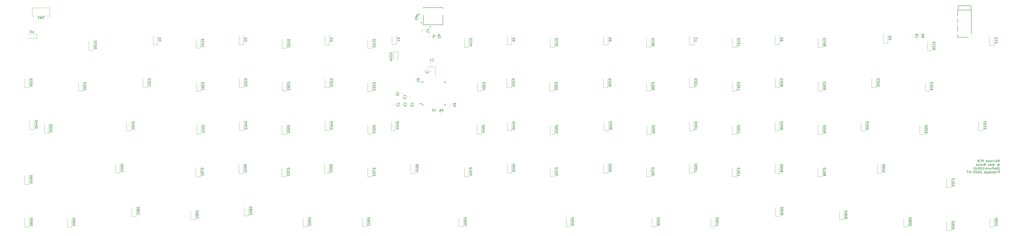
<source format=gbo>
G04 #@! TF.GenerationSoftware,KiCad,Pcbnew,(5.1.6)-1*
G04 #@! TF.CreationDate,2020-07-14T12:30:16-04:00*
G04 #@! TF.ProjectId,railroad-keyboard-pcb-only,7261696c-726f-4616-942d-6b6579626f61,rev?*
G04 #@! TF.SameCoordinates,Original*
G04 #@! TF.FileFunction,Legend,Bot*
G04 #@! TF.FilePolarity,Positive*
%FSLAX46Y46*%
G04 Gerber Fmt 4.6, Leading zero omitted, Abs format (unit mm)*
G04 Created by KiCad (PCBNEW (5.1.6)-1) date 2020-07-14 12:30:16*
%MOMM*%
%LPD*%
G01*
G04 APERTURE LIST*
%ADD10C,0.150000*%
%ADD11C,0.120000*%
%ADD12C,0.300000*%
%ADD13C,0.127000*%
%ADD14C,0.015000*%
%ADD15C,1.300000*%
%ADD16C,2.200000*%
%ADD17C,1.850000*%
%ADD18C,2.350000*%
%ADD19C,4.087800*%
%ADD20C,3.148000*%
%ADD21R,1.300000X1.000000*%
%ADD22O,1.700000X2.100000*%
%ADD23C,0.900000*%
%ADD24O,1.308000X2.516000*%
%ADD25R,1.300000X1.500000*%
%ADD26R,0.650000X1.600000*%
%ADD27R,1.600000X0.650000*%
%ADD28R,1.000000X1.300000*%
G04 APERTURE END LIST*
D10*
X443471250Y-306746130D02*
X443804583Y-306269940D01*
X444042678Y-306746130D02*
X444042678Y-305746130D01*
X443661726Y-305746130D01*
X443566488Y-305793750D01*
X443518869Y-305841369D01*
X443471250Y-305936607D01*
X443471250Y-306079464D01*
X443518869Y-306174702D01*
X443566488Y-306222321D01*
X443661726Y-306269940D01*
X444042678Y-306269940D01*
X442614107Y-306746130D02*
X442614107Y-306222321D01*
X442661726Y-306127083D01*
X442756964Y-306079464D01*
X442947440Y-306079464D01*
X443042678Y-306127083D01*
X442614107Y-306698511D02*
X442709345Y-306746130D01*
X442947440Y-306746130D01*
X443042678Y-306698511D01*
X443090297Y-306603273D01*
X443090297Y-306508035D01*
X443042678Y-306412797D01*
X442947440Y-306365178D01*
X442709345Y-306365178D01*
X442614107Y-306317559D01*
X442137916Y-306746130D02*
X442137916Y-306079464D01*
X442137916Y-305746130D02*
X442185535Y-305793750D01*
X442137916Y-305841369D01*
X442090297Y-305793750D01*
X442137916Y-305746130D01*
X442137916Y-305841369D01*
X441518869Y-306746130D02*
X441614107Y-306698511D01*
X441661726Y-306603273D01*
X441661726Y-305746130D01*
X441137916Y-306746130D02*
X441137916Y-306079464D01*
X441137916Y-306269940D02*
X441090297Y-306174702D01*
X441042678Y-306127083D01*
X440947440Y-306079464D01*
X440852202Y-306079464D01*
X440376012Y-306746130D02*
X440471250Y-306698511D01*
X440518869Y-306650892D01*
X440566488Y-306555654D01*
X440566488Y-306269940D01*
X440518869Y-306174702D01*
X440471250Y-306127083D01*
X440376012Y-306079464D01*
X440233154Y-306079464D01*
X440137916Y-306127083D01*
X440090297Y-306174702D01*
X440042678Y-306269940D01*
X440042678Y-306555654D01*
X440090297Y-306650892D01*
X440137916Y-306698511D01*
X440233154Y-306746130D01*
X440376012Y-306746130D01*
X439185535Y-306746130D02*
X439185535Y-306222321D01*
X439233154Y-306127083D01*
X439328393Y-306079464D01*
X439518869Y-306079464D01*
X439614107Y-306127083D01*
X439185535Y-306698511D02*
X439280774Y-306746130D01*
X439518869Y-306746130D01*
X439614107Y-306698511D01*
X439661726Y-306603273D01*
X439661726Y-306508035D01*
X439614107Y-306412797D01*
X439518869Y-306365178D01*
X439280774Y-306365178D01*
X439185535Y-306317559D01*
X438280774Y-306746130D02*
X438280774Y-305746130D01*
X438280774Y-306698511D02*
X438376012Y-306746130D01*
X438566488Y-306746130D01*
X438661726Y-306698511D01*
X438709345Y-306650892D01*
X438756964Y-306555654D01*
X438756964Y-306269940D01*
X438709345Y-306174702D01*
X438661726Y-306127083D01*
X438566488Y-306079464D01*
X438376012Y-306079464D01*
X438280774Y-306127083D01*
X437042678Y-306746130D02*
X437042678Y-305746130D01*
X436661726Y-305746130D01*
X436566488Y-305793750D01*
X436518869Y-305841369D01*
X436471250Y-305936607D01*
X436471250Y-306079464D01*
X436518869Y-306174702D01*
X436566488Y-306222321D01*
X436661726Y-306269940D01*
X437042678Y-306269940D01*
X435471250Y-306650892D02*
X435518869Y-306698511D01*
X435661726Y-306746130D01*
X435756964Y-306746130D01*
X435899821Y-306698511D01*
X435995059Y-306603273D01*
X436042678Y-306508035D01*
X436090297Y-306317559D01*
X436090297Y-306174702D01*
X436042678Y-305984226D01*
X435995059Y-305888988D01*
X435899821Y-305793750D01*
X435756964Y-305746130D01*
X435661726Y-305746130D01*
X435518869Y-305793750D01*
X435471250Y-305841369D01*
X434709345Y-306222321D02*
X434566488Y-306269940D01*
X434518869Y-306317559D01*
X434471250Y-306412797D01*
X434471250Y-306555654D01*
X434518869Y-306650892D01*
X434566488Y-306698511D01*
X434661726Y-306746130D01*
X435042678Y-306746130D01*
X435042678Y-305746130D01*
X434709345Y-305746130D01*
X434614107Y-305793750D01*
X434566488Y-305841369D01*
X434518869Y-305936607D01*
X434518869Y-306031845D01*
X434566488Y-306127083D01*
X434614107Y-306174702D01*
X434709345Y-306222321D01*
X435042678Y-306222321D01*
X444137916Y-307396130D02*
X443899821Y-308396130D01*
X443709345Y-307681845D01*
X443518869Y-308396130D01*
X443280774Y-307396130D01*
X442899821Y-308300892D02*
X442852202Y-308348511D01*
X442899821Y-308396130D01*
X442947440Y-308348511D01*
X442899821Y-308300892D01*
X442899821Y-308396130D01*
X441709345Y-308110416D02*
X441233154Y-308110416D01*
X441804583Y-308396130D02*
X441471250Y-307396130D01*
X441137916Y-308396130D01*
X440661726Y-308396130D02*
X440756964Y-308348511D01*
X440804583Y-308253273D01*
X440804583Y-307396130D01*
X439899821Y-308348511D02*
X439995059Y-308396130D01*
X440185535Y-308396130D01*
X440280774Y-308348511D01*
X440328393Y-308253273D01*
X440328393Y-307872321D01*
X440280774Y-307777083D01*
X440185535Y-307729464D01*
X439995059Y-307729464D01*
X439899821Y-307777083D01*
X439852202Y-307872321D01*
X439852202Y-307967559D01*
X440328393Y-308062797D01*
X439518869Y-308396130D02*
X438995059Y-307729464D01*
X439518869Y-307729464D02*
X438995059Y-308396130D01*
X437280774Y-308396130D02*
X437614107Y-307919940D01*
X437852202Y-308396130D02*
X437852202Y-307396130D01*
X437471250Y-307396130D01*
X437376012Y-307443750D01*
X437328393Y-307491369D01*
X437280774Y-307586607D01*
X437280774Y-307729464D01*
X437328393Y-307824702D01*
X437376012Y-307872321D01*
X437471250Y-307919940D01*
X437852202Y-307919940D01*
X436709345Y-308396130D02*
X436804583Y-308348511D01*
X436852202Y-308300892D01*
X436899821Y-308205654D01*
X436899821Y-307919940D01*
X436852202Y-307824702D01*
X436804583Y-307777083D01*
X436709345Y-307729464D01*
X436566488Y-307729464D01*
X436471250Y-307777083D01*
X436423631Y-307824702D01*
X436376012Y-307919940D01*
X436376012Y-308205654D01*
X436423631Y-308300892D01*
X436471250Y-308348511D01*
X436566488Y-308396130D01*
X436709345Y-308396130D01*
X435947440Y-307729464D02*
X435947440Y-308396130D01*
X435947440Y-307824702D02*
X435899821Y-307777083D01*
X435804583Y-307729464D01*
X435661726Y-307729464D01*
X435566488Y-307777083D01*
X435518869Y-307872321D01*
X435518869Y-308396130D01*
X435042678Y-308396130D02*
X435042678Y-307396130D01*
X434947440Y-308015178D02*
X434661726Y-308396130D01*
X434661726Y-307729464D02*
X435042678Y-308110416D01*
X433852202Y-308348511D02*
X433947440Y-308396130D01*
X434137916Y-308396130D01*
X434233154Y-308348511D01*
X434280774Y-308253273D01*
X434280774Y-307872321D01*
X434233154Y-307777083D01*
X434137916Y-307729464D01*
X433947440Y-307729464D01*
X433852202Y-307777083D01*
X433804583Y-307872321D01*
X433804583Y-307967559D01*
X434280774Y-308062797D01*
X443756964Y-310427083D02*
X443804583Y-310379464D01*
X443899821Y-310236607D01*
X443947440Y-310141369D01*
X443995059Y-309998511D01*
X444042678Y-309760416D01*
X444042678Y-309569940D01*
X443995059Y-309331845D01*
X443947440Y-309188988D01*
X443899821Y-309093750D01*
X443804583Y-308950892D01*
X443756964Y-308903273D01*
X443376012Y-310046130D02*
X443376012Y-309046130D01*
X442804583Y-310046130D01*
X442804583Y-309046130D01*
X442185535Y-310046130D02*
X442280774Y-309998511D01*
X442328393Y-309950892D01*
X442376012Y-309855654D01*
X442376012Y-309569940D01*
X442328393Y-309474702D01*
X442280774Y-309427083D01*
X442185535Y-309379464D01*
X442042678Y-309379464D01*
X441947440Y-309427083D01*
X441899821Y-309474702D01*
X441852202Y-309569940D01*
X441852202Y-309855654D01*
X441899821Y-309950892D01*
X441947440Y-309998511D01*
X442042678Y-310046130D01*
X442185535Y-310046130D01*
X441423631Y-310046130D02*
X441423631Y-309046130D01*
X441042678Y-309046130D01*
X440947440Y-309093750D01*
X440899821Y-309141369D01*
X440852202Y-309236607D01*
X440852202Y-309379464D01*
X440899821Y-309474702D01*
X440947440Y-309522321D01*
X441042678Y-309569940D01*
X441423631Y-309569940D01*
X439995059Y-309379464D02*
X439995059Y-310046130D01*
X440423631Y-309379464D02*
X440423631Y-309903273D01*
X440376012Y-309998511D01*
X440280774Y-310046130D01*
X440137916Y-310046130D01*
X440042678Y-309998511D01*
X439995059Y-309950892D01*
X439518869Y-309379464D02*
X439518869Y-310046130D01*
X439518869Y-309474702D02*
X439471250Y-309427083D01*
X439376012Y-309379464D01*
X439233154Y-309379464D01*
X439137916Y-309427083D01*
X439090297Y-309522321D01*
X439090297Y-310046130D01*
X438614107Y-310046130D02*
X438614107Y-309046130D01*
X438137916Y-309379464D02*
X438137916Y-310046130D01*
X438137916Y-309474702D02*
X438090297Y-309427083D01*
X437995059Y-309379464D01*
X437852202Y-309379464D01*
X437756964Y-309427083D01*
X437709345Y-309522321D01*
X437709345Y-310046130D01*
X436709345Y-310046130D02*
X437280774Y-310046130D01*
X436995059Y-310046130D02*
X436995059Y-309046130D01*
X437090297Y-309188988D01*
X437185535Y-309284226D01*
X437280774Y-309331845D01*
X436090297Y-309046130D02*
X435995059Y-309046130D01*
X435899821Y-309093750D01*
X435852202Y-309141369D01*
X435804583Y-309236607D01*
X435756964Y-309427083D01*
X435756964Y-309665178D01*
X435804583Y-309855654D01*
X435852202Y-309950892D01*
X435899821Y-309998511D01*
X435995059Y-310046130D01*
X436090297Y-310046130D01*
X436185535Y-309998511D01*
X436233154Y-309950892D01*
X436280774Y-309855654D01*
X436328393Y-309665178D01*
X436328393Y-309427083D01*
X436280774Y-309236607D01*
X436233154Y-309141369D01*
X436185535Y-309093750D01*
X436090297Y-309046130D01*
X435328393Y-310046130D02*
X435328393Y-309046130D01*
X435090297Y-309046130D01*
X434947440Y-309093750D01*
X434852202Y-309188988D01*
X434804583Y-309284226D01*
X434756964Y-309474702D01*
X434756964Y-309617559D01*
X434804583Y-309808035D01*
X434852202Y-309903273D01*
X434947440Y-309998511D01*
X435090297Y-310046130D01*
X435328393Y-310046130D01*
X434328393Y-310046130D02*
X434328393Y-309379464D01*
X434328393Y-309046130D02*
X434376012Y-309093750D01*
X434328393Y-309141369D01*
X434280774Y-309093750D01*
X434328393Y-309046130D01*
X434328393Y-309141369D01*
X433423631Y-310046130D02*
X433423631Y-309046130D01*
X433423631Y-309998511D02*
X433518869Y-310046130D01*
X433709345Y-310046130D01*
X433804583Y-309998511D01*
X433852202Y-309950892D01*
X433899821Y-309855654D01*
X433899821Y-309569940D01*
X433852202Y-309474702D01*
X433804583Y-309427083D01*
X433709345Y-309379464D01*
X433518869Y-309379464D01*
X433423631Y-309427083D01*
X433042678Y-310427083D02*
X432995059Y-310379464D01*
X432899821Y-310236607D01*
X432852202Y-310141369D01*
X432804583Y-309998511D01*
X432756964Y-309760416D01*
X432756964Y-309569940D01*
X432804583Y-309331845D01*
X432852202Y-309188988D01*
X432899821Y-309093750D01*
X432995059Y-308950892D01*
X433042678Y-308903273D01*
X444042678Y-311696130D02*
X444042678Y-310696130D01*
X443661726Y-310696130D01*
X443566488Y-310743750D01*
X443518869Y-310791369D01*
X443471250Y-310886607D01*
X443471250Y-311029464D01*
X443518869Y-311124702D01*
X443566488Y-311172321D01*
X443661726Y-311219940D01*
X444042678Y-311219940D01*
X443042678Y-311696130D02*
X443042678Y-311029464D01*
X443042678Y-311219940D02*
X442995059Y-311124702D01*
X442947440Y-311077083D01*
X442852202Y-311029464D01*
X442756964Y-311029464D01*
X442280774Y-311696130D02*
X442376012Y-311648511D01*
X442423631Y-311600892D01*
X442471250Y-311505654D01*
X442471250Y-311219940D01*
X442423631Y-311124702D01*
X442376012Y-311077083D01*
X442280774Y-311029464D01*
X442137916Y-311029464D01*
X442042678Y-311077083D01*
X441995059Y-311124702D01*
X441947440Y-311219940D01*
X441947440Y-311505654D01*
X441995059Y-311600892D01*
X442042678Y-311648511D01*
X442137916Y-311696130D01*
X442280774Y-311696130D01*
X441661726Y-311029464D02*
X441280774Y-311029464D01*
X441518869Y-310696130D02*
X441518869Y-311553273D01*
X441471250Y-311648511D01*
X441376012Y-311696130D01*
X441280774Y-311696130D01*
X440804583Y-311696130D02*
X440899821Y-311648511D01*
X440947440Y-311600892D01*
X440995059Y-311505654D01*
X440995059Y-311219940D01*
X440947440Y-311124702D01*
X440899821Y-311077083D01*
X440804583Y-311029464D01*
X440661726Y-311029464D01*
X440566488Y-311077083D01*
X440518869Y-311124702D01*
X440471250Y-311219940D01*
X440471250Y-311505654D01*
X440518869Y-311600892D01*
X440566488Y-311648511D01*
X440661726Y-311696130D01*
X440804583Y-311696130D01*
X440185535Y-311029464D02*
X439804583Y-311029464D01*
X440042678Y-310696130D02*
X440042678Y-311553273D01*
X439995059Y-311648511D01*
X439899821Y-311696130D01*
X439804583Y-311696130D01*
X439566488Y-311029464D02*
X439328393Y-311696130D01*
X439090297Y-311029464D02*
X439328393Y-311696130D01*
X439423631Y-311934226D01*
X439471250Y-311981845D01*
X439566488Y-312029464D01*
X438709345Y-311029464D02*
X438709345Y-312029464D01*
X438709345Y-311077083D02*
X438614107Y-311029464D01*
X438423631Y-311029464D01*
X438328393Y-311077083D01*
X438280774Y-311124702D01*
X438233154Y-311219940D01*
X438233154Y-311505654D01*
X438280774Y-311600892D01*
X438328393Y-311648511D01*
X438423631Y-311696130D01*
X438614107Y-311696130D01*
X438709345Y-311648511D01*
X437423631Y-311648511D02*
X437518869Y-311696130D01*
X437709345Y-311696130D01*
X437804583Y-311648511D01*
X437852202Y-311553273D01*
X437852202Y-311172321D01*
X437804583Y-311077083D01*
X437709345Y-311029464D01*
X437518869Y-311029464D01*
X437423631Y-311077083D01*
X437376012Y-311172321D01*
X437376012Y-311267559D01*
X437852202Y-311362797D01*
X436233154Y-310791369D02*
X436185535Y-310743750D01*
X436090297Y-310696130D01*
X435852202Y-310696130D01*
X435756964Y-310743750D01*
X435709345Y-310791369D01*
X435661726Y-310886607D01*
X435661726Y-310981845D01*
X435709345Y-311124702D01*
X436280774Y-311696130D01*
X435661726Y-311696130D01*
X435042678Y-310696130D02*
X434947440Y-310696130D01*
X434852202Y-310743750D01*
X434804583Y-310791369D01*
X434756964Y-310886607D01*
X434709345Y-311077083D01*
X434709345Y-311315178D01*
X434756964Y-311505654D01*
X434804583Y-311600892D01*
X434852202Y-311648511D01*
X434947440Y-311696130D01*
X435042678Y-311696130D01*
X435137916Y-311648511D01*
X435185535Y-311600892D01*
X435233154Y-311505654D01*
X435280774Y-311315178D01*
X435280774Y-311077083D01*
X435233154Y-310886607D01*
X435185535Y-310791369D01*
X435137916Y-310743750D01*
X435042678Y-310696130D01*
X434328393Y-310791369D02*
X434280774Y-310743750D01*
X434185535Y-310696130D01*
X433947440Y-310696130D01*
X433852202Y-310743750D01*
X433804583Y-310791369D01*
X433756964Y-310886607D01*
X433756964Y-310981845D01*
X433804583Y-311124702D01*
X434376012Y-311696130D01*
X433756964Y-311696130D01*
X433137916Y-310696130D02*
X433042678Y-310696130D01*
X432947440Y-310743750D01*
X432899821Y-310791369D01*
X432852202Y-310886607D01*
X432804583Y-311077083D01*
X432804583Y-311315178D01*
X432852202Y-311505654D01*
X432899821Y-311600892D01*
X432947440Y-311648511D01*
X433042678Y-311696130D01*
X433137916Y-311696130D01*
X433233154Y-311648511D01*
X433280774Y-311600892D01*
X433328393Y-311505654D01*
X433376012Y-311315178D01*
X433376012Y-311077083D01*
X433328393Y-310886607D01*
X433280774Y-310791369D01*
X433233154Y-310743750D01*
X433137916Y-310696130D01*
X432376012Y-311315178D02*
X431614107Y-311315178D01*
X430947440Y-310696130D02*
X430852202Y-310696130D01*
X430756964Y-310743750D01*
X430709345Y-310791369D01*
X430661726Y-310886607D01*
X430614107Y-311077083D01*
X430614107Y-311315178D01*
X430661726Y-311505654D01*
X430709345Y-311600892D01*
X430756964Y-311648511D01*
X430852202Y-311696130D01*
X430947440Y-311696130D01*
X431042678Y-311648511D01*
X431090297Y-311600892D01*
X431137916Y-311505654D01*
X431185535Y-311315178D01*
X431185535Y-311077083D01*
X431137916Y-310886607D01*
X431090297Y-310791369D01*
X431042678Y-310743750D01*
X430947440Y-310696130D01*
X430280774Y-310696130D02*
X429614107Y-310696130D01*
X430042678Y-311696130D01*
D11*
G04 #@! TO.C,SW1*
X20075000Y-241889000D02*
X16675000Y-241889000D01*
X21715000Y-241889000D02*
X21175000Y-241889000D01*
X15575000Y-241889000D02*
X15035000Y-241889000D01*
X15035000Y-241889000D02*
X15035000Y-242119000D01*
X22235000Y-238219000D02*
X22235000Y-242119000D01*
X14515000Y-238219000D02*
X14515000Y-242119000D01*
X22235000Y-238219000D02*
X14515000Y-238219000D01*
X21715000Y-241889000D02*
X21715000Y-242119000D01*
G04 #@! TO.C,D500*
X21859750Y-293969000D02*
X19859750Y-293969000D01*
X19859750Y-293969000D02*
X19859750Y-290069000D01*
X21859750Y-293969000D02*
X21859750Y-290069000D01*
D10*
G04 #@! TO.C,U2*
X425825000Y-237268000D02*
X431425000Y-237268000D01*
X431425000Y-239268000D02*
X431425000Y-237268000D01*
X425825000Y-239268000D02*
X425825000Y-237268000D01*
X431675000Y-239268000D02*
X431675000Y-251368000D01*
X425575000Y-239268000D02*
X425575000Y-251368000D01*
X425575000Y-251368000D02*
X431675000Y-251368000D01*
X425575000Y-239268000D02*
X431675000Y-239268000D01*
D11*
G04 #@! TO.C,R8*
X407849000Y-250878078D02*
X407849000Y-250360922D01*
X409269000Y-250878078D02*
X409269000Y-250360922D01*
G04 #@! TO.C,R7*
X405182000Y-250908078D02*
X405182000Y-250390922D01*
X406602000Y-250908078D02*
X406602000Y-250390922D01*
G04 #@! TO.C,R6*
X196426828Y-286206000D02*
X195909672Y-286206000D01*
X196426828Y-284786000D02*
X195909672Y-284786000D01*
G04 #@! TO.C,R5*
X187527000Y-242486922D02*
X187527000Y-243004078D01*
X186107000Y-242486922D02*
X186107000Y-243004078D01*
D12*
G04 #@! TO.C,J1*
X187503000Y-244812000D02*
G75*
G03*
X187503000Y-244812000I-100000J0D01*
G01*
D13*
X188182000Y-241463000D02*
X188182000Y-245713000D01*
X188182000Y-238113000D02*
X188182000Y-238263000D01*
X196882000Y-238363000D02*
X196882000Y-238113000D01*
X196882000Y-245713000D02*
X196882000Y-241363000D01*
X196882000Y-238113000D02*
X188182000Y-238113000D01*
X188182000Y-245713000D02*
X196882000Y-245713000D01*
D11*
G04 #@! TO.C,C8*
X185828172Y-239193000D02*
X186345328Y-239193000D01*
X185828172Y-240613000D02*
X186345328Y-240613000D01*
G04 #@! TO.C,C7*
X174835750Y-281515078D02*
X174835750Y-280997922D01*
X176255750Y-281515078D02*
X176255750Y-280997922D01*
G04 #@! TO.C,C6*
X179176750Y-276171922D02*
X179176750Y-276689078D01*
X177756750Y-276171922D02*
X177756750Y-276689078D01*
G04 #@! TO.C,C5*
X180931750Y-281515078D02*
X180931750Y-280997922D01*
X182351750Y-281515078D02*
X182351750Y-280997922D01*
G04 #@! TO.C,C4*
X177756750Y-281485078D02*
X177756750Y-280967922D01*
X179176750Y-281485078D02*
X179176750Y-280967922D01*
G04 #@! TO.C,C3*
X182320000Y-277568922D02*
X182320000Y-278086078D01*
X180900000Y-277568922D02*
X180900000Y-278086078D01*
G04 #@! TO.C,C2*
X188393000Y-266880078D02*
X188393000Y-266362922D01*
X189813000Y-266880078D02*
X189813000Y-266362922D01*
G04 #@! TO.C,C1*
X192204078Y-263854000D02*
X191686922Y-263854000D01*
X192204078Y-262434000D02*
X191686922Y-262434000D01*
G04 #@! TO.C,F1*
X189505000Y-249138064D02*
X189505000Y-247933936D01*
X187685000Y-249138064D02*
X187685000Y-247933936D01*
G04 #@! TO.C,R3*
X192226000Y-251132078D02*
X192226000Y-250614922D01*
X190806000Y-251132078D02*
X190806000Y-250614922D01*
G04 #@! TO.C,R2*
X194385000Y-251132078D02*
X194385000Y-250614922D01*
X192965000Y-251132078D02*
X192965000Y-250614922D01*
G04 #@! TO.C,Y1*
X190247000Y-264573000D02*
X193547000Y-264573000D01*
X193547000Y-264573000D02*
X193547000Y-268573000D01*
D10*
G04 #@! TO.C,U1*
X187611000Y-281400000D02*
X187611000Y-280825000D01*
X197961000Y-281400000D02*
X197961000Y-280725000D01*
X197961000Y-271050000D02*
X197961000Y-271725000D01*
X187611000Y-271050000D02*
X187611000Y-271725000D01*
X187611000Y-281400000D02*
X188286000Y-281400000D01*
X187611000Y-271050000D02*
X188286000Y-271050000D01*
X197961000Y-271050000D02*
X197286000Y-271050000D01*
X197961000Y-281400000D02*
X197286000Y-281400000D01*
X187611000Y-280825000D02*
X186336000Y-280825000D01*
D11*
G04 #@! TO.C,R4*
X201274750Y-281612078D02*
X201274750Y-281094922D01*
X199854750Y-281612078D02*
X199854750Y-281094922D01*
G04 #@! TO.C,R1*
X185114000Y-270641578D02*
X185114000Y-270124422D01*
X183694000Y-270641578D02*
X183694000Y-270124422D01*
G04 #@! TO.C,D909*
X422640000Y-337085500D02*
X420640000Y-337085500D01*
X420640000Y-337085500D02*
X420640000Y-333185500D01*
X422640000Y-337085500D02*
X422640000Y-333185500D01*
G04 #@! TO.C,D908*
X375015000Y-332387500D02*
X373015000Y-332387500D01*
X373015000Y-332387500D02*
X373015000Y-328487500D01*
X375015000Y-332387500D02*
X375015000Y-328487500D01*
G04 #@! TO.C,D907*
X317865000Y-335498000D02*
X315865000Y-335498000D01*
X315865000Y-335498000D02*
X315865000Y-331598000D01*
X317865000Y-335498000D02*
X317865000Y-331598000D01*
G04 #@! TO.C,D906*
X291703000Y-335498000D02*
X289703000Y-335498000D01*
X289703000Y-335498000D02*
X289703000Y-331598000D01*
X291703000Y-335498000D02*
X291703000Y-331598000D01*
G04 #@! TO.C,D905*
X253603000Y-335498000D02*
X251603000Y-335498000D01*
X251603000Y-335498000D02*
X251603000Y-331598000D01*
X253603000Y-335498000D02*
X253603000Y-331598000D01*
G04 #@! TO.C,D904*
X205978000Y-335498000D02*
X203978000Y-335498000D01*
X203978000Y-335498000D02*
X203978000Y-331598000D01*
X205978000Y-335498000D02*
X205978000Y-331598000D01*
G04 #@! TO.C,D903*
X163083750Y-335498000D02*
X161083750Y-335498000D01*
X161083750Y-335498000D02*
X161083750Y-331598000D01*
X163083750Y-335498000D02*
X163083750Y-331598000D01*
G04 #@! TO.C,D902*
X136794750Y-335497000D02*
X134794750Y-335497000D01*
X134794750Y-335497000D02*
X134794750Y-331597000D01*
X136794750Y-335497000D02*
X136794750Y-331597000D01*
G04 #@! TO.C,D901*
X86852000Y-332387500D02*
X84852000Y-332387500D01*
X84852000Y-332387500D02*
X84852000Y-328487500D01*
X86852000Y-332387500D02*
X86852000Y-328487500D01*
G04 #@! TO.C,D900*
X32115000Y-335624000D02*
X30115000Y-335624000D01*
X30115000Y-335624000D02*
X30115000Y-331724000D01*
X32115000Y-335624000D02*
X32115000Y-331724000D01*
G04 #@! TO.C,D810*
X441817000Y-335625000D02*
X439817000Y-335625000D01*
X439817000Y-335625000D02*
X439817000Y-331725000D01*
X441817000Y-335625000D02*
X441817000Y-331725000D01*
G04 #@! TO.C,D809*
X403590000Y-335498000D02*
X401590000Y-335498000D01*
X401590000Y-335498000D02*
X401590000Y-331598000D01*
X403590000Y-335498000D02*
X403590000Y-331598000D01*
G04 #@! TO.C,D808*
X346567000Y-330799000D02*
X344567000Y-330799000D01*
X344567000Y-330799000D02*
X344567000Y-326899000D01*
X346567000Y-330799000D02*
X346567000Y-326899000D01*
G04 #@! TO.C,D802*
X110632750Y-330671000D02*
X108632750Y-330671000D01*
X108632750Y-330671000D02*
X108632750Y-326771000D01*
X110632750Y-330671000D02*
X110632750Y-326771000D01*
G04 #@! TO.C,D801*
X60690000Y-330799000D02*
X58690000Y-330799000D01*
X58690000Y-330799000D02*
X58690000Y-326899000D01*
X60690000Y-330799000D02*
X60690000Y-326899000D01*
G04 #@! TO.C,D800*
X13065000Y-335625000D02*
X11065000Y-335625000D01*
X11065000Y-335625000D02*
X11065000Y-331725000D01*
X13065000Y-335625000D02*
X13065000Y-331725000D01*
G04 #@! TO.C,D709*
X422640000Y-318036500D02*
X420640000Y-318036500D01*
X420640000Y-318036500D02*
X420640000Y-314136500D01*
X422640000Y-318036500D02*
X422640000Y-314136500D01*
G04 #@! TO.C,D708*
X365490000Y-313336500D02*
X363490000Y-313336500D01*
X363490000Y-313336500D02*
X363490000Y-309436500D01*
X365490000Y-313336500D02*
X365490000Y-309436500D01*
G04 #@! TO.C,D707*
X327390000Y-313336500D02*
X325390000Y-313336500D01*
X325390000Y-313336500D02*
X325390000Y-309436500D01*
X327390000Y-313336500D02*
X327390000Y-309436500D01*
G04 #@! TO.C,D706*
X289290000Y-313209500D02*
X287290000Y-313209500D01*
X287290000Y-313209500D02*
X287290000Y-309309500D01*
X289290000Y-313209500D02*
X289290000Y-309309500D01*
G04 #@! TO.C,D705*
X246491000Y-313209500D02*
X244491000Y-313209500D01*
X244491000Y-313209500D02*
X244491000Y-309309500D01*
X246491000Y-313209500D02*
X246491000Y-309309500D01*
G04 #@! TO.C,D704*
X208391000Y-313209500D02*
X206391000Y-313209500D01*
X206391000Y-313209500D02*
X206391000Y-309309500D01*
X208391000Y-313209500D02*
X208391000Y-309309500D01*
G04 #@! TO.C,D703*
X165496750Y-313336500D02*
X163496750Y-313336500D01*
X163496750Y-313336500D02*
X163496750Y-309436500D01*
X165496750Y-313336500D02*
X165496750Y-309436500D01*
G04 #@! TO.C,D702*
X127396750Y-313336500D02*
X125396750Y-313336500D01*
X125396750Y-313336500D02*
X125396750Y-309436500D01*
X127396750Y-313336500D02*
X127396750Y-309436500D01*
G04 #@! TO.C,D701*
X89138000Y-313336500D02*
X87138000Y-313336500D01*
X87138000Y-313336500D02*
X87138000Y-309436500D01*
X89138000Y-313336500D02*
X89138000Y-309436500D01*
G04 #@! TO.C,D609*
X391779000Y-311749000D02*
X389779000Y-311749000D01*
X389779000Y-311749000D02*
X389779000Y-307849000D01*
X391779000Y-311749000D02*
X391779000Y-307849000D01*
G04 #@! TO.C,D608*
X346440000Y-311749000D02*
X344440000Y-311749000D01*
X344440000Y-311749000D02*
X344440000Y-307849000D01*
X346440000Y-311749000D02*
X346440000Y-307849000D01*
G04 #@! TO.C,D607*
X308340000Y-311622000D02*
X306340000Y-311622000D01*
X306340000Y-311622000D02*
X306340000Y-307722000D01*
X308340000Y-311622000D02*
X308340000Y-307722000D01*
G04 #@! TO.C,D606*
X270240000Y-311622000D02*
X268240000Y-311622000D01*
X268240000Y-311622000D02*
X268240000Y-307722000D01*
X270240000Y-311622000D02*
X270240000Y-307722000D01*
G04 #@! TO.C,D605*
X227441000Y-311622000D02*
X225441000Y-311622000D01*
X225441000Y-311622000D02*
X225441000Y-307722000D01*
X227441000Y-311622000D02*
X227441000Y-307722000D01*
G04 #@! TO.C,D604*
X184515000Y-311750000D02*
X182515000Y-311750000D01*
X182515000Y-311750000D02*
X182515000Y-307850000D01*
X184515000Y-311750000D02*
X184515000Y-307850000D01*
G04 #@! TO.C,D603*
X146288000Y-311749000D02*
X144288000Y-311749000D01*
X144288000Y-311749000D02*
X144288000Y-307849000D01*
X146288000Y-311749000D02*
X146288000Y-307849000D01*
G04 #@! TO.C,D602*
X108219750Y-311749000D02*
X106219750Y-311749000D01*
X106219750Y-311749000D02*
X106219750Y-307849000D01*
X108219750Y-311749000D02*
X108219750Y-307849000D01*
G04 #@! TO.C,D601*
X53451000Y-311622000D02*
X51451000Y-311622000D01*
X51451000Y-311622000D02*
X51451000Y-307722000D01*
X53451000Y-311622000D02*
X53451000Y-307722000D01*
G04 #@! TO.C,D600*
X13065000Y-316703000D02*
X11065000Y-316703000D01*
X11065000Y-316703000D02*
X11065000Y-312803000D01*
X13065000Y-316703000D02*
X13065000Y-312803000D01*
G04 #@! TO.C,D509*
X410702000Y-294412500D02*
X408702000Y-294412500D01*
X408702000Y-294412500D02*
X408702000Y-290512500D01*
X410702000Y-294412500D02*
X410702000Y-290512500D01*
G04 #@! TO.C,D508*
X365490000Y-294413500D02*
X363490000Y-294413500D01*
X363490000Y-294413500D02*
X363490000Y-290513500D01*
X365490000Y-294413500D02*
X365490000Y-290513500D01*
G04 #@! TO.C,D507*
X327390000Y-294413500D02*
X325390000Y-294413500D01*
X325390000Y-294413500D02*
X325390000Y-290513500D01*
X327390000Y-294413500D02*
X327390000Y-290513500D01*
G04 #@! TO.C,D506*
X289544000Y-294413500D02*
X287544000Y-294413500D01*
X287544000Y-294413500D02*
X287544000Y-290513500D01*
X289544000Y-294413500D02*
X289544000Y-290513500D01*
G04 #@! TO.C,D505*
X246491000Y-294413500D02*
X244491000Y-294413500D01*
X244491000Y-294413500D02*
X244491000Y-290513500D01*
X246491000Y-294413500D02*
X246491000Y-290513500D01*
G04 #@! TO.C,D504*
X213979000Y-294287500D02*
X211979000Y-294287500D01*
X211979000Y-294287500D02*
X211979000Y-290387500D01*
X213979000Y-294287500D02*
X213979000Y-290387500D01*
G04 #@! TO.C,D503*
X165465000Y-294286500D02*
X163465000Y-294286500D01*
X163465000Y-294286500D02*
X163465000Y-290386500D01*
X165465000Y-294286500D02*
X165465000Y-290386500D01*
G04 #@! TO.C,D502*
X127396750Y-294413500D02*
X125396750Y-294413500D01*
X125396750Y-294413500D02*
X125396750Y-290513500D01*
X127396750Y-294413500D02*
X127396750Y-290513500D01*
G04 #@! TO.C,D501*
X89519000Y-294286500D02*
X87519000Y-294286500D01*
X87519000Y-294286500D02*
X87519000Y-290386500D01*
X89519000Y-294286500D02*
X89519000Y-290386500D01*
G04 #@! TO.C,D410*
X436768750Y-292698000D02*
X434768750Y-292698000D01*
X434768750Y-292698000D02*
X434768750Y-288798000D01*
X436768750Y-292698000D02*
X436768750Y-288798000D01*
G04 #@! TO.C,D409*
X384540000Y-292826000D02*
X382540000Y-292826000D01*
X382540000Y-292826000D02*
X382540000Y-288926000D01*
X384540000Y-292826000D02*
X384540000Y-288926000D01*
G04 #@! TO.C,D408*
X346440000Y-292826000D02*
X344440000Y-292826000D01*
X344440000Y-292826000D02*
X344440000Y-288926000D01*
X346440000Y-292826000D02*
X346440000Y-288926000D01*
G04 #@! TO.C,D407*
X308340000Y-292826000D02*
X306340000Y-292826000D01*
X306340000Y-292826000D02*
X306340000Y-288926000D01*
X308340000Y-292826000D02*
X308340000Y-288926000D01*
G04 #@! TO.C,D406*
X270494000Y-292826000D02*
X268494000Y-292826000D01*
X268494000Y-292826000D02*
X268494000Y-288926000D01*
X270494000Y-292826000D02*
X270494000Y-288926000D01*
G04 #@! TO.C,D405*
X227441000Y-292826000D02*
X225441000Y-292826000D01*
X225441000Y-292826000D02*
X225441000Y-288926000D01*
X227441000Y-292826000D02*
X227441000Y-288926000D01*
G04 #@! TO.C,D404*
X175879000Y-292700000D02*
X173879000Y-292700000D01*
X173879000Y-292700000D02*
X173879000Y-288800000D01*
X175879000Y-292700000D02*
X175879000Y-288800000D01*
G04 #@! TO.C,D403*
X146542000Y-292699000D02*
X144542000Y-292699000D01*
X144542000Y-292699000D02*
X144542000Y-288799000D01*
X146542000Y-292699000D02*
X146542000Y-288799000D01*
G04 #@! TO.C,D402*
X108442000Y-292699000D02*
X106442000Y-292699000D01*
X106442000Y-292699000D02*
X106442000Y-288799000D01*
X108442000Y-292699000D02*
X108442000Y-288799000D01*
G04 #@! TO.C,D401*
X58404000Y-292827000D02*
X56404000Y-292827000D01*
X56404000Y-292827000D02*
X56404000Y-288927000D01*
X58404000Y-292827000D02*
X58404000Y-288927000D01*
G04 #@! TO.C,D400*
X15351000Y-292318000D02*
X13351000Y-292318000D01*
X13351000Y-292318000D02*
X13351000Y-288418000D01*
X15351000Y-292318000D02*
X15351000Y-288418000D01*
G04 #@! TO.C,D309*
X413115000Y-275236500D02*
X411115000Y-275236500D01*
X411115000Y-275236500D02*
X411115000Y-271336500D01*
X413115000Y-275236500D02*
X413115000Y-271336500D01*
G04 #@! TO.C,D308*
X365490000Y-275109500D02*
X363490000Y-275109500D01*
X363490000Y-275109500D02*
X363490000Y-271209500D01*
X365490000Y-275109500D02*
X365490000Y-271209500D01*
G04 #@! TO.C,D307*
X327390000Y-275236500D02*
X325390000Y-275236500D01*
X325390000Y-275236500D02*
X325390000Y-271336500D01*
X327390000Y-275236500D02*
X327390000Y-271336500D01*
G04 #@! TO.C,D306*
X289290000Y-275236500D02*
X287290000Y-275236500D01*
X287290000Y-275236500D02*
X287290000Y-271336500D01*
X289290000Y-275236500D02*
X289290000Y-271336500D01*
G04 #@! TO.C,D305*
X246364000Y-275236500D02*
X244364000Y-275236500D01*
X244364000Y-275236500D02*
X244364000Y-271336500D01*
X246364000Y-275236500D02*
X246364000Y-271336500D01*
G04 #@! TO.C,D304*
X214233000Y-275237500D02*
X212233000Y-275237500D01*
X212233000Y-275237500D02*
X212233000Y-271337500D01*
X214233000Y-275237500D02*
X214233000Y-271337500D01*
G04 #@! TO.C,D303*
X165465000Y-275364500D02*
X163465000Y-275364500D01*
X163465000Y-275364500D02*
X163465000Y-271464500D01*
X165465000Y-275364500D02*
X165465000Y-271464500D01*
G04 #@! TO.C,D302*
X127492000Y-275236500D02*
X125492000Y-275236500D01*
X125492000Y-275236500D02*
X125492000Y-271336500D01*
X127492000Y-275236500D02*
X127492000Y-271336500D01*
G04 #@! TO.C,D301*
X89392000Y-275236500D02*
X87392000Y-275236500D01*
X87392000Y-275236500D02*
X87392000Y-271336500D01*
X89392000Y-275236500D02*
X89392000Y-271336500D01*
G04 #@! TO.C,D300*
X36941000Y-275236500D02*
X34941000Y-275236500D01*
X34941000Y-275236500D02*
X34941000Y-271336500D01*
X36941000Y-275236500D02*
X36941000Y-271336500D01*
G04 #@! TO.C,D209*
X389366000Y-273649000D02*
X387366000Y-273649000D01*
X387366000Y-273649000D02*
X387366000Y-269749000D01*
X389366000Y-273649000D02*
X389366000Y-269749000D01*
G04 #@! TO.C,D208*
X346440000Y-273649000D02*
X344440000Y-273649000D01*
X344440000Y-273649000D02*
X344440000Y-269749000D01*
X346440000Y-273649000D02*
X346440000Y-269749000D01*
G04 #@! TO.C,D207*
X308340000Y-273649000D02*
X306340000Y-273649000D01*
X306340000Y-273649000D02*
X306340000Y-269749000D01*
X308340000Y-273649000D02*
X308340000Y-269749000D01*
G04 #@! TO.C,D206*
X270113000Y-273649000D02*
X268113000Y-273649000D01*
X268113000Y-273649000D02*
X268113000Y-269749000D01*
X270113000Y-273649000D02*
X270113000Y-269749000D01*
G04 #@! TO.C,D205*
X227314000Y-273649000D02*
X225314000Y-273649000D01*
X225314000Y-273649000D02*
X225314000Y-269749000D01*
X227314000Y-273649000D02*
X227314000Y-269749000D01*
G04 #@! TO.C,D204*
X174897000Y-257720000D02*
X176897000Y-257720000D01*
X176897000Y-257720000D02*
X176897000Y-261620000D01*
X174897000Y-257720000D02*
X174897000Y-261620000D01*
G04 #@! TO.C,D203*
X146542000Y-273649000D02*
X144542000Y-273649000D01*
X144542000Y-273649000D02*
X144542000Y-269749000D01*
X146542000Y-273649000D02*
X146542000Y-269749000D01*
G04 #@! TO.C,D202*
X108442000Y-273649000D02*
X106442000Y-273649000D01*
X106442000Y-273649000D02*
X106442000Y-269749000D01*
X108442000Y-273649000D02*
X108442000Y-269749000D01*
G04 #@! TO.C,D201*
X65643000Y-273649000D02*
X63643000Y-273649000D01*
X63643000Y-273649000D02*
X63643000Y-269749000D01*
X65643000Y-273649000D02*
X65643000Y-269749000D01*
G04 #@! TO.C,D200*
X13065000Y-273649000D02*
X11065000Y-273649000D01*
X11065000Y-273649000D02*
X11065000Y-269749000D01*
X13065000Y-273649000D02*
X13065000Y-269749000D01*
G04 #@! TO.C,D109*
X414131000Y-257267000D02*
X412131000Y-257267000D01*
X412131000Y-257267000D02*
X412131000Y-253367000D01*
X414131000Y-257267000D02*
X414131000Y-253367000D01*
G04 #@! TO.C,D108*
X365490000Y-255741000D02*
X363490000Y-255741000D01*
X363490000Y-255741000D02*
X363490000Y-251841000D01*
X365490000Y-255741000D02*
X365490000Y-251841000D01*
G04 #@! TO.C,D107*
X327390000Y-255743000D02*
X325390000Y-255743000D01*
X325390000Y-255743000D02*
X325390000Y-251843000D01*
X327390000Y-255743000D02*
X327390000Y-251843000D01*
G04 #@! TO.C,D106*
X289290000Y-255741000D02*
X287290000Y-255741000D01*
X287290000Y-255741000D02*
X287290000Y-251841000D01*
X289290000Y-255741000D02*
X289290000Y-251841000D01*
G04 #@! TO.C,D105*
X246491000Y-255741000D02*
X244491000Y-255741000D01*
X244491000Y-255741000D02*
X244491000Y-251841000D01*
X246491000Y-255741000D02*
X246491000Y-251841000D01*
G04 #@! TO.C,D104*
X208391000Y-255741000D02*
X206391000Y-255741000D01*
X206391000Y-255741000D02*
X206391000Y-251841000D01*
X208391000Y-255741000D02*
X208391000Y-251841000D01*
G04 #@! TO.C,D103*
X165465000Y-256187500D02*
X163465000Y-256187500D01*
X163465000Y-256187500D02*
X163465000Y-252287500D01*
X165465000Y-256187500D02*
X165465000Y-252287500D01*
G04 #@! TO.C,D102*
X127492000Y-256186500D02*
X125492000Y-256186500D01*
X125492000Y-256186500D02*
X125492000Y-252286500D01*
X127492000Y-256186500D02*
X127492000Y-252286500D01*
G04 #@! TO.C,D101*
X89265000Y-256059500D02*
X87265000Y-256059500D01*
X87265000Y-256059500D02*
X87265000Y-252159500D01*
X89265000Y-256059500D02*
X89265000Y-252159500D01*
G04 #@! TO.C,D100*
X41640000Y-256981250D02*
X39640000Y-256981250D01*
X39640000Y-256981250D02*
X39640000Y-253081250D01*
X41640000Y-256981250D02*
X41640000Y-253081250D01*
G04 #@! TO.C,D10*
X441690000Y-254981000D02*
X439690000Y-254981000D01*
X439690000Y-254981000D02*
X439690000Y-251081000D01*
X441690000Y-254981000D02*
X441690000Y-251081000D01*
G04 #@! TO.C,D9*
X394573000Y-253836000D02*
X392573000Y-253836000D01*
X392573000Y-253836000D02*
X392573000Y-249936000D01*
X394573000Y-253836000D02*
X394573000Y-249936000D01*
G04 #@! TO.C,D8*
X346440000Y-254471000D02*
X344440000Y-254471000D01*
X344440000Y-254471000D02*
X344440000Y-250571000D01*
X346440000Y-254471000D02*
X346440000Y-250571000D01*
G04 #@! TO.C,D7*
X308340000Y-254598000D02*
X306340000Y-254598000D01*
X306340000Y-254598000D02*
X306340000Y-250698000D01*
X308340000Y-254598000D02*
X308340000Y-250698000D01*
G04 #@! TO.C,D6*
X270240000Y-254599000D02*
X268240000Y-254599000D01*
X268240000Y-254599000D02*
X268240000Y-250699000D01*
X270240000Y-254599000D02*
X270240000Y-250699000D01*
G04 #@! TO.C,D5*
X227441000Y-254598000D02*
X225441000Y-254598000D01*
X225441000Y-254598000D02*
X225441000Y-250698000D01*
X227441000Y-254598000D02*
X227441000Y-250698000D01*
G04 #@! TO.C,D4*
X176260000Y-254473000D02*
X174260000Y-254473000D01*
X174260000Y-254473000D02*
X174260000Y-250573000D01*
X176260000Y-254473000D02*
X176260000Y-250573000D01*
G04 #@! TO.C,D3*
X146415000Y-254599000D02*
X144415000Y-254599000D01*
X144415000Y-254599000D02*
X144415000Y-250699000D01*
X146415000Y-254599000D02*
X146415000Y-250699000D01*
G04 #@! TO.C,D2*
X108315000Y-254599000D02*
X106315000Y-254599000D01*
X106315000Y-254599000D02*
X106315000Y-250699000D01*
X108315000Y-254599000D02*
X108315000Y-250699000D01*
G04 #@! TO.C,D1*
X70215000Y-254598000D02*
X68215000Y-254598000D01*
X68215000Y-254598000D02*
X68215000Y-250698000D01*
X70215000Y-254598000D02*
X70215000Y-250698000D01*
G04 #@! TO.C,D0*
X16600000Y-249825000D02*
X16600000Y-251825000D01*
X16600000Y-251825000D02*
X12700000Y-251825000D01*
X16600000Y-249825000D02*
X12700000Y-249825000D01*
G04 #@! TO.C,SW1*
D10*
X19708333Y-243003761D02*
X19565476Y-243051380D01*
X19327380Y-243051380D01*
X19232142Y-243003761D01*
X19184523Y-242956142D01*
X19136904Y-242860904D01*
X19136904Y-242765666D01*
X19184523Y-242670428D01*
X19232142Y-242622809D01*
X19327380Y-242575190D01*
X19517857Y-242527571D01*
X19613095Y-242479952D01*
X19660714Y-242432333D01*
X19708333Y-242337095D01*
X19708333Y-242241857D01*
X19660714Y-242146619D01*
X19613095Y-242099000D01*
X19517857Y-242051380D01*
X19279761Y-242051380D01*
X19136904Y-242099000D01*
X18803571Y-242051380D02*
X18565476Y-243051380D01*
X18375000Y-242337095D01*
X18184523Y-243051380D01*
X17946428Y-242051380D01*
X17041666Y-243051380D02*
X17613095Y-243051380D01*
X17327380Y-243051380D02*
X17327380Y-242051380D01*
X17422619Y-242194238D01*
X17517857Y-242289476D01*
X17613095Y-242337095D01*
G04 #@! TO.C,D500*
X23312130Y-290028523D02*
X22312130Y-290028523D01*
X22312130Y-290266619D01*
X22359750Y-290409476D01*
X22454988Y-290504714D01*
X22550226Y-290552333D01*
X22740702Y-290599952D01*
X22883559Y-290599952D01*
X23074035Y-290552333D01*
X23169273Y-290504714D01*
X23264511Y-290409476D01*
X23312130Y-290266619D01*
X23312130Y-290028523D01*
X22312130Y-291504714D02*
X22312130Y-291028523D01*
X22788321Y-290980904D01*
X22740702Y-291028523D01*
X22693083Y-291123761D01*
X22693083Y-291361857D01*
X22740702Y-291457095D01*
X22788321Y-291504714D01*
X22883559Y-291552333D01*
X23121654Y-291552333D01*
X23216892Y-291504714D01*
X23264511Y-291457095D01*
X23312130Y-291361857D01*
X23312130Y-291123761D01*
X23264511Y-291028523D01*
X23216892Y-290980904D01*
X22312130Y-292171380D02*
X22312130Y-292266619D01*
X22359750Y-292361857D01*
X22407369Y-292409476D01*
X22502607Y-292457095D01*
X22693083Y-292504714D01*
X22931178Y-292504714D01*
X23121654Y-292457095D01*
X23216892Y-292409476D01*
X23264511Y-292361857D01*
X23312130Y-292266619D01*
X23312130Y-292171380D01*
X23264511Y-292076142D01*
X23216892Y-292028523D01*
X23121654Y-291980904D01*
X22931178Y-291933285D01*
X22693083Y-291933285D01*
X22502607Y-291980904D01*
X22407369Y-292028523D01*
X22359750Y-292076142D01*
X22312130Y-292171380D01*
X22312130Y-293123761D02*
X22312130Y-293219000D01*
X22359750Y-293314238D01*
X22407369Y-293361857D01*
X22502607Y-293409476D01*
X22693083Y-293457095D01*
X22931178Y-293457095D01*
X23121654Y-293409476D01*
X23216892Y-293361857D01*
X23264511Y-293314238D01*
X23312130Y-293219000D01*
X23312130Y-293123761D01*
X23264511Y-293028523D01*
X23216892Y-292980904D01*
X23121654Y-292933285D01*
X22931178Y-292885666D01*
X22693083Y-292885666D01*
X22502607Y-292933285D01*
X22407369Y-292980904D01*
X22359750Y-293028523D01*
X22312130Y-293123761D01*
G04 #@! TO.C,R8*
X410661380Y-250452833D02*
X410185190Y-250119500D01*
X410661380Y-249881404D02*
X409661380Y-249881404D01*
X409661380Y-250262357D01*
X409709000Y-250357595D01*
X409756619Y-250405214D01*
X409851857Y-250452833D01*
X409994714Y-250452833D01*
X410089952Y-250405214D01*
X410137571Y-250357595D01*
X410185190Y-250262357D01*
X410185190Y-249881404D01*
X410089952Y-251024261D02*
X410042333Y-250929023D01*
X409994714Y-250881404D01*
X409899476Y-250833785D01*
X409851857Y-250833785D01*
X409756619Y-250881404D01*
X409709000Y-250929023D01*
X409661380Y-251024261D01*
X409661380Y-251214738D01*
X409709000Y-251309976D01*
X409756619Y-251357595D01*
X409851857Y-251405214D01*
X409899476Y-251405214D01*
X409994714Y-251357595D01*
X410042333Y-251309976D01*
X410089952Y-251214738D01*
X410089952Y-251024261D01*
X410137571Y-250929023D01*
X410185190Y-250881404D01*
X410280428Y-250833785D01*
X410470904Y-250833785D01*
X410566142Y-250881404D01*
X410613761Y-250929023D01*
X410661380Y-251024261D01*
X410661380Y-251214738D01*
X410613761Y-251309976D01*
X410566142Y-251357595D01*
X410470904Y-251405214D01*
X410280428Y-251405214D01*
X410185190Y-251357595D01*
X410137571Y-251309976D01*
X410089952Y-251214738D01*
G04 #@! TO.C,R7*
X407994380Y-250482833D02*
X407518190Y-250149500D01*
X407994380Y-249911404D02*
X406994380Y-249911404D01*
X406994380Y-250292357D01*
X407042000Y-250387595D01*
X407089619Y-250435214D01*
X407184857Y-250482833D01*
X407327714Y-250482833D01*
X407422952Y-250435214D01*
X407470571Y-250387595D01*
X407518190Y-250292357D01*
X407518190Y-249911404D01*
X406994380Y-250816166D02*
X406994380Y-251482833D01*
X407994380Y-251054261D01*
G04 #@! TO.C,R6*
X196334916Y-284298380D02*
X196668250Y-283822190D01*
X196906345Y-284298380D02*
X196906345Y-283298380D01*
X196525392Y-283298380D01*
X196430154Y-283346000D01*
X196382535Y-283393619D01*
X196334916Y-283488857D01*
X196334916Y-283631714D01*
X196382535Y-283726952D01*
X196430154Y-283774571D01*
X196525392Y-283822190D01*
X196906345Y-283822190D01*
X195477773Y-283298380D02*
X195668250Y-283298380D01*
X195763488Y-283346000D01*
X195811107Y-283393619D01*
X195906345Y-283536476D01*
X195953964Y-283726952D01*
X195953964Y-284107904D01*
X195906345Y-284203142D01*
X195858726Y-284250761D01*
X195763488Y-284298380D01*
X195573011Y-284298380D01*
X195477773Y-284250761D01*
X195430154Y-284203142D01*
X195382535Y-284107904D01*
X195382535Y-283869809D01*
X195430154Y-283774571D01*
X195477773Y-283726952D01*
X195573011Y-283679333D01*
X195763488Y-283679333D01*
X195858726Y-283726952D01*
X195906345Y-283774571D01*
X195953964Y-283869809D01*
G04 #@! TO.C,R5*
X185619380Y-242578833D02*
X185143190Y-242245500D01*
X185619380Y-242007404D02*
X184619380Y-242007404D01*
X184619380Y-242388357D01*
X184667000Y-242483595D01*
X184714619Y-242531214D01*
X184809857Y-242578833D01*
X184952714Y-242578833D01*
X185047952Y-242531214D01*
X185095571Y-242483595D01*
X185143190Y-242388357D01*
X185143190Y-242007404D01*
X184619380Y-243483595D02*
X184619380Y-243007404D01*
X185095571Y-242959785D01*
X185047952Y-243007404D01*
X185000333Y-243102642D01*
X185000333Y-243340738D01*
X185047952Y-243435976D01*
X185095571Y-243483595D01*
X185190809Y-243531214D01*
X185428904Y-243531214D01*
X185524142Y-243483595D01*
X185571761Y-243435976D01*
X185619380Y-243340738D01*
X185619380Y-243102642D01*
X185571761Y-243007404D01*
X185524142Y-242959785D01*
G04 #@! TO.C,J1*
D14*
X191483570Y-246287373D02*
X191483570Y-246850292D01*
X191521098Y-246962876D01*
X191596154Y-247037932D01*
X191708738Y-247075460D01*
X191783794Y-247075460D01*
X190695483Y-247075460D02*
X191145819Y-247075460D01*
X190920651Y-247075460D02*
X190920651Y-246287373D01*
X190995707Y-246399957D01*
X191070763Y-246475013D01*
X191145819Y-246512541D01*
G04 #@! TO.C,C8*
D10*
X186253416Y-241910142D02*
X186301035Y-241957761D01*
X186443892Y-242005380D01*
X186539130Y-242005380D01*
X186681988Y-241957761D01*
X186777226Y-241862523D01*
X186824845Y-241767285D01*
X186872464Y-241576809D01*
X186872464Y-241433952D01*
X186824845Y-241243476D01*
X186777226Y-241148238D01*
X186681988Y-241053000D01*
X186539130Y-241005380D01*
X186443892Y-241005380D01*
X186301035Y-241053000D01*
X186253416Y-241100619D01*
X185681988Y-241433952D02*
X185777226Y-241386333D01*
X185824845Y-241338714D01*
X185872464Y-241243476D01*
X185872464Y-241195857D01*
X185824845Y-241100619D01*
X185777226Y-241053000D01*
X185681988Y-241005380D01*
X185491511Y-241005380D01*
X185396273Y-241053000D01*
X185348654Y-241100619D01*
X185301035Y-241195857D01*
X185301035Y-241243476D01*
X185348654Y-241338714D01*
X185396273Y-241386333D01*
X185491511Y-241433952D01*
X185681988Y-241433952D01*
X185777226Y-241481571D01*
X185824845Y-241529190D01*
X185872464Y-241624428D01*
X185872464Y-241814904D01*
X185824845Y-241910142D01*
X185777226Y-241957761D01*
X185681988Y-242005380D01*
X185491511Y-242005380D01*
X185396273Y-241957761D01*
X185348654Y-241910142D01*
X185301035Y-241814904D01*
X185301035Y-241624428D01*
X185348654Y-241529190D01*
X185396273Y-241481571D01*
X185491511Y-241433952D01*
G04 #@! TO.C,C7*
X177552892Y-281089833D02*
X177600511Y-281042214D01*
X177648130Y-280899357D01*
X177648130Y-280804119D01*
X177600511Y-280661261D01*
X177505273Y-280566023D01*
X177410035Y-280518404D01*
X177219559Y-280470785D01*
X177076702Y-280470785D01*
X176886226Y-280518404D01*
X176790988Y-280566023D01*
X176695750Y-280661261D01*
X176648130Y-280804119D01*
X176648130Y-280899357D01*
X176695750Y-281042214D01*
X176743369Y-281089833D01*
X176648130Y-281423166D02*
X176648130Y-282089833D01*
X177648130Y-281661261D01*
G04 #@! TO.C,C6*
X177173892Y-276263833D02*
X177221511Y-276216214D01*
X177269130Y-276073357D01*
X177269130Y-275978119D01*
X177221511Y-275835261D01*
X177126273Y-275740023D01*
X177031035Y-275692404D01*
X176840559Y-275644785D01*
X176697702Y-275644785D01*
X176507226Y-275692404D01*
X176411988Y-275740023D01*
X176316750Y-275835261D01*
X176269130Y-275978119D01*
X176269130Y-276073357D01*
X176316750Y-276216214D01*
X176364369Y-276263833D01*
X176269130Y-277120976D02*
X176269130Y-276930500D01*
X176316750Y-276835261D01*
X176364369Y-276787642D01*
X176507226Y-276692404D01*
X176697702Y-276644785D01*
X177078654Y-276644785D01*
X177173892Y-276692404D01*
X177221511Y-276740023D01*
X177269130Y-276835261D01*
X177269130Y-277025738D01*
X177221511Y-277120976D01*
X177173892Y-277168595D01*
X177078654Y-277216214D01*
X176840559Y-277216214D01*
X176745321Y-277168595D01*
X176697702Y-277120976D01*
X176650083Y-277025738D01*
X176650083Y-276835261D01*
X176697702Y-276740023D01*
X176745321Y-276692404D01*
X176840559Y-276644785D01*
G04 #@! TO.C,C5*
X183648892Y-281089833D02*
X183696511Y-281042214D01*
X183744130Y-280899357D01*
X183744130Y-280804119D01*
X183696511Y-280661261D01*
X183601273Y-280566023D01*
X183506035Y-280518404D01*
X183315559Y-280470785D01*
X183172702Y-280470785D01*
X182982226Y-280518404D01*
X182886988Y-280566023D01*
X182791750Y-280661261D01*
X182744130Y-280804119D01*
X182744130Y-280899357D01*
X182791750Y-281042214D01*
X182839369Y-281089833D01*
X182744130Y-281994595D02*
X182744130Y-281518404D01*
X183220321Y-281470785D01*
X183172702Y-281518404D01*
X183125083Y-281613642D01*
X183125083Y-281851738D01*
X183172702Y-281946976D01*
X183220321Y-281994595D01*
X183315559Y-282042214D01*
X183553654Y-282042214D01*
X183648892Y-281994595D01*
X183696511Y-281946976D01*
X183744130Y-281851738D01*
X183744130Y-281613642D01*
X183696511Y-281518404D01*
X183648892Y-281470785D01*
G04 #@! TO.C,C4*
X180473892Y-281059833D02*
X180521511Y-281012214D01*
X180569130Y-280869357D01*
X180569130Y-280774119D01*
X180521511Y-280631261D01*
X180426273Y-280536023D01*
X180331035Y-280488404D01*
X180140559Y-280440785D01*
X179997702Y-280440785D01*
X179807226Y-280488404D01*
X179711988Y-280536023D01*
X179616750Y-280631261D01*
X179569130Y-280774119D01*
X179569130Y-280869357D01*
X179616750Y-281012214D01*
X179664369Y-281059833D01*
X179902464Y-281916976D02*
X180569130Y-281916976D01*
X179521511Y-281678880D02*
X180235797Y-281440785D01*
X180235797Y-282059833D01*
G04 #@! TO.C,C3*
X180317142Y-277660833D02*
X180364761Y-277613214D01*
X180412380Y-277470357D01*
X180412380Y-277375119D01*
X180364761Y-277232261D01*
X180269523Y-277137023D01*
X180174285Y-277089404D01*
X179983809Y-277041785D01*
X179840952Y-277041785D01*
X179650476Y-277089404D01*
X179555238Y-277137023D01*
X179460000Y-277232261D01*
X179412380Y-277375119D01*
X179412380Y-277470357D01*
X179460000Y-277613214D01*
X179507619Y-277660833D01*
X179412380Y-277994166D02*
X179412380Y-278613214D01*
X179793333Y-278279880D01*
X179793333Y-278422738D01*
X179840952Y-278517976D01*
X179888571Y-278565595D01*
X179983809Y-278613214D01*
X180221904Y-278613214D01*
X180317142Y-278565595D01*
X180364761Y-278517976D01*
X180412380Y-278422738D01*
X180412380Y-278137023D01*
X180364761Y-278041785D01*
X180317142Y-277994166D01*
G04 #@! TO.C,C2*
X191110142Y-266454833D02*
X191157761Y-266407214D01*
X191205380Y-266264357D01*
X191205380Y-266169119D01*
X191157761Y-266026261D01*
X191062523Y-265931023D01*
X190967285Y-265883404D01*
X190776809Y-265835785D01*
X190633952Y-265835785D01*
X190443476Y-265883404D01*
X190348238Y-265931023D01*
X190253000Y-266026261D01*
X190205380Y-266169119D01*
X190205380Y-266264357D01*
X190253000Y-266407214D01*
X190300619Y-266454833D01*
X190300619Y-266835785D02*
X190253000Y-266883404D01*
X190205380Y-266978642D01*
X190205380Y-267216738D01*
X190253000Y-267311976D01*
X190300619Y-267359595D01*
X190395857Y-267407214D01*
X190491095Y-267407214D01*
X190633952Y-267359595D01*
X191205380Y-266788166D01*
X191205380Y-267407214D01*
G04 #@! TO.C,C1*
X192112166Y-261851142D02*
X192159785Y-261898761D01*
X192302642Y-261946380D01*
X192397880Y-261946380D01*
X192540738Y-261898761D01*
X192635976Y-261803523D01*
X192683595Y-261708285D01*
X192731214Y-261517809D01*
X192731214Y-261374952D01*
X192683595Y-261184476D01*
X192635976Y-261089238D01*
X192540738Y-260994000D01*
X192397880Y-260946380D01*
X192302642Y-260946380D01*
X192159785Y-260994000D01*
X192112166Y-261041619D01*
X191159785Y-261946380D02*
X191731214Y-261946380D01*
X191445500Y-261946380D02*
X191445500Y-260946380D01*
X191540738Y-261089238D01*
X191635976Y-261184476D01*
X191731214Y-261232095D01*
G04 #@! TO.C,F1*
X190343571Y-248202666D02*
X190343571Y-247869333D01*
X190867380Y-247869333D02*
X189867380Y-247869333D01*
X189867380Y-248345523D01*
X190867380Y-249250285D02*
X190867380Y-248678857D01*
X190867380Y-248964571D02*
X189867380Y-248964571D01*
X190010238Y-248869333D01*
X190105476Y-248774095D01*
X190153095Y-248678857D01*
G04 #@! TO.C,R3*
X193618380Y-250706833D02*
X193142190Y-250373500D01*
X193618380Y-250135404D02*
X192618380Y-250135404D01*
X192618380Y-250516357D01*
X192666000Y-250611595D01*
X192713619Y-250659214D01*
X192808857Y-250706833D01*
X192951714Y-250706833D01*
X193046952Y-250659214D01*
X193094571Y-250611595D01*
X193142190Y-250516357D01*
X193142190Y-250135404D01*
X192618380Y-251040166D02*
X192618380Y-251659214D01*
X192999333Y-251325880D01*
X192999333Y-251468738D01*
X193046952Y-251563976D01*
X193094571Y-251611595D01*
X193189809Y-251659214D01*
X193427904Y-251659214D01*
X193523142Y-251611595D01*
X193570761Y-251563976D01*
X193618380Y-251468738D01*
X193618380Y-251183023D01*
X193570761Y-251087785D01*
X193523142Y-251040166D01*
G04 #@! TO.C,R2*
X195777380Y-250706833D02*
X195301190Y-250373500D01*
X195777380Y-250135404D02*
X194777380Y-250135404D01*
X194777380Y-250516357D01*
X194825000Y-250611595D01*
X194872619Y-250659214D01*
X194967857Y-250706833D01*
X195110714Y-250706833D01*
X195205952Y-250659214D01*
X195253571Y-250611595D01*
X195301190Y-250516357D01*
X195301190Y-250135404D01*
X194872619Y-251087785D02*
X194825000Y-251135404D01*
X194777380Y-251230642D01*
X194777380Y-251468738D01*
X194825000Y-251563976D01*
X194872619Y-251611595D01*
X194967857Y-251659214D01*
X195063095Y-251659214D01*
X195205952Y-251611595D01*
X195777380Y-251040166D01*
X195777380Y-251659214D01*
G04 #@! TO.C,Y1*
X189423190Y-266096809D02*
X189899380Y-266096809D01*
X188899380Y-265763476D02*
X189423190Y-266096809D01*
X188899380Y-266430142D01*
X189899380Y-267287285D02*
X189899380Y-266715857D01*
X189899380Y-267001571D02*
X188899380Y-267001571D01*
X189042238Y-266906333D01*
X189137476Y-266811095D01*
X189185095Y-266715857D01*
G04 #@! TO.C,U1*
X193547904Y-283127380D02*
X193547904Y-283936904D01*
X193500285Y-284032142D01*
X193452666Y-284079761D01*
X193357428Y-284127380D01*
X193166952Y-284127380D01*
X193071714Y-284079761D01*
X193024095Y-284032142D01*
X192976476Y-283936904D01*
X192976476Y-283127380D01*
X191976476Y-284127380D02*
X192547904Y-284127380D01*
X192262190Y-284127380D02*
X192262190Y-283127380D01*
X192357428Y-283270238D01*
X192452666Y-283365476D01*
X192547904Y-283413095D01*
G04 #@! TO.C,R4*
X202667130Y-281186833D02*
X202190940Y-280853500D01*
X202667130Y-280615404D02*
X201667130Y-280615404D01*
X201667130Y-280996357D01*
X201714750Y-281091595D01*
X201762369Y-281139214D01*
X201857607Y-281186833D01*
X202000464Y-281186833D01*
X202095702Y-281139214D01*
X202143321Y-281091595D01*
X202190940Y-280996357D01*
X202190940Y-280615404D01*
X202000464Y-282043976D02*
X202667130Y-282043976D01*
X201619511Y-281805880D02*
X202333797Y-281567785D01*
X202333797Y-282186833D01*
G04 #@! TO.C,R1*
X186506380Y-270216333D02*
X186030190Y-269883000D01*
X186506380Y-269644904D02*
X185506380Y-269644904D01*
X185506380Y-270025857D01*
X185554000Y-270121095D01*
X185601619Y-270168714D01*
X185696857Y-270216333D01*
X185839714Y-270216333D01*
X185934952Y-270168714D01*
X185982571Y-270121095D01*
X186030190Y-270025857D01*
X186030190Y-269644904D01*
X186506380Y-271168714D02*
X186506380Y-270597285D01*
X186506380Y-270883000D02*
X185506380Y-270883000D01*
X185649238Y-270787761D01*
X185744476Y-270692523D01*
X185792095Y-270597285D01*
G04 #@! TO.C,D909*
X424092380Y-333145023D02*
X423092380Y-333145023D01*
X423092380Y-333383119D01*
X423140000Y-333525976D01*
X423235238Y-333621214D01*
X423330476Y-333668833D01*
X423520952Y-333716452D01*
X423663809Y-333716452D01*
X423854285Y-333668833D01*
X423949523Y-333621214D01*
X424044761Y-333525976D01*
X424092380Y-333383119D01*
X424092380Y-333145023D01*
X424092380Y-334192642D02*
X424092380Y-334383119D01*
X424044761Y-334478357D01*
X423997142Y-334525976D01*
X423854285Y-334621214D01*
X423663809Y-334668833D01*
X423282857Y-334668833D01*
X423187619Y-334621214D01*
X423140000Y-334573595D01*
X423092380Y-334478357D01*
X423092380Y-334287880D01*
X423140000Y-334192642D01*
X423187619Y-334145023D01*
X423282857Y-334097404D01*
X423520952Y-334097404D01*
X423616190Y-334145023D01*
X423663809Y-334192642D01*
X423711428Y-334287880D01*
X423711428Y-334478357D01*
X423663809Y-334573595D01*
X423616190Y-334621214D01*
X423520952Y-334668833D01*
X423092380Y-335287880D02*
X423092380Y-335383119D01*
X423140000Y-335478357D01*
X423187619Y-335525976D01*
X423282857Y-335573595D01*
X423473333Y-335621214D01*
X423711428Y-335621214D01*
X423901904Y-335573595D01*
X423997142Y-335525976D01*
X424044761Y-335478357D01*
X424092380Y-335383119D01*
X424092380Y-335287880D01*
X424044761Y-335192642D01*
X423997142Y-335145023D01*
X423901904Y-335097404D01*
X423711428Y-335049785D01*
X423473333Y-335049785D01*
X423282857Y-335097404D01*
X423187619Y-335145023D01*
X423140000Y-335192642D01*
X423092380Y-335287880D01*
X424092380Y-336097404D02*
X424092380Y-336287880D01*
X424044761Y-336383119D01*
X423997142Y-336430738D01*
X423854285Y-336525976D01*
X423663809Y-336573595D01*
X423282857Y-336573595D01*
X423187619Y-336525976D01*
X423140000Y-336478357D01*
X423092380Y-336383119D01*
X423092380Y-336192642D01*
X423140000Y-336097404D01*
X423187619Y-336049785D01*
X423282857Y-336002166D01*
X423520952Y-336002166D01*
X423616190Y-336049785D01*
X423663809Y-336097404D01*
X423711428Y-336192642D01*
X423711428Y-336383119D01*
X423663809Y-336478357D01*
X423616190Y-336525976D01*
X423520952Y-336573595D01*
G04 #@! TO.C,D908*
X376467380Y-328447023D02*
X375467380Y-328447023D01*
X375467380Y-328685119D01*
X375515000Y-328827976D01*
X375610238Y-328923214D01*
X375705476Y-328970833D01*
X375895952Y-329018452D01*
X376038809Y-329018452D01*
X376229285Y-328970833D01*
X376324523Y-328923214D01*
X376419761Y-328827976D01*
X376467380Y-328685119D01*
X376467380Y-328447023D01*
X376467380Y-329494642D02*
X376467380Y-329685119D01*
X376419761Y-329780357D01*
X376372142Y-329827976D01*
X376229285Y-329923214D01*
X376038809Y-329970833D01*
X375657857Y-329970833D01*
X375562619Y-329923214D01*
X375515000Y-329875595D01*
X375467380Y-329780357D01*
X375467380Y-329589880D01*
X375515000Y-329494642D01*
X375562619Y-329447023D01*
X375657857Y-329399404D01*
X375895952Y-329399404D01*
X375991190Y-329447023D01*
X376038809Y-329494642D01*
X376086428Y-329589880D01*
X376086428Y-329780357D01*
X376038809Y-329875595D01*
X375991190Y-329923214D01*
X375895952Y-329970833D01*
X375467380Y-330589880D02*
X375467380Y-330685119D01*
X375515000Y-330780357D01*
X375562619Y-330827976D01*
X375657857Y-330875595D01*
X375848333Y-330923214D01*
X376086428Y-330923214D01*
X376276904Y-330875595D01*
X376372142Y-330827976D01*
X376419761Y-330780357D01*
X376467380Y-330685119D01*
X376467380Y-330589880D01*
X376419761Y-330494642D01*
X376372142Y-330447023D01*
X376276904Y-330399404D01*
X376086428Y-330351785D01*
X375848333Y-330351785D01*
X375657857Y-330399404D01*
X375562619Y-330447023D01*
X375515000Y-330494642D01*
X375467380Y-330589880D01*
X375895952Y-331494642D02*
X375848333Y-331399404D01*
X375800714Y-331351785D01*
X375705476Y-331304166D01*
X375657857Y-331304166D01*
X375562619Y-331351785D01*
X375515000Y-331399404D01*
X375467380Y-331494642D01*
X375467380Y-331685119D01*
X375515000Y-331780357D01*
X375562619Y-331827976D01*
X375657857Y-331875595D01*
X375705476Y-331875595D01*
X375800714Y-331827976D01*
X375848333Y-331780357D01*
X375895952Y-331685119D01*
X375895952Y-331494642D01*
X375943571Y-331399404D01*
X375991190Y-331351785D01*
X376086428Y-331304166D01*
X376276904Y-331304166D01*
X376372142Y-331351785D01*
X376419761Y-331399404D01*
X376467380Y-331494642D01*
X376467380Y-331685119D01*
X376419761Y-331780357D01*
X376372142Y-331827976D01*
X376276904Y-331875595D01*
X376086428Y-331875595D01*
X375991190Y-331827976D01*
X375943571Y-331780357D01*
X375895952Y-331685119D01*
G04 #@! TO.C,D907*
X319317380Y-331557523D02*
X318317380Y-331557523D01*
X318317380Y-331795619D01*
X318365000Y-331938476D01*
X318460238Y-332033714D01*
X318555476Y-332081333D01*
X318745952Y-332128952D01*
X318888809Y-332128952D01*
X319079285Y-332081333D01*
X319174523Y-332033714D01*
X319269761Y-331938476D01*
X319317380Y-331795619D01*
X319317380Y-331557523D01*
X319317380Y-332605142D02*
X319317380Y-332795619D01*
X319269761Y-332890857D01*
X319222142Y-332938476D01*
X319079285Y-333033714D01*
X318888809Y-333081333D01*
X318507857Y-333081333D01*
X318412619Y-333033714D01*
X318365000Y-332986095D01*
X318317380Y-332890857D01*
X318317380Y-332700380D01*
X318365000Y-332605142D01*
X318412619Y-332557523D01*
X318507857Y-332509904D01*
X318745952Y-332509904D01*
X318841190Y-332557523D01*
X318888809Y-332605142D01*
X318936428Y-332700380D01*
X318936428Y-332890857D01*
X318888809Y-332986095D01*
X318841190Y-333033714D01*
X318745952Y-333081333D01*
X318317380Y-333700380D02*
X318317380Y-333795619D01*
X318365000Y-333890857D01*
X318412619Y-333938476D01*
X318507857Y-333986095D01*
X318698333Y-334033714D01*
X318936428Y-334033714D01*
X319126904Y-333986095D01*
X319222142Y-333938476D01*
X319269761Y-333890857D01*
X319317380Y-333795619D01*
X319317380Y-333700380D01*
X319269761Y-333605142D01*
X319222142Y-333557523D01*
X319126904Y-333509904D01*
X318936428Y-333462285D01*
X318698333Y-333462285D01*
X318507857Y-333509904D01*
X318412619Y-333557523D01*
X318365000Y-333605142D01*
X318317380Y-333700380D01*
X318317380Y-334367047D02*
X318317380Y-335033714D01*
X319317380Y-334605142D01*
G04 #@! TO.C,D906*
X293155380Y-331557523D02*
X292155380Y-331557523D01*
X292155380Y-331795619D01*
X292203000Y-331938476D01*
X292298238Y-332033714D01*
X292393476Y-332081333D01*
X292583952Y-332128952D01*
X292726809Y-332128952D01*
X292917285Y-332081333D01*
X293012523Y-332033714D01*
X293107761Y-331938476D01*
X293155380Y-331795619D01*
X293155380Y-331557523D01*
X293155380Y-332605142D02*
X293155380Y-332795619D01*
X293107761Y-332890857D01*
X293060142Y-332938476D01*
X292917285Y-333033714D01*
X292726809Y-333081333D01*
X292345857Y-333081333D01*
X292250619Y-333033714D01*
X292203000Y-332986095D01*
X292155380Y-332890857D01*
X292155380Y-332700380D01*
X292203000Y-332605142D01*
X292250619Y-332557523D01*
X292345857Y-332509904D01*
X292583952Y-332509904D01*
X292679190Y-332557523D01*
X292726809Y-332605142D01*
X292774428Y-332700380D01*
X292774428Y-332890857D01*
X292726809Y-332986095D01*
X292679190Y-333033714D01*
X292583952Y-333081333D01*
X292155380Y-333700380D02*
X292155380Y-333795619D01*
X292203000Y-333890857D01*
X292250619Y-333938476D01*
X292345857Y-333986095D01*
X292536333Y-334033714D01*
X292774428Y-334033714D01*
X292964904Y-333986095D01*
X293060142Y-333938476D01*
X293107761Y-333890857D01*
X293155380Y-333795619D01*
X293155380Y-333700380D01*
X293107761Y-333605142D01*
X293060142Y-333557523D01*
X292964904Y-333509904D01*
X292774428Y-333462285D01*
X292536333Y-333462285D01*
X292345857Y-333509904D01*
X292250619Y-333557523D01*
X292203000Y-333605142D01*
X292155380Y-333700380D01*
X292155380Y-334890857D02*
X292155380Y-334700380D01*
X292203000Y-334605142D01*
X292250619Y-334557523D01*
X292393476Y-334462285D01*
X292583952Y-334414666D01*
X292964904Y-334414666D01*
X293060142Y-334462285D01*
X293107761Y-334509904D01*
X293155380Y-334605142D01*
X293155380Y-334795619D01*
X293107761Y-334890857D01*
X293060142Y-334938476D01*
X292964904Y-334986095D01*
X292726809Y-334986095D01*
X292631571Y-334938476D01*
X292583952Y-334890857D01*
X292536333Y-334795619D01*
X292536333Y-334605142D01*
X292583952Y-334509904D01*
X292631571Y-334462285D01*
X292726809Y-334414666D01*
G04 #@! TO.C,D905*
X255055380Y-331557523D02*
X254055380Y-331557523D01*
X254055380Y-331795619D01*
X254103000Y-331938476D01*
X254198238Y-332033714D01*
X254293476Y-332081333D01*
X254483952Y-332128952D01*
X254626809Y-332128952D01*
X254817285Y-332081333D01*
X254912523Y-332033714D01*
X255007761Y-331938476D01*
X255055380Y-331795619D01*
X255055380Y-331557523D01*
X255055380Y-332605142D02*
X255055380Y-332795619D01*
X255007761Y-332890857D01*
X254960142Y-332938476D01*
X254817285Y-333033714D01*
X254626809Y-333081333D01*
X254245857Y-333081333D01*
X254150619Y-333033714D01*
X254103000Y-332986095D01*
X254055380Y-332890857D01*
X254055380Y-332700380D01*
X254103000Y-332605142D01*
X254150619Y-332557523D01*
X254245857Y-332509904D01*
X254483952Y-332509904D01*
X254579190Y-332557523D01*
X254626809Y-332605142D01*
X254674428Y-332700380D01*
X254674428Y-332890857D01*
X254626809Y-332986095D01*
X254579190Y-333033714D01*
X254483952Y-333081333D01*
X254055380Y-333700380D02*
X254055380Y-333795619D01*
X254103000Y-333890857D01*
X254150619Y-333938476D01*
X254245857Y-333986095D01*
X254436333Y-334033714D01*
X254674428Y-334033714D01*
X254864904Y-333986095D01*
X254960142Y-333938476D01*
X255007761Y-333890857D01*
X255055380Y-333795619D01*
X255055380Y-333700380D01*
X255007761Y-333605142D01*
X254960142Y-333557523D01*
X254864904Y-333509904D01*
X254674428Y-333462285D01*
X254436333Y-333462285D01*
X254245857Y-333509904D01*
X254150619Y-333557523D01*
X254103000Y-333605142D01*
X254055380Y-333700380D01*
X254055380Y-334938476D02*
X254055380Y-334462285D01*
X254531571Y-334414666D01*
X254483952Y-334462285D01*
X254436333Y-334557523D01*
X254436333Y-334795619D01*
X254483952Y-334890857D01*
X254531571Y-334938476D01*
X254626809Y-334986095D01*
X254864904Y-334986095D01*
X254960142Y-334938476D01*
X255007761Y-334890857D01*
X255055380Y-334795619D01*
X255055380Y-334557523D01*
X255007761Y-334462285D01*
X254960142Y-334414666D01*
G04 #@! TO.C,D904*
X207430380Y-331557523D02*
X206430380Y-331557523D01*
X206430380Y-331795619D01*
X206478000Y-331938476D01*
X206573238Y-332033714D01*
X206668476Y-332081333D01*
X206858952Y-332128952D01*
X207001809Y-332128952D01*
X207192285Y-332081333D01*
X207287523Y-332033714D01*
X207382761Y-331938476D01*
X207430380Y-331795619D01*
X207430380Y-331557523D01*
X207430380Y-332605142D02*
X207430380Y-332795619D01*
X207382761Y-332890857D01*
X207335142Y-332938476D01*
X207192285Y-333033714D01*
X207001809Y-333081333D01*
X206620857Y-333081333D01*
X206525619Y-333033714D01*
X206478000Y-332986095D01*
X206430380Y-332890857D01*
X206430380Y-332700380D01*
X206478000Y-332605142D01*
X206525619Y-332557523D01*
X206620857Y-332509904D01*
X206858952Y-332509904D01*
X206954190Y-332557523D01*
X207001809Y-332605142D01*
X207049428Y-332700380D01*
X207049428Y-332890857D01*
X207001809Y-332986095D01*
X206954190Y-333033714D01*
X206858952Y-333081333D01*
X206430380Y-333700380D02*
X206430380Y-333795619D01*
X206478000Y-333890857D01*
X206525619Y-333938476D01*
X206620857Y-333986095D01*
X206811333Y-334033714D01*
X207049428Y-334033714D01*
X207239904Y-333986095D01*
X207335142Y-333938476D01*
X207382761Y-333890857D01*
X207430380Y-333795619D01*
X207430380Y-333700380D01*
X207382761Y-333605142D01*
X207335142Y-333557523D01*
X207239904Y-333509904D01*
X207049428Y-333462285D01*
X206811333Y-333462285D01*
X206620857Y-333509904D01*
X206525619Y-333557523D01*
X206478000Y-333605142D01*
X206430380Y-333700380D01*
X206763714Y-334890857D02*
X207430380Y-334890857D01*
X206382761Y-334652761D02*
X207097047Y-334414666D01*
X207097047Y-335033714D01*
G04 #@! TO.C,D903*
X164536130Y-331557523D02*
X163536130Y-331557523D01*
X163536130Y-331795619D01*
X163583750Y-331938476D01*
X163678988Y-332033714D01*
X163774226Y-332081333D01*
X163964702Y-332128952D01*
X164107559Y-332128952D01*
X164298035Y-332081333D01*
X164393273Y-332033714D01*
X164488511Y-331938476D01*
X164536130Y-331795619D01*
X164536130Y-331557523D01*
X164536130Y-332605142D02*
X164536130Y-332795619D01*
X164488511Y-332890857D01*
X164440892Y-332938476D01*
X164298035Y-333033714D01*
X164107559Y-333081333D01*
X163726607Y-333081333D01*
X163631369Y-333033714D01*
X163583750Y-332986095D01*
X163536130Y-332890857D01*
X163536130Y-332700380D01*
X163583750Y-332605142D01*
X163631369Y-332557523D01*
X163726607Y-332509904D01*
X163964702Y-332509904D01*
X164059940Y-332557523D01*
X164107559Y-332605142D01*
X164155178Y-332700380D01*
X164155178Y-332890857D01*
X164107559Y-332986095D01*
X164059940Y-333033714D01*
X163964702Y-333081333D01*
X163536130Y-333700380D02*
X163536130Y-333795619D01*
X163583750Y-333890857D01*
X163631369Y-333938476D01*
X163726607Y-333986095D01*
X163917083Y-334033714D01*
X164155178Y-334033714D01*
X164345654Y-333986095D01*
X164440892Y-333938476D01*
X164488511Y-333890857D01*
X164536130Y-333795619D01*
X164536130Y-333700380D01*
X164488511Y-333605142D01*
X164440892Y-333557523D01*
X164345654Y-333509904D01*
X164155178Y-333462285D01*
X163917083Y-333462285D01*
X163726607Y-333509904D01*
X163631369Y-333557523D01*
X163583750Y-333605142D01*
X163536130Y-333700380D01*
X163536130Y-334367047D02*
X163536130Y-334986095D01*
X163917083Y-334652761D01*
X163917083Y-334795619D01*
X163964702Y-334890857D01*
X164012321Y-334938476D01*
X164107559Y-334986095D01*
X164345654Y-334986095D01*
X164440892Y-334938476D01*
X164488511Y-334890857D01*
X164536130Y-334795619D01*
X164536130Y-334509904D01*
X164488511Y-334414666D01*
X164440892Y-334367047D01*
G04 #@! TO.C,D902*
X138247130Y-331556523D02*
X137247130Y-331556523D01*
X137247130Y-331794619D01*
X137294750Y-331937476D01*
X137389988Y-332032714D01*
X137485226Y-332080333D01*
X137675702Y-332127952D01*
X137818559Y-332127952D01*
X138009035Y-332080333D01*
X138104273Y-332032714D01*
X138199511Y-331937476D01*
X138247130Y-331794619D01*
X138247130Y-331556523D01*
X138247130Y-332604142D02*
X138247130Y-332794619D01*
X138199511Y-332889857D01*
X138151892Y-332937476D01*
X138009035Y-333032714D01*
X137818559Y-333080333D01*
X137437607Y-333080333D01*
X137342369Y-333032714D01*
X137294750Y-332985095D01*
X137247130Y-332889857D01*
X137247130Y-332699380D01*
X137294750Y-332604142D01*
X137342369Y-332556523D01*
X137437607Y-332508904D01*
X137675702Y-332508904D01*
X137770940Y-332556523D01*
X137818559Y-332604142D01*
X137866178Y-332699380D01*
X137866178Y-332889857D01*
X137818559Y-332985095D01*
X137770940Y-333032714D01*
X137675702Y-333080333D01*
X137247130Y-333699380D02*
X137247130Y-333794619D01*
X137294750Y-333889857D01*
X137342369Y-333937476D01*
X137437607Y-333985095D01*
X137628083Y-334032714D01*
X137866178Y-334032714D01*
X138056654Y-333985095D01*
X138151892Y-333937476D01*
X138199511Y-333889857D01*
X138247130Y-333794619D01*
X138247130Y-333699380D01*
X138199511Y-333604142D01*
X138151892Y-333556523D01*
X138056654Y-333508904D01*
X137866178Y-333461285D01*
X137628083Y-333461285D01*
X137437607Y-333508904D01*
X137342369Y-333556523D01*
X137294750Y-333604142D01*
X137247130Y-333699380D01*
X137342369Y-334413666D02*
X137294750Y-334461285D01*
X137247130Y-334556523D01*
X137247130Y-334794619D01*
X137294750Y-334889857D01*
X137342369Y-334937476D01*
X137437607Y-334985095D01*
X137532845Y-334985095D01*
X137675702Y-334937476D01*
X138247130Y-334366047D01*
X138247130Y-334985095D01*
G04 #@! TO.C,D901*
X88304380Y-328447023D02*
X87304380Y-328447023D01*
X87304380Y-328685119D01*
X87352000Y-328827976D01*
X87447238Y-328923214D01*
X87542476Y-328970833D01*
X87732952Y-329018452D01*
X87875809Y-329018452D01*
X88066285Y-328970833D01*
X88161523Y-328923214D01*
X88256761Y-328827976D01*
X88304380Y-328685119D01*
X88304380Y-328447023D01*
X88304380Y-329494642D02*
X88304380Y-329685119D01*
X88256761Y-329780357D01*
X88209142Y-329827976D01*
X88066285Y-329923214D01*
X87875809Y-329970833D01*
X87494857Y-329970833D01*
X87399619Y-329923214D01*
X87352000Y-329875595D01*
X87304380Y-329780357D01*
X87304380Y-329589880D01*
X87352000Y-329494642D01*
X87399619Y-329447023D01*
X87494857Y-329399404D01*
X87732952Y-329399404D01*
X87828190Y-329447023D01*
X87875809Y-329494642D01*
X87923428Y-329589880D01*
X87923428Y-329780357D01*
X87875809Y-329875595D01*
X87828190Y-329923214D01*
X87732952Y-329970833D01*
X87304380Y-330589880D02*
X87304380Y-330685119D01*
X87352000Y-330780357D01*
X87399619Y-330827976D01*
X87494857Y-330875595D01*
X87685333Y-330923214D01*
X87923428Y-330923214D01*
X88113904Y-330875595D01*
X88209142Y-330827976D01*
X88256761Y-330780357D01*
X88304380Y-330685119D01*
X88304380Y-330589880D01*
X88256761Y-330494642D01*
X88209142Y-330447023D01*
X88113904Y-330399404D01*
X87923428Y-330351785D01*
X87685333Y-330351785D01*
X87494857Y-330399404D01*
X87399619Y-330447023D01*
X87352000Y-330494642D01*
X87304380Y-330589880D01*
X88304380Y-331875595D02*
X88304380Y-331304166D01*
X88304380Y-331589880D02*
X87304380Y-331589880D01*
X87447238Y-331494642D01*
X87542476Y-331399404D01*
X87590095Y-331304166D01*
G04 #@! TO.C,D900*
X33567380Y-331683523D02*
X32567380Y-331683523D01*
X32567380Y-331921619D01*
X32615000Y-332064476D01*
X32710238Y-332159714D01*
X32805476Y-332207333D01*
X32995952Y-332254952D01*
X33138809Y-332254952D01*
X33329285Y-332207333D01*
X33424523Y-332159714D01*
X33519761Y-332064476D01*
X33567380Y-331921619D01*
X33567380Y-331683523D01*
X33567380Y-332731142D02*
X33567380Y-332921619D01*
X33519761Y-333016857D01*
X33472142Y-333064476D01*
X33329285Y-333159714D01*
X33138809Y-333207333D01*
X32757857Y-333207333D01*
X32662619Y-333159714D01*
X32615000Y-333112095D01*
X32567380Y-333016857D01*
X32567380Y-332826380D01*
X32615000Y-332731142D01*
X32662619Y-332683523D01*
X32757857Y-332635904D01*
X32995952Y-332635904D01*
X33091190Y-332683523D01*
X33138809Y-332731142D01*
X33186428Y-332826380D01*
X33186428Y-333016857D01*
X33138809Y-333112095D01*
X33091190Y-333159714D01*
X32995952Y-333207333D01*
X32567380Y-333826380D02*
X32567380Y-333921619D01*
X32615000Y-334016857D01*
X32662619Y-334064476D01*
X32757857Y-334112095D01*
X32948333Y-334159714D01*
X33186428Y-334159714D01*
X33376904Y-334112095D01*
X33472142Y-334064476D01*
X33519761Y-334016857D01*
X33567380Y-333921619D01*
X33567380Y-333826380D01*
X33519761Y-333731142D01*
X33472142Y-333683523D01*
X33376904Y-333635904D01*
X33186428Y-333588285D01*
X32948333Y-333588285D01*
X32757857Y-333635904D01*
X32662619Y-333683523D01*
X32615000Y-333731142D01*
X32567380Y-333826380D01*
X32567380Y-334778761D02*
X32567380Y-334874000D01*
X32615000Y-334969238D01*
X32662619Y-335016857D01*
X32757857Y-335064476D01*
X32948333Y-335112095D01*
X33186428Y-335112095D01*
X33376904Y-335064476D01*
X33472142Y-335016857D01*
X33519761Y-334969238D01*
X33567380Y-334874000D01*
X33567380Y-334778761D01*
X33519761Y-334683523D01*
X33472142Y-334635904D01*
X33376904Y-334588285D01*
X33186428Y-334540666D01*
X32948333Y-334540666D01*
X32757857Y-334588285D01*
X32662619Y-334635904D01*
X32615000Y-334683523D01*
X32567380Y-334778761D01*
G04 #@! TO.C,D810*
X443269380Y-331684523D02*
X442269380Y-331684523D01*
X442269380Y-331922619D01*
X442317000Y-332065476D01*
X442412238Y-332160714D01*
X442507476Y-332208333D01*
X442697952Y-332255952D01*
X442840809Y-332255952D01*
X443031285Y-332208333D01*
X443126523Y-332160714D01*
X443221761Y-332065476D01*
X443269380Y-331922619D01*
X443269380Y-331684523D01*
X442697952Y-332827380D02*
X442650333Y-332732142D01*
X442602714Y-332684523D01*
X442507476Y-332636904D01*
X442459857Y-332636904D01*
X442364619Y-332684523D01*
X442317000Y-332732142D01*
X442269380Y-332827380D01*
X442269380Y-333017857D01*
X442317000Y-333113095D01*
X442364619Y-333160714D01*
X442459857Y-333208333D01*
X442507476Y-333208333D01*
X442602714Y-333160714D01*
X442650333Y-333113095D01*
X442697952Y-333017857D01*
X442697952Y-332827380D01*
X442745571Y-332732142D01*
X442793190Y-332684523D01*
X442888428Y-332636904D01*
X443078904Y-332636904D01*
X443174142Y-332684523D01*
X443221761Y-332732142D01*
X443269380Y-332827380D01*
X443269380Y-333017857D01*
X443221761Y-333113095D01*
X443174142Y-333160714D01*
X443078904Y-333208333D01*
X442888428Y-333208333D01*
X442793190Y-333160714D01*
X442745571Y-333113095D01*
X442697952Y-333017857D01*
X443269380Y-334160714D02*
X443269380Y-333589285D01*
X443269380Y-333875000D02*
X442269380Y-333875000D01*
X442412238Y-333779761D01*
X442507476Y-333684523D01*
X442555095Y-333589285D01*
X442269380Y-334779761D02*
X442269380Y-334875000D01*
X442317000Y-334970238D01*
X442364619Y-335017857D01*
X442459857Y-335065476D01*
X442650333Y-335113095D01*
X442888428Y-335113095D01*
X443078904Y-335065476D01*
X443174142Y-335017857D01*
X443221761Y-334970238D01*
X443269380Y-334875000D01*
X443269380Y-334779761D01*
X443221761Y-334684523D01*
X443174142Y-334636904D01*
X443078904Y-334589285D01*
X442888428Y-334541666D01*
X442650333Y-334541666D01*
X442459857Y-334589285D01*
X442364619Y-334636904D01*
X442317000Y-334684523D01*
X442269380Y-334779761D01*
G04 #@! TO.C,D809*
X405042380Y-331557523D02*
X404042380Y-331557523D01*
X404042380Y-331795619D01*
X404090000Y-331938476D01*
X404185238Y-332033714D01*
X404280476Y-332081333D01*
X404470952Y-332128952D01*
X404613809Y-332128952D01*
X404804285Y-332081333D01*
X404899523Y-332033714D01*
X404994761Y-331938476D01*
X405042380Y-331795619D01*
X405042380Y-331557523D01*
X404470952Y-332700380D02*
X404423333Y-332605142D01*
X404375714Y-332557523D01*
X404280476Y-332509904D01*
X404232857Y-332509904D01*
X404137619Y-332557523D01*
X404090000Y-332605142D01*
X404042380Y-332700380D01*
X404042380Y-332890857D01*
X404090000Y-332986095D01*
X404137619Y-333033714D01*
X404232857Y-333081333D01*
X404280476Y-333081333D01*
X404375714Y-333033714D01*
X404423333Y-332986095D01*
X404470952Y-332890857D01*
X404470952Y-332700380D01*
X404518571Y-332605142D01*
X404566190Y-332557523D01*
X404661428Y-332509904D01*
X404851904Y-332509904D01*
X404947142Y-332557523D01*
X404994761Y-332605142D01*
X405042380Y-332700380D01*
X405042380Y-332890857D01*
X404994761Y-332986095D01*
X404947142Y-333033714D01*
X404851904Y-333081333D01*
X404661428Y-333081333D01*
X404566190Y-333033714D01*
X404518571Y-332986095D01*
X404470952Y-332890857D01*
X404042380Y-333700380D02*
X404042380Y-333795619D01*
X404090000Y-333890857D01*
X404137619Y-333938476D01*
X404232857Y-333986095D01*
X404423333Y-334033714D01*
X404661428Y-334033714D01*
X404851904Y-333986095D01*
X404947142Y-333938476D01*
X404994761Y-333890857D01*
X405042380Y-333795619D01*
X405042380Y-333700380D01*
X404994761Y-333605142D01*
X404947142Y-333557523D01*
X404851904Y-333509904D01*
X404661428Y-333462285D01*
X404423333Y-333462285D01*
X404232857Y-333509904D01*
X404137619Y-333557523D01*
X404090000Y-333605142D01*
X404042380Y-333700380D01*
X405042380Y-334509904D02*
X405042380Y-334700380D01*
X404994761Y-334795619D01*
X404947142Y-334843238D01*
X404804285Y-334938476D01*
X404613809Y-334986095D01*
X404232857Y-334986095D01*
X404137619Y-334938476D01*
X404090000Y-334890857D01*
X404042380Y-334795619D01*
X404042380Y-334605142D01*
X404090000Y-334509904D01*
X404137619Y-334462285D01*
X404232857Y-334414666D01*
X404470952Y-334414666D01*
X404566190Y-334462285D01*
X404613809Y-334509904D01*
X404661428Y-334605142D01*
X404661428Y-334795619D01*
X404613809Y-334890857D01*
X404566190Y-334938476D01*
X404470952Y-334986095D01*
G04 #@! TO.C,D808*
X348019380Y-326858523D02*
X347019380Y-326858523D01*
X347019380Y-327096619D01*
X347067000Y-327239476D01*
X347162238Y-327334714D01*
X347257476Y-327382333D01*
X347447952Y-327429952D01*
X347590809Y-327429952D01*
X347781285Y-327382333D01*
X347876523Y-327334714D01*
X347971761Y-327239476D01*
X348019380Y-327096619D01*
X348019380Y-326858523D01*
X347447952Y-328001380D02*
X347400333Y-327906142D01*
X347352714Y-327858523D01*
X347257476Y-327810904D01*
X347209857Y-327810904D01*
X347114619Y-327858523D01*
X347067000Y-327906142D01*
X347019380Y-328001380D01*
X347019380Y-328191857D01*
X347067000Y-328287095D01*
X347114619Y-328334714D01*
X347209857Y-328382333D01*
X347257476Y-328382333D01*
X347352714Y-328334714D01*
X347400333Y-328287095D01*
X347447952Y-328191857D01*
X347447952Y-328001380D01*
X347495571Y-327906142D01*
X347543190Y-327858523D01*
X347638428Y-327810904D01*
X347828904Y-327810904D01*
X347924142Y-327858523D01*
X347971761Y-327906142D01*
X348019380Y-328001380D01*
X348019380Y-328191857D01*
X347971761Y-328287095D01*
X347924142Y-328334714D01*
X347828904Y-328382333D01*
X347638428Y-328382333D01*
X347543190Y-328334714D01*
X347495571Y-328287095D01*
X347447952Y-328191857D01*
X347019380Y-329001380D02*
X347019380Y-329096619D01*
X347067000Y-329191857D01*
X347114619Y-329239476D01*
X347209857Y-329287095D01*
X347400333Y-329334714D01*
X347638428Y-329334714D01*
X347828904Y-329287095D01*
X347924142Y-329239476D01*
X347971761Y-329191857D01*
X348019380Y-329096619D01*
X348019380Y-329001380D01*
X347971761Y-328906142D01*
X347924142Y-328858523D01*
X347828904Y-328810904D01*
X347638428Y-328763285D01*
X347400333Y-328763285D01*
X347209857Y-328810904D01*
X347114619Y-328858523D01*
X347067000Y-328906142D01*
X347019380Y-329001380D01*
X347447952Y-329906142D02*
X347400333Y-329810904D01*
X347352714Y-329763285D01*
X347257476Y-329715666D01*
X347209857Y-329715666D01*
X347114619Y-329763285D01*
X347067000Y-329810904D01*
X347019380Y-329906142D01*
X347019380Y-330096619D01*
X347067000Y-330191857D01*
X347114619Y-330239476D01*
X347209857Y-330287095D01*
X347257476Y-330287095D01*
X347352714Y-330239476D01*
X347400333Y-330191857D01*
X347447952Y-330096619D01*
X347447952Y-329906142D01*
X347495571Y-329810904D01*
X347543190Y-329763285D01*
X347638428Y-329715666D01*
X347828904Y-329715666D01*
X347924142Y-329763285D01*
X347971761Y-329810904D01*
X348019380Y-329906142D01*
X348019380Y-330096619D01*
X347971761Y-330191857D01*
X347924142Y-330239476D01*
X347828904Y-330287095D01*
X347638428Y-330287095D01*
X347543190Y-330239476D01*
X347495571Y-330191857D01*
X347447952Y-330096619D01*
G04 #@! TO.C,D802*
X112085130Y-326730523D02*
X111085130Y-326730523D01*
X111085130Y-326968619D01*
X111132750Y-327111476D01*
X111227988Y-327206714D01*
X111323226Y-327254333D01*
X111513702Y-327301952D01*
X111656559Y-327301952D01*
X111847035Y-327254333D01*
X111942273Y-327206714D01*
X112037511Y-327111476D01*
X112085130Y-326968619D01*
X112085130Y-326730523D01*
X111513702Y-327873380D02*
X111466083Y-327778142D01*
X111418464Y-327730523D01*
X111323226Y-327682904D01*
X111275607Y-327682904D01*
X111180369Y-327730523D01*
X111132750Y-327778142D01*
X111085130Y-327873380D01*
X111085130Y-328063857D01*
X111132750Y-328159095D01*
X111180369Y-328206714D01*
X111275607Y-328254333D01*
X111323226Y-328254333D01*
X111418464Y-328206714D01*
X111466083Y-328159095D01*
X111513702Y-328063857D01*
X111513702Y-327873380D01*
X111561321Y-327778142D01*
X111608940Y-327730523D01*
X111704178Y-327682904D01*
X111894654Y-327682904D01*
X111989892Y-327730523D01*
X112037511Y-327778142D01*
X112085130Y-327873380D01*
X112085130Y-328063857D01*
X112037511Y-328159095D01*
X111989892Y-328206714D01*
X111894654Y-328254333D01*
X111704178Y-328254333D01*
X111608940Y-328206714D01*
X111561321Y-328159095D01*
X111513702Y-328063857D01*
X111085130Y-328873380D02*
X111085130Y-328968619D01*
X111132750Y-329063857D01*
X111180369Y-329111476D01*
X111275607Y-329159095D01*
X111466083Y-329206714D01*
X111704178Y-329206714D01*
X111894654Y-329159095D01*
X111989892Y-329111476D01*
X112037511Y-329063857D01*
X112085130Y-328968619D01*
X112085130Y-328873380D01*
X112037511Y-328778142D01*
X111989892Y-328730523D01*
X111894654Y-328682904D01*
X111704178Y-328635285D01*
X111466083Y-328635285D01*
X111275607Y-328682904D01*
X111180369Y-328730523D01*
X111132750Y-328778142D01*
X111085130Y-328873380D01*
X111180369Y-329587666D02*
X111132750Y-329635285D01*
X111085130Y-329730523D01*
X111085130Y-329968619D01*
X111132750Y-330063857D01*
X111180369Y-330111476D01*
X111275607Y-330159095D01*
X111370845Y-330159095D01*
X111513702Y-330111476D01*
X112085130Y-329540047D01*
X112085130Y-330159095D01*
G04 #@! TO.C,D801*
X62142380Y-326858523D02*
X61142380Y-326858523D01*
X61142380Y-327096619D01*
X61190000Y-327239476D01*
X61285238Y-327334714D01*
X61380476Y-327382333D01*
X61570952Y-327429952D01*
X61713809Y-327429952D01*
X61904285Y-327382333D01*
X61999523Y-327334714D01*
X62094761Y-327239476D01*
X62142380Y-327096619D01*
X62142380Y-326858523D01*
X61570952Y-328001380D02*
X61523333Y-327906142D01*
X61475714Y-327858523D01*
X61380476Y-327810904D01*
X61332857Y-327810904D01*
X61237619Y-327858523D01*
X61190000Y-327906142D01*
X61142380Y-328001380D01*
X61142380Y-328191857D01*
X61190000Y-328287095D01*
X61237619Y-328334714D01*
X61332857Y-328382333D01*
X61380476Y-328382333D01*
X61475714Y-328334714D01*
X61523333Y-328287095D01*
X61570952Y-328191857D01*
X61570952Y-328001380D01*
X61618571Y-327906142D01*
X61666190Y-327858523D01*
X61761428Y-327810904D01*
X61951904Y-327810904D01*
X62047142Y-327858523D01*
X62094761Y-327906142D01*
X62142380Y-328001380D01*
X62142380Y-328191857D01*
X62094761Y-328287095D01*
X62047142Y-328334714D01*
X61951904Y-328382333D01*
X61761428Y-328382333D01*
X61666190Y-328334714D01*
X61618571Y-328287095D01*
X61570952Y-328191857D01*
X61142380Y-329001380D02*
X61142380Y-329096619D01*
X61190000Y-329191857D01*
X61237619Y-329239476D01*
X61332857Y-329287095D01*
X61523333Y-329334714D01*
X61761428Y-329334714D01*
X61951904Y-329287095D01*
X62047142Y-329239476D01*
X62094761Y-329191857D01*
X62142380Y-329096619D01*
X62142380Y-329001380D01*
X62094761Y-328906142D01*
X62047142Y-328858523D01*
X61951904Y-328810904D01*
X61761428Y-328763285D01*
X61523333Y-328763285D01*
X61332857Y-328810904D01*
X61237619Y-328858523D01*
X61190000Y-328906142D01*
X61142380Y-329001380D01*
X62142380Y-330287095D02*
X62142380Y-329715666D01*
X62142380Y-330001380D02*
X61142380Y-330001380D01*
X61285238Y-329906142D01*
X61380476Y-329810904D01*
X61428095Y-329715666D01*
G04 #@! TO.C,D800*
X13612619Y-335065476D02*
X14612619Y-335065476D01*
X14612619Y-334827380D01*
X14565000Y-334684523D01*
X14469761Y-334589285D01*
X14374523Y-334541666D01*
X14184047Y-334494047D01*
X14041190Y-334494047D01*
X13850714Y-334541666D01*
X13755476Y-334589285D01*
X13660238Y-334684523D01*
X13612619Y-334827380D01*
X13612619Y-335065476D01*
X14184047Y-333922619D02*
X14231666Y-334017857D01*
X14279285Y-334065476D01*
X14374523Y-334113095D01*
X14422142Y-334113095D01*
X14517380Y-334065476D01*
X14565000Y-334017857D01*
X14612619Y-333922619D01*
X14612619Y-333732142D01*
X14565000Y-333636904D01*
X14517380Y-333589285D01*
X14422142Y-333541666D01*
X14374523Y-333541666D01*
X14279285Y-333589285D01*
X14231666Y-333636904D01*
X14184047Y-333732142D01*
X14184047Y-333922619D01*
X14136428Y-334017857D01*
X14088809Y-334065476D01*
X13993571Y-334113095D01*
X13803095Y-334113095D01*
X13707857Y-334065476D01*
X13660238Y-334017857D01*
X13612619Y-333922619D01*
X13612619Y-333732142D01*
X13660238Y-333636904D01*
X13707857Y-333589285D01*
X13803095Y-333541666D01*
X13993571Y-333541666D01*
X14088809Y-333589285D01*
X14136428Y-333636904D01*
X14184047Y-333732142D01*
X14612619Y-332922619D02*
X14612619Y-332827380D01*
X14565000Y-332732142D01*
X14517380Y-332684523D01*
X14422142Y-332636904D01*
X14231666Y-332589285D01*
X13993571Y-332589285D01*
X13803095Y-332636904D01*
X13707857Y-332684523D01*
X13660238Y-332732142D01*
X13612619Y-332827380D01*
X13612619Y-332922619D01*
X13660238Y-333017857D01*
X13707857Y-333065476D01*
X13803095Y-333113095D01*
X13993571Y-333160714D01*
X14231666Y-333160714D01*
X14422142Y-333113095D01*
X14517380Y-333065476D01*
X14565000Y-333017857D01*
X14612619Y-332922619D01*
X14612619Y-331970238D02*
X14612619Y-331875000D01*
X14565000Y-331779761D01*
X14517380Y-331732142D01*
X14422142Y-331684523D01*
X14231666Y-331636904D01*
X13993571Y-331636904D01*
X13803095Y-331684523D01*
X13707857Y-331732142D01*
X13660238Y-331779761D01*
X13612619Y-331875000D01*
X13612619Y-331970238D01*
X13660238Y-332065476D01*
X13707857Y-332113095D01*
X13803095Y-332160714D01*
X13993571Y-332208333D01*
X14231666Y-332208333D01*
X14422142Y-332160714D01*
X14517380Y-332113095D01*
X14565000Y-332065476D01*
X14612619Y-331970238D01*
G04 #@! TO.C,D709*
X424092380Y-314096023D02*
X423092380Y-314096023D01*
X423092380Y-314334119D01*
X423140000Y-314476976D01*
X423235238Y-314572214D01*
X423330476Y-314619833D01*
X423520952Y-314667452D01*
X423663809Y-314667452D01*
X423854285Y-314619833D01*
X423949523Y-314572214D01*
X424044761Y-314476976D01*
X424092380Y-314334119D01*
X424092380Y-314096023D01*
X423092380Y-315000785D02*
X423092380Y-315667452D01*
X424092380Y-315238880D01*
X423092380Y-316238880D02*
X423092380Y-316334119D01*
X423140000Y-316429357D01*
X423187619Y-316476976D01*
X423282857Y-316524595D01*
X423473333Y-316572214D01*
X423711428Y-316572214D01*
X423901904Y-316524595D01*
X423997142Y-316476976D01*
X424044761Y-316429357D01*
X424092380Y-316334119D01*
X424092380Y-316238880D01*
X424044761Y-316143642D01*
X423997142Y-316096023D01*
X423901904Y-316048404D01*
X423711428Y-316000785D01*
X423473333Y-316000785D01*
X423282857Y-316048404D01*
X423187619Y-316096023D01*
X423140000Y-316143642D01*
X423092380Y-316238880D01*
X424092380Y-317048404D02*
X424092380Y-317238880D01*
X424044761Y-317334119D01*
X423997142Y-317381738D01*
X423854285Y-317476976D01*
X423663809Y-317524595D01*
X423282857Y-317524595D01*
X423187619Y-317476976D01*
X423140000Y-317429357D01*
X423092380Y-317334119D01*
X423092380Y-317143642D01*
X423140000Y-317048404D01*
X423187619Y-317000785D01*
X423282857Y-316953166D01*
X423520952Y-316953166D01*
X423616190Y-317000785D01*
X423663809Y-317048404D01*
X423711428Y-317143642D01*
X423711428Y-317334119D01*
X423663809Y-317429357D01*
X423616190Y-317476976D01*
X423520952Y-317524595D01*
G04 #@! TO.C,D708*
X366942380Y-309396023D02*
X365942380Y-309396023D01*
X365942380Y-309634119D01*
X365990000Y-309776976D01*
X366085238Y-309872214D01*
X366180476Y-309919833D01*
X366370952Y-309967452D01*
X366513809Y-309967452D01*
X366704285Y-309919833D01*
X366799523Y-309872214D01*
X366894761Y-309776976D01*
X366942380Y-309634119D01*
X366942380Y-309396023D01*
X365942380Y-310300785D02*
X365942380Y-310967452D01*
X366942380Y-310538880D01*
X365942380Y-311538880D02*
X365942380Y-311634119D01*
X365990000Y-311729357D01*
X366037619Y-311776976D01*
X366132857Y-311824595D01*
X366323333Y-311872214D01*
X366561428Y-311872214D01*
X366751904Y-311824595D01*
X366847142Y-311776976D01*
X366894761Y-311729357D01*
X366942380Y-311634119D01*
X366942380Y-311538880D01*
X366894761Y-311443642D01*
X366847142Y-311396023D01*
X366751904Y-311348404D01*
X366561428Y-311300785D01*
X366323333Y-311300785D01*
X366132857Y-311348404D01*
X366037619Y-311396023D01*
X365990000Y-311443642D01*
X365942380Y-311538880D01*
X366370952Y-312443642D02*
X366323333Y-312348404D01*
X366275714Y-312300785D01*
X366180476Y-312253166D01*
X366132857Y-312253166D01*
X366037619Y-312300785D01*
X365990000Y-312348404D01*
X365942380Y-312443642D01*
X365942380Y-312634119D01*
X365990000Y-312729357D01*
X366037619Y-312776976D01*
X366132857Y-312824595D01*
X366180476Y-312824595D01*
X366275714Y-312776976D01*
X366323333Y-312729357D01*
X366370952Y-312634119D01*
X366370952Y-312443642D01*
X366418571Y-312348404D01*
X366466190Y-312300785D01*
X366561428Y-312253166D01*
X366751904Y-312253166D01*
X366847142Y-312300785D01*
X366894761Y-312348404D01*
X366942380Y-312443642D01*
X366942380Y-312634119D01*
X366894761Y-312729357D01*
X366847142Y-312776976D01*
X366751904Y-312824595D01*
X366561428Y-312824595D01*
X366466190Y-312776976D01*
X366418571Y-312729357D01*
X366370952Y-312634119D01*
G04 #@! TO.C,D707*
X328842380Y-309396023D02*
X327842380Y-309396023D01*
X327842380Y-309634119D01*
X327890000Y-309776976D01*
X327985238Y-309872214D01*
X328080476Y-309919833D01*
X328270952Y-309967452D01*
X328413809Y-309967452D01*
X328604285Y-309919833D01*
X328699523Y-309872214D01*
X328794761Y-309776976D01*
X328842380Y-309634119D01*
X328842380Y-309396023D01*
X327842380Y-310300785D02*
X327842380Y-310967452D01*
X328842380Y-310538880D01*
X327842380Y-311538880D02*
X327842380Y-311634119D01*
X327890000Y-311729357D01*
X327937619Y-311776976D01*
X328032857Y-311824595D01*
X328223333Y-311872214D01*
X328461428Y-311872214D01*
X328651904Y-311824595D01*
X328747142Y-311776976D01*
X328794761Y-311729357D01*
X328842380Y-311634119D01*
X328842380Y-311538880D01*
X328794761Y-311443642D01*
X328747142Y-311396023D01*
X328651904Y-311348404D01*
X328461428Y-311300785D01*
X328223333Y-311300785D01*
X328032857Y-311348404D01*
X327937619Y-311396023D01*
X327890000Y-311443642D01*
X327842380Y-311538880D01*
X327842380Y-312205547D02*
X327842380Y-312872214D01*
X328842380Y-312443642D01*
G04 #@! TO.C,D706*
X290742380Y-309269023D02*
X289742380Y-309269023D01*
X289742380Y-309507119D01*
X289790000Y-309649976D01*
X289885238Y-309745214D01*
X289980476Y-309792833D01*
X290170952Y-309840452D01*
X290313809Y-309840452D01*
X290504285Y-309792833D01*
X290599523Y-309745214D01*
X290694761Y-309649976D01*
X290742380Y-309507119D01*
X290742380Y-309269023D01*
X289742380Y-310173785D02*
X289742380Y-310840452D01*
X290742380Y-310411880D01*
X289742380Y-311411880D02*
X289742380Y-311507119D01*
X289790000Y-311602357D01*
X289837619Y-311649976D01*
X289932857Y-311697595D01*
X290123333Y-311745214D01*
X290361428Y-311745214D01*
X290551904Y-311697595D01*
X290647142Y-311649976D01*
X290694761Y-311602357D01*
X290742380Y-311507119D01*
X290742380Y-311411880D01*
X290694761Y-311316642D01*
X290647142Y-311269023D01*
X290551904Y-311221404D01*
X290361428Y-311173785D01*
X290123333Y-311173785D01*
X289932857Y-311221404D01*
X289837619Y-311269023D01*
X289790000Y-311316642D01*
X289742380Y-311411880D01*
X289742380Y-312602357D02*
X289742380Y-312411880D01*
X289790000Y-312316642D01*
X289837619Y-312269023D01*
X289980476Y-312173785D01*
X290170952Y-312126166D01*
X290551904Y-312126166D01*
X290647142Y-312173785D01*
X290694761Y-312221404D01*
X290742380Y-312316642D01*
X290742380Y-312507119D01*
X290694761Y-312602357D01*
X290647142Y-312649976D01*
X290551904Y-312697595D01*
X290313809Y-312697595D01*
X290218571Y-312649976D01*
X290170952Y-312602357D01*
X290123333Y-312507119D01*
X290123333Y-312316642D01*
X290170952Y-312221404D01*
X290218571Y-312173785D01*
X290313809Y-312126166D01*
G04 #@! TO.C,D705*
X247943380Y-309269023D02*
X246943380Y-309269023D01*
X246943380Y-309507119D01*
X246991000Y-309649976D01*
X247086238Y-309745214D01*
X247181476Y-309792833D01*
X247371952Y-309840452D01*
X247514809Y-309840452D01*
X247705285Y-309792833D01*
X247800523Y-309745214D01*
X247895761Y-309649976D01*
X247943380Y-309507119D01*
X247943380Y-309269023D01*
X246943380Y-310173785D02*
X246943380Y-310840452D01*
X247943380Y-310411880D01*
X246943380Y-311411880D02*
X246943380Y-311507119D01*
X246991000Y-311602357D01*
X247038619Y-311649976D01*
X247133857Y-311697595D01*
X247324333Y-311745214D01*
X247562428Y-311745214D01*
X247752904Y-311697595D01*
X247848142Y-311649976D01*
X247895761Y-311602357D01*
X247943380Y-311507119D01*
X247943380Y-311411880D01*
X247895761Y-311316642D01*
X247848142Y-311269023D01*
X247752904Y-311221404D01*
X247562428Y-311173785D01*
X247324333Y-311173785D01*
X247133857Y-311221404D01*
X247038619Y-311269023D01*
X246991000Y-311316642D01*
X246943380Y-311411880D01*
X246943380Y-312649976D02*
X246943380Y-312173785D01*
X247419571Y-312126166D01*
X247371952Y-312173785D01*
X247324333Y-312269023D01*
X247324333Y-312507119D01*
X247371952Y-312602357D01*
X247419571Y-312649976D01*
X247514809Y-312697595D01*
X247752904Y-312697595D01*
X247848142Y-312649976D01*
X247895761Y-312602357D01*
X247943380Y-312507119D01*
X247943380Y-312269023D01*
X247895761Y-312173785D01*
X247848142Y-312126166D01*
G04 #@! TO.C,D704*
X209843380Y-309269023D02*
X208843380Y-309269023D01*
X208843380Y-309507119D01*
X208891000Y-309649976D01*
X208986238Y-309745214D01*
X209081476Y-309792833D01*
X209271952Y-309840452D01*
X209414809Y-309840452D01*
X209605285Y-309792833D01*
X209700523Y-309745214D01*
X209795761Y-309649976D01*
X209843380Y-309507119D01*
X209843380Y-309269023D01*
X208843380Y-310173785D02*
X208843380Y-310840452D01*
X209843380Y-310411880D01*
X208843380Y-311411880D02*
X208843380Y-311507119D01*
X208891000Y-311602357D01*
X208938619Y-311649976D01*
X209033857Y-311697595D01*
X209224333Y-311745214D01*
X209462428Y-311745214D01*
X209652904Y-311697595D01*
X209748142Y-311649976D01*
X209795761Y-311602357D01*
X209843380Y-311507119D01*
X209843380Y-311411880D01*
X209795761Y-311316642D01*
X209748142Y-311269023D01*
X209652904Y-311221404D01*
X209462428Y-311173785D01*
X209224333Y-311173785D01*
X209033857Y-311221404D01*
X208938619Y-311269023D01*
X208891000Y-311316642D01*
X208843380Y-311411880D01*
X209176714Y-312602357D02*
X209843380Y-312602357D01*
X208795761Y-312364261D02*
X209510047Y-312126166D01*
X209510047Y-312745214D01*
G04 #@! TO.C,D703*
X166949130Y-309396023D02*
X165949130Y-309396023D01*
X165949130Y-309634119D01*
X165996750Y-309776976D01*
X166091988Y-309872214D01*
X166187226Y-309919833D01*
X166377702Y-309967452D01*
X166520559Y-309967452D01*
X166711035Y-309919833D01*
X166806273Y-309872214D01*
X166901511Y-309776976D01*
X166949130Y-309634119D01*
X166949130Y-309396023D01*
X165949130Y-310300785D02*
X165949130Y-310967452D01*
X166949130Y-310538880D01*
X165949130Y-311538880D02*
X165949130Y-311634119D01*
X165996750Y-311729357D01*
X166044369Y-311776976D01*
X166139607Y-311824595D01*
X166330083Y-311872214D01*
X166568178Y-311872214D01*
X166758654Y-311824595D01*
X166853892Y-311776976D01*
X166901511Y-311729357D01*
X166949130Y-311634119D01*
X166949130Y-311538880D01*
X166901511Y-311443642D01*
X166853892Y-311396023D01*
X166758654Y-311348404D01*
X166568178Y-311300785D01*
X166330083Y-311300785D01*
X166139607Y-311348404D01*
X166044369Y-311396023D01*
X165996750Y-311443642D01*
X165949130Y-311538880D01*
X165949130Y-312205547D02*
X165949130Y-312824595D01*
X166330083Y-312491261D01*
X166330083Y-312634119D01*
X166377702Y-312729357D01*
X166425321Y-312776976D01*
X166520559Y-312824595D01*
X166758654Y-312824595D01*
X166853892Y-312776976D01*
X166901511Y-312729357D01*
X166949130Y-312634119D01*
X166949130Y-312348404D01*
X166901511Y-312253166D01*
X166853892Y-312205547D01*
G04 #@! TO.C,D702*
X128849130Y-309396023D02*
X127849130Y-309396023D01*
X127849130Y-309634119D01*
X127896750Y-309776976D01*
X127991988Y-309872214D01*
X128087226Y-309919833D01*
X128277702Y-309967452D01*
X128420559Y-309967452D01*
X128611035Y-309919833D01*
X128706273Y-309872214D01*
X128801511Y-309776976D01*
X128849130Y-309634119D01*
X128849130Y-309396023D01*
X127849130Y-310300785D02*
X127849130Y-310967452D01*
X128849130Y-310538880D01*
X127849130Y-311538880D02*
X127849130Y-311634119D01*
X127896750Y-311729357D01*
X127944369Y-311776976D01*
X128039607Y-311824595D01*
X128230083Y-311872214D01*
X128468178Y-311872214D01*
X128658654Y-311824595D01*
X128753892Y-311776976D01*
X128801511Y-311729357D01*
X128849130Y-311634119D01*
X128849130Y-311538880D01*
X128801511Y-311443642D01*
X128753892Y-311396023D01*
X128658654Y-311348404D01*
X128468178Y-311300785D01*
X128230083Y-311300785D01*
X128039607Y-311348404D01*
X127944369Y-311396023D01*
X127896750Y-311443642D01*
X127849130Y-311538880D01*
X127944369Y-312253166D02*
X127896750Y-312300785D01*
X127849130Y-312396023D01*
X127849130Y-312634119D01*
X127896750Y-312729357D01*
X127944369Y-312776976D01*
X128039607Y-312824595D01*
X128134845Y-312824595D01*
X128277702Y-312776976D01*
X128849130Y-312205547D01*
X128849130Y-312824595D01*
G04 #@! TO.C,D701*
X90590380Y-309396023D02*
X89590380Y-309396023D01*
X89590380Y-309634119D01*
X89638000Y-309776976D01*
X89733238Y-309872214D01*
X89828476Y-309919833D01*
X90018952Y-309967452D01*
X90161809Y-309967452D01*
X90352285Y-309919833D01*
X90447523Y-309872214D01*
X90542761Y-309776976D01*
X90590380Y-309634119D01*
X90590380Y-309396023D01*
X89590380Y-310300785D02*
X89590380Y-310967452D01*
X90590380Y-310538880D01*
X89590380Y-311538880D02*
X89590380Y-311634119D01*
X89638000Y-311729357D01*
X89685619Y-311776976D01*
X89780857Y-311824595D01*
X89971333Y-311872214D01*
X90209428Y-311872214D01*
X90399904Y-311824595D01*
X90495142Y-311776976D01*
X90542761Y-311729357D01*
X90590380Y-311634119D01*
X90590380Y-311538880D01*
X90542761Y-311443642D01*
X90495142Y-311396023D01*
X90399904Y-311348404D01*
X90209428Y-311300785D01*
X89971333Y-311300785D01*
X89780857Y-311348404D01*
X89685619Y-311396023D01*
X89638000Y-311443642D01*
X89590380Y-311538880D01*
X90590380Y-312824595D02*
X90590380Y-312253166D01*
X90590380Y-312538880D02*
X89590380Y-312538880D01*
X89733238Y-312443642D01*
X89828476Y-312348404D01*
X89876095Y-312253166D01*
G04 #@! TO.C,D609*
X393231380Y-307808523D02*
X392231380Y-307808523D01*
X392231380Y-308046619D01*
X392279000Y-308189476D01*
X392374238Y-308284714D01*
X392469476Y-308332333D01*
X392659952Y-308379952D01*
X392802809Y-308379952D01*
X392993285Y-308332333D01*
X393088523Y-308284714D01*
X393183761Y-308189476D01*
X393231380Y-308046619D01*
X393231380Y-307808523D01*
X392231380Y-309237095D02*
X392231380Y-309046619D01*
X392279000Y-308951380D01*
X392326619Y-308903761D01*
X392469476Y-308808523D01*
X392659952Y-308760904D01*
X393040904Y-308760904D01*
X393136142Y-308808523D01*
X393183761Y-308856142D01*
X393231380Y-308951380D01*
X393231380Y-309141857D01*
X393183761Y-309237095D01*
X393136142Y-309284714D01*
X393040904Y-309332333D01*
X392802809Y-309332333D01*
X392707571Y-309284714D01*
X392659952Y-309237095D01*
X392612333Y-309141857D01*
X392612333Y-308951380D01*
X392659952Y-308856142D01*
X392707571Y-308808523D01*
X392802809Y-308760904D01*
X392231380Y-309951380D02*
X392231380Y-310046619D01*
X392279000Y-310141857D01*
X392326619Y-310189476D01*
X392421857Y-310237095D01*
X392612333Y-310284714D01*
X392850428Y-310284714D01*
X393040904Y-310237095D01*
X393136142Y-310189476D01*
X393183761Y-310141857D01*
X393231380Y-310046619D01*
X393231380Y-309951380D01*
X393183761Y-309856142D01*
X393136142Y-309808523D01*
X393040904Y-309760904D01*
X392850428Y-309713285D01*
X392612333Y-309713285D01*
X392421857Y-309760904D01*
X392326619Y-309808523D01*
X392279000Y-309856142D01*
X392231380Y-309951380D01*
X393231380Y-310760904D02*
X393231380Y-310951380D01*
X393183761Y-311046619D01*
X393136142Y-311094238D01*
X392993285Y-311189476D01*
X392802809Y-311237095D01*
X392421857Y-311237095D01*
X392326619Y-311189476D01*
X392279000Y-311141857D01*
X392231380Y-311046619D01*
X392231380Y-310856142D01*
X392279000Y-310760904D01*
X392326619Y-310713285D01*
X392421857Y-310665666D01*
X392659952Y-310665666D01*
X392755190Y-310713285D01*
X392802809Y-310760904D01*
X392850428Y-310856142D01*
X392850428Y-311046619D01*
X392802809Y-311141857D01*
X392755190Y-311189476D01*
X392659952Y-311237095D01*
G04 #@! TO.C,D608*
X347892380Y-307808523D02*
X346892380Y-307808523D01*
X346892380Y-308046619D01*
X346940000Y-308189476D01*
X347035238Y-308284714D01*
X347130476Y-308332333D01*
X347320952Y-308379952D01*
X347463809Y-308379952D01*
X347654285Y-308332333D01*
X347749523Y-308284714D01*
X347844761Y-308189476D01*
X347892380Y-308046619D01*
X347892380Y-307808523D01*
X346892380Y-309237095D02*
X346892380Y-309046619D01*
X346940000Y-308951380D01*
X346987619Y-308903761D01*
X347130476Y-308808523D01*
X347320952Y-308760904D01*
X347701904Y-308760904D01*
X347797142Y-308808523D01*
X347844761Y-308856142D01*
X347892380Y-308951380D01*
X347892380Y-309141857D01*
X347844761Y-309237095D01*
X347797142Y-309284714D01*
X347701904Y-309332333D01*
X347463809Y-309332333D01*
X347368571Y-309284714D01*
X347320952Y-309237095D01*
X347273333Y-309141857D01*
X347273333Y-308951380D01*
X347320952Y-308856142D01*
X347368571Y-308808523D01*
X347463809Y-308760904D01*
X346892380Y-309951380D02*
X346892380Y-310046619D01*
X346940000Y-310141857D01*
X346987619Y-310189476D01*
X347082857Y-310237095D01*
X347273333Y-310284714D01*
X347511428Y-310284714D01*
X347701904Y-310237095D01*
X347797142Y-310189476D01*
X347844761Y-310141857D01*
X347892380Y-310046619D01*
X347892380Y-309951380D01*
X347844761Y-309856142D01*
X347797142Y-309808523D01*
X347701904Y-309760904D01*
X347511428Y-309713285D01*
X347273333Y-309713285D01*
X347082857Y-309760904D01*
X346987619Y-309808523D01*
X346940000Y-309856142D01*
X346892380Y-309951380D01*
X347320952Y-310856142D02*
X347273333Y-310760904D01*
X347225714Y-310713285D01*
X347130476Y-310665666D01*
X347082857Y-310665666D01*
X346987619Y-310713285D01*
X346940000Y-310760904D01*
X346892380Y-310856142D01*
X346892380Y-311046619D01*
X346940000Y-311141857D01*
X346987619Y-311189476D01*
X347082857Y-311237095D01*
X347130476Y-311237095D01*
X347225714Y-311189476D01*
X347273333Y-311141857D01*
X347320952Y-311046619D01*
X347320952Y-310856142D01*
X347368571Y-310760904D01*
X347416190Y-310713285D01*
X347511428Y-310665666D01*
X347701904Y-310665666D01*
X347797142Y-310713285D01*
X347844761Y-310760904D01*
X347892380Y-310856142D01*
X347892380Y-311046619D01*
X347844761Y-311141857D01*
X347797142Y-311189476D01*
X347701904Y-311237095D01*
X347511428Y-311237095D01*
X347416190Y-311189476D01*
X347368571Y-311141857D01*
X347320952Y-311046619D01*
G04 #@! TO.C,D607*
X309792380Y-307681523D02*
X308792380Y-307681523D01*
X308792380Y-307919619D01*
X308840000Y-308062476D01*
X308935238Y-308157714D01*
X309030476Y-308205333D01*
X309220952Y-308252952D01*
X309363809Y-308252952D01*
X309554285Y-308205333D01*
X309649523Y-308157714D01*
X309744761Y-308062476D01*
X309792380Y-307919619D01*
X309792380Y-307681523D01*
X308792380Y-309110095D02*
X308792380Y-308919619D01*
X308840000Y-308824380D01*
X308887619Y-308776761D01*
X309030476Y-308681523D01*
X309220952Y-308633904D01*
X309601904Y-308633904D01*
X309697142Y-308681523D01*
X309744761Y-308729142D01*
X309792380Y-308824380D01*
X309792380Y-309014857D01*
X309744761Y-309110095D01*
X309697142Y-309157714D01*
X309601904Y-309205333D01*
X309363809Y-309205333D01*
X309268571Y-309157714D01*
X309220952Y-309110095D01*
X309173333Y-309014857D01*
X309173333Y-308824380D01*
X309220952Y-308729142D01*
X309268571Y-308681523D01*
X309363809Y-308633904D01*
X308792380Y-309824380D02*
X308792380Y-309919619D01*
X308840000Y-310014857D01*
X308887619Y-310062476D01*
X308982857Y-310110095D01*
X309173333Y-310157714D01*
X309411428Y-310157714D01*
X309601904Y-310110095D01*
X309697142Y-310062476D01*
X309744761Y-310014857D01*
X309792380Y-309919619D01*
X309792380Y-309824380D01*
X309744761Y-309729142D01*
X309697142Y-309681523D01*
X309601904Y-309633904D01*
X309411428Y-309586285D01*
X309173333Y-309586285D01*
X308982857Y-309633904D01*
X308887619Y-309681523D01*
X308840000Y-309729142D01*
X308792380Y-309824380D01*
X308792380Y-310491047D02*
X308792380Y-311157714D01*
X309792380Y-310729142D01*
G04 #@! TO.C,D606*
X271692380Y-307681523D02*
X270692380Y-307681523D01*
X270692380Y-307919619D01*
X270740000Y-308062476D01*
X270835238Y-308157714D01*
X270930476Y-308205333D01*
X271120952Y-308252952D01*
X271263809Y-308252952D01*
X271454285Y-308205333D01*
X271549523Y-308157714D01*
X271644761Y-308062476D01*
X271692380Y-307919619D01*
X271692380Y-307681523D01*
X270692380Y-309110095D02*
X270692380Y-308919619D01*
X270740000Y-308824380D01*
X270787619Y-308776761D01*
X270930476Y-308681523D01*
X271120952Y-308633904D01*
X271501904Y-308633904D01*
X271597142Y-308681523D01*
X271644761Y-308729142D01*
X271692380Y-308824380D01*
X271692380Y-309014857D01*
X271644761Y-309110095D01*
X271597142Y-309157714D01*
X271501904Y-309205333D01*
X271263809Y-309205333D01*
X271168571Y-309157714D01*
X271120952Y-309110095D01*
X271073333Y-309014857D01*
X271073333Y-308824380D01*
X271120952Y-308729142D01*
X271168571Y-308681523D01*
X271263809Y-308633904D01*
X270692380Y-309824380D02*
X270692380Y-309919619D01*
X270740000Y-310014857D01*
X270787619Y-310062476D01*
X270882857Y-310110095D01*
X271073333Y-310157714D01*
X271311428Y-310157714D01*
X271501904Y-310110095D01*
X271597142Y-310062476D01*
X271644761Y-310014857D01*
X271692380Y-309919619D01*
X271692380Y-309824380D01*
X271644761Y-309729142D01*
X271597142Y-309681523D01*
X271501904Y-309633904D01*
X271311428Y-309586285D01*
X271073333Y-309586285D01*
X270882857Y-309633904D01*
X270787619Y-309681523D01*
X270740000Y-309729142D01*
X270692380Y-309824380D01*
X270692380Y-311014857D02*
X270692380Y-310824380D01*
X270740000Y-310729142D01*
X270787619Y-310681523D01*
X270930476Y-310586285D01*
X271120952Y-310538666D01*
X271501904Y-310538666D01*
X271597142Y-310586285D01*
X271644761Y-310633904D01*
X271692380Y-310729142D01*
X271692380Y-310919619D01*
X271644761Y-311014857D01*
X271597142Y-311062476D01*
X271501904Y-311110095D01*
X271263809Y-311110095D01*
X271168571Y-311062476D01*
X271120952Y-311014857D01*
X271073333Y-310919619D01*
X271073333Y-310729142D01*
X271120952Y-310633904D01*
X271168571Y-310586285D01*
X271263809Y-310538666D01*
G04 #@! TO.C,D605*
X228893380Y-307681523D02*
X227893380Y-307681523D01*
X227893380Y-307919619D01*
X227941000Y-308062476D01*
X228036238Y-308157714D01*
X228131476Y-308205333D01*
X228321952Y-308252952D01*
X228464809Y-308252952D01*
X228655285Y-308205333D01*
X228750523Y-308157714D01*
X228845761Y-308062476D01*
X228893380Y-307919619D01*
X228893380Y-307681523D01*
X227893380Y-309110095D02*
X227893380Y-308919619D01*
X227941000Y-308824380D01*
X227988619Y-308776761D01*
X228131476Y-308681523D01*
X228321952Y-308633904D01*
X228702904Y-308633904D01*
X228798142Y-308681523D01*
X228845761Y-308729142D01*
X228893380Y-308824380D01*
X228893380Y-309014857D01*
X228845761Y-309110095D01*
X228798142Y-309157714D01*
X228702904Y-309205333D01*
X228464809Y-309205333D01*
X228369571Y-309157714D01*
X228321952Y-309110095D01*
X228274333Y-309014857D01*
X228274333Y-308824380D01*
X228321952Y-308729142D01*
X228369571Y-308681523D01*
X228464809Y-308633904D01*
X227893380Y-309824380D02*
X227893380Y-309919619D01*
X227941000Y-310014857D01*
X227988619Y-310062476D01*
X228083857Y-310110095D01*
X228274333Y-310157714D01*
X228512428Y-310157714D01*
X228702904Y-310110095D01*
X228798142Y-310062476D01*
X228845761Y-310014857D01*
X228893380Y-309919619D01*
X228893380Y-309824380D01*
X228845761Y-309729142D01*
X228798142Y-309681523D01*
X228702904Y-309633904D01*
X228512428Y-309586285D01*
X228274333Y-309586285D01*
X228083857Y-309633904D01*
X227988619Y-309681523D01*
X227941000Y-309729142D01*
X227893380Y-309824380D01*
X227893380Y-311062476D02*
X227893380Y-310586285D01*
X228369571Y-310538666D01*
X228321952Y-310586285D01*
X228274333Y-310681523D01*
X228274333Y-310919619D01*
X228321952Y-311014857D01*
X228369571Y-311062476D01*
X228464809Y-311110095D01*
X228702904Y-311110095D01*
X228798142Y-311062476D01*
X228845761Y-311014857D01*
X228893380Y-310919619D01*
X228893380Y-310681523D01*
X228845761Y-310586285D01*
X228798142Y-310538666D01*
G04 #@! TO.C,D604*
X185967380Y-307809523D02*
X184967380Y-307809523D01*
X184967380Y-308047619D01*
X185015000Y-308190476D01*
X185110238Y-308285714D01*
X185205476Y-308333333D01*
X185395952Y-308380952D01*
X185538809Y-308380952D01*
X185729285Y-308333333D01*
X185824523Y-308285714D01*
X185919761Y-308190476D01*
X185967380Y-308047619D01*
X185967380Y-307809523D01*
X184967380Y-309238095D02*
X184967380Y-309047619D01*
X185015000Y-308952380D01*
X185062619Y-308904761D01*
X185205476Y-308809523D01*
X185395952Y-308761904D01*
X185776904Y-308761904D01*
X185872142Y-308809523D01*
X185919761Y-308857142D01*
X185967380Y-308952380D01*
X185967380Y-309142857D01*
X185919761Y-309238095D01*
X185872142Y-309285714D01*
X185776904Y-309333333D01*
X185538809Y-309333333D01*
X185443571Y-309285714D01*
X185395952Y-309238095D01*
X185348333Y-309142857D01*
X185348333Y-308952380D01*
X185395952Y-308857142D01*
X185443571Y-308809523D01*
X185538809Y-308761904D01*
X184967380Y-309952380D02*
X184967380Y-310047619D01*
X185015000Y-310142857D01*
X185062619Y-310190476D01*
X185157857Y-310238095D01*
X185348333Y-310285714D01*
X185586428Y-310285714D01*
X185776904Y-310238095D01*
X185872142Y-310190476D01*
X185919761Y-310142857D01*
X185967380Y-310047619D01*
X185967380Y-309952380D01*
X185919761Y-309857142D01*
X185872142Y-309809523D01*
X185776904Y-309761904D01*
X185586428Y-309714285D01*
X185348333Y-309714285D01*
X185157857Y-309761904D01*
X185062619Y-309809523D01*
X185015000Y-309857142D01*
X184967380Y-309952380D01*
X185300714Y-311142857D02*
X185967380Y-311142857D01*
X184919761Y-310904761D02*
X185634047Y-310666666D01*
X185634047Y-311285714D01*
G04 #@! TO.C,D603*
X147740380Y-307808523D02*
X146740380Y-307808523D01*
X146740380Y-308046619D01*
X146788000Y-308189476D01*
X146883238Y-308284714D01*
X146978476Y-308332333D01*
X147168952Y-308379952D01*
X147311809Y-308379952D01*
X147502285Y-308332333D01*
X147597523Y-308284714D01*
X147692761Y-308189476D01*
X147740380Y-308046619D01*
X147740380Y-307808523D01*
X146740380Y-309237095D02*
X146740380Y-309046619D01*
X146788000Y-308951380D01*
X146835619Y-308903761D01*
X146978476Y-308808523D01*
X147168952Y-308760904D01*
X147549904Y-308760904D01*
X147645142Y-308808523D01*
X147692761Y-308856142D01*
X147740380Y-308951380D01*
X147740380Y-309141857D01*
X147692761Y-309237095D01*
X147645142Y-309284714D01*
X147549904Y-309332333D01*
X147311809Y-309332333D01*
X147216571Y-309284714D01*
X147168952Y-309237095D01*
X147121333Y-309141857D01*
X147121333Y-308951380D01*
X147168952Y-308856142D01*
X147216571Y-308808523D01*
X147311809Y-308760904D01*
X146740380Y-309951380D02*
X146740380Y-310046619D01*
X146788000Y-310141857D01*
X146835619Y-310189476D01*
X146930857Y-310237095D01*
X147121333Y-310284714D01*
X147359428Y-310284714D01*
X147549904Y-310237095D01*
X147645142Y-310189476D01*
X147692761Y-310141857D01*
X147740380Y-310046619D01*
X147740380Y-309951380D01*
X147692761Y-309856142D01*
X147645142Y-309808523D01*
X147549904Y-309760904D01*
X147359428Y-309713285D01*
X147121333Y-309713285D01*
X146930857Y-309760904D01*
X146835619Y-309808523D01*
X146788000Y-309856142D01*
X146740380Y-309951380D01*
X146740380Y-310618047D02*
X146740380Y-311237095D01*
X147121333Y-310903761D01*
X147121333Y-311046619D01*
X147168952Y-311141857D01*
X147216571Y-311189476D01*
X147311809Y-311237095D01*
X147549904Y-311237095D01*
X147645142Y-311189476D01*
X147692761Y-311141857D01*
X147740380Y-311046619D01*
X147740380Y-310760904D01*
X147692761Y-310665666D01*
X147645142Y-310618047D01*
G04 #@! TO.C,D602*
X109672130Y-307808523D02*
X108672130Y-307808523D01*
X108672130Y-308046619D01*
X108719750Y-308189476D01*
X108814988Y-308284714D01*
X108910226Y-308332333D01*
X109100702Y-308379952D01*
X109243559Y-308379952D01*
X109434035Y-308332333D01*
X109529273Y-308284714D01*
X109624511Y-308189476D01*
X109672130Y-308046619D01*
X109672130Y-307808523D01*
X108672130Y-309237095D02*
X108672130Y-309046619D01*
X108719750Y-308951380D01*
X108767369Y-308903761D01*
X108910226Y-308808523D01*
X109100702Y-308760904D01*
X109481654Y-308760904D01*
X109576892Y-308808523D01*
X109624511Y-308856142D01*
X109672130Y-308951380D01*
X109672130Y-309141857D01*
X109624511Y-309237095D01*
X109576892Y-309284714D01*
X109481654Y-309332333D01*
X109243559Y-309332333D01*
X109148321Y-309284714D01*
X109100702Y-309237095D01*
X109053083Y-309141857D01*
X109053083Y-308951380D01*
X109100702Y-308856142D01*
X109148321Y-308808523D01*
X109243559Y-308760904D01*
X108672130Y-309951380D02*
X108672130Y-310046619D01*
X108719750Y-310141857D01*
X108767369Y-310189476D01*
X108862607Y-310237095D01*
X109053083Y-310284714D01*
X109291178Y-310284714D01*
X109481654Y-310237095D01*
X109576892Y-310189476D01*
X109624511Y-310141857D01*
X109672130Y-310046619D01*
X109672130Y-309951380D01*
X109624511Y-309856142D01*
X109576892Y-309808523D01*
X109481654Y-309760904D01*
X109291178Y-309713285D01*
X109053083Y-309713285D01*
X108862607Y-309760904D01*
X108767369Y-309808523D01*
X108719750Y-309856142D01*
X108672130Y-309951380D01*
X108767369Y-310665666D02*
X108719750Y-310713285D01*
X108672130Y-310808523D01*
X108672130Y-311046619D01*
X108719750Y-311141857D01*
X108767369Y-311189476D01*
X108862607Y-311237095D01*
X108957845Y-311237095D01*
X109100702Y-311189476D01*
X109672130Y-310618047D01*
X109672130Y-311237095D01*
G04 #@! TO.C,D601*
X54903380Y-307681523D02*
X53903380Y-307681523D01*
X53903380Y-307919619D01*
X53951000Y-308062476D01*
X54046238Y-308157714D01*
X54141476Y-308205333D01*
X54331952Y-308252952D01*
X54474809Y-308252952D01*
X54665285Y-308205333D01*
X54760523Y-308157714D01*
X54855761Y-308062476D01*
X54903380Y-307919619D01*
X54903380Y-307681523D01*
X53903380Y-309110095D02*
X53903380Y-308919619D01*
X53951000Y-308824380D01*
X53998619Y-308776761D01*
X54141476Y-308681523D01*
X54331952Y-308633904D01*
X54712904Y-308633904D01*
X54808142Y-308681523D01*
X54855761Y-308729142D01*
X54903380Y-308824380D01*
X54903380Y-309014857D01*
X54855761Y-309110095D01*
X54808142Y-309157714D01*
X54712904Y-309205333D01*
X54474809Y-309205333D01*
X54379571Y-309157714D01*
X54331952Y-309110095D01*
X54284333Y-309014857D01*
X54284333Y-308824380D01*
X54331952Y-308729142D01*
X54379571Y-308681523D01*
X54474809Y-308633904D01*
X53903380Y-309824380D02*
X53903380Y-309919619D01*
X53951000Y-310014857D01*
X53998619Y-310062476D01*
X54093857Y-310110095D01*
X54284333Y-310157714D01*
X54522428Y-310157714D01*
X54712904Y-310110095D01*
X54808142Y-310062476D01*
X54855761Y-310014857D01*
X54903380Y-309919619D01*
X54903380Y-309824380D01*
X54855761Y-309729142D01*
X54808142Y-309681523D01*
X54712904Y-309633904D01*
X54522428Y-309586285D01*
X54284333Y-309586285D01*
X54093857Y-309633904D01*
X53998619Y-309681523D01*
X53951000Y-309729142D01*
X53903380Y-309824380D01*
X54903380Y-311110095D02*
X54903380Y-310538666D01*
X54903380Y-310824380D02*
X53903380Y-310824380D01*
X54046238Y-310729142D01*
X54141476Y-310633904D01*
X54189095Y-310538666D01*
G04 #@! TO.C,D600*
X14517380Y-312762523D02*
X13517380Y-312762523D01*
X13517380Y-313000619D01*
X13565000Y-313143476D01*
X13660238Y-313238714D01*
X13755476Y-313286333D01*
X13945952Y-313333952D01*
X14088809Y-313333952D01*
X14279285Y-313286333D01*
X14374523Y-313238714D01*
X14469761Y-313143476D01*
X14517380Y-313000619D01*
X14517380Y-312762523D01*
X13517380Y-314191095D02*
X13517380Y-314000619D01*
X13565000Y-313905380D01*
X13612619Y-313857761D01*
X13755476Y-313762523D01*
X13945952Y-313714904D01*
X14326904Y-313714904D01*
X14422142Y-313762523D01*
X14469761Y-313810142D01*
X14517380Y-313905380D01*
X14517380Y-314095857D01*
X14469761Y-314191095D01*
X14422142Y-314238714D01*
X14326904Y-314286333D01*
X14088809Y-314286333D01*
X13993571Y-314238714D01*
X13945952Y-314191095D01*
X13898333Y-314095857D01*
X13898333Y-313905380D01*
X13945952Y-313810142D01*
X13993571Y-313762523D01*
X14088809Y-313714904D01*
X13517380Y-314905380D02*
X13517380Y-315000619D01*
X13565000Y-315095857D01*
X13612619Y-315143476D01*
X13707857Y-315191095D01*
X13898333Y-315238714D01*
X14136428Y-315238714D01*
X14326904Y-315191095D01*
X14422142Y-315143476D01*
X14469761Y-315095857D01*
X14517380Y-315000619D01*
X14517380Y-314905380D01*
X14469761Y-314810142D01*
X14422142Y-314762523D01*
X14326904Y-314714904D01*
X14136428Y-314667285D01*
X13898333Y-314667285D01*
X13707857Y-314714904D01*
X13612619Y-314762523D01*
X13565000Y-314810142D01*
X13517380Y-314905380D01*
X13517380Y-315857761D02*
X13517380Y-315953000D01*
X13565000Y-316048238D01*
X13612619Y-316095857D01*
X13707857Y-316143476D01*
X13898333Y-316191095D01*
X14136428Y-316191095D01*
X14326904Y-316143476D01*
X14422142Y-316095857D01*
X14469761Y-316048238D01*
X14517380Y-315953000D01*
X14517380Y-315857761D01*
X14469761Y-315762523D01*
X14422142Y-315714904D01*
X14326904Y-315667285D01*
X14136428Y-315619666D01*
X13898333Y-315619666D01*
X13707857Y-315667285D01*
X13612619Y-315714904D01*
X13565000Y-315762523D01*
X13517380Y-315857761D01*
G04 #@! TO.C,D509*
X412154380Y-290472023D02*
X411154380Y-290472023D01*
X411154380Y-290710119D01*
X411202000Y-290852976D01*
X411297238Y-290948214D01*
X411392476Y-290995833D01*
X411582952Y-291043452D01*
X411725809Y-291043452D01*
X411916285Y-290995833D01*
X412011523Y-290948214D01*
X412106761Y-290852976D01*
X412154380Y-290710119D01*
X412154380Y-290472023D01*
X411154380Y-291948214D02*
X411154380Y-291472023D01*
X411630571Y-291424404D01*
X411582952Y-291472023D01*
X411535333Y-291567261D01*
X411535333Y-291805357D01*
X411582952Y-291900595D01*
X411630571Y-291948214D01*
X411725809Y-291995833D01*
X411963904Y-291995833D01*
X412059142Y-291948214D01*
X412106761Y-291900595D01*
X412154380Y-291805357D01*
X412154380Y-291567261D01*
X412106761Y-291472023D01*
X412059142Y-291424404D01*
X411154380Y-292614880D02*
X411154380Y-292710119D01*
X411202000Y-292805357D01*
X411249619Y-292852976D01*
X411344857Y-292900595D01*
X411535333Y-292948214D01*
X411773428Y-292948214D01*
X411963904Y-292900595D01*
X412059142Y-292852976D01*
X412106761Y-292805357D01*
X412154380Y-292710119D01*
X412154380Y-292614880D01*
X412106761Y-292519642D01*
X412059142Y-292472023D01*
X411963904Y-292424404D01*
X411773428Y-292376785D01*
X411535333Y-292376785D01*
X411344857Y-292424404D01*
X411249619Y-292472023D01*
X411202000Y-292519642D01*
X411154380Y-292614880D01*
X412154380Y-293424404D02*
X412154380Y-293614880D01*
X412106761Y-293710119D01*
X412059142Y-293757738D01*
X411916285Y-293852976D01*
X411725809Y-293900595D01*
X411344857Y-293900595D01*
X411249619Y-293852976D01*
X411202000Y-293805357D01*
X411154380Y-293710119D01*
X411154380Y-293519642D01*
X411202000Y-293424404D01*
X411249619Y-293376785D01*
X411344857Y-293329166D01*
X411582952Y-293329166D01*
X411678190Y-293376785D01*
X411725809Y-293424404D01*
X411773428Y-293519642D01*
X411773428Y-293710119D01*
X411725809Y-293805357D01*
X411678190Y-293852976D01*
X411582952Y-293900595D01*
G04 #@! TO.C,D508*
X366942380Y-290473023D02*
X365942380Y-290473023D01*
X365942380Y-290711119D01*
X365990000Y-290853976D01*
X366085238Y-290949214D01*
X366180476Y-290996833D01*
X366370952Y-291044452D01*
X366513809Y-291044452D01*
X366704285Y-290996833D01*
X366799523Y-290949214D01*
X366894761Y-290853976D01*
X366942380Y-290711119D01*
X366942380Y-290473023D01*
X365942380Y-291949214D02*
X365942380Y-291473023D01*
X366418571Y-291425404D01*
X366370952Y-291473023D01*
X366323333Y-291568261D01*
X366323333Y-291806357D01*
X366370952Y-291901595D01*
X366418571Y-291949214D01*
X366513809Y-291996833D01*
X366751904Y-291996833D01*
X366847142Y-291949214D01*
X366894761Y-291901595D01*
X366942380Y-291806357D01*
X366942380Y-291568261D01*
X366894761Y-291473023D01*
X366847142Y-291425404D01*
X365942380Y-292615880D02*
X365942380Y-292711119D01*
X365990000Y-292806357D01*
X366037619Y-292853976D01*
X366132857Y-292901595D01*
X366323333Y-292949214D01*
X366561428Y-292949214D01*
X366751904Y-292901595D01*
X366847142Y-292853976D01*
X366894761Y-292806357D01*
X366942380Y-292711119D01*
X366942380Y-292615880D01*
X366894761Y-292520642D01*
X366847142Y-292473023D01*
X366751904Y-292425404D01*
X366561428Y-292377785D01*
X366323333Y-292377785D01*
X366132857Y-292425404D01*
X366037619Y-292473023D01*
X365990000Y-292520642D01*
X365942380Y-292615880D01*
X366370952Y-293520642D02*
X366323333Y-293425404D01*
X366275714Y-293377785D01*
X366180476Y-293330166D01*
X366132857Y-293330166D01*
X366037619Y-293377785D01*
X365990000Y-293425404D01*
X365942380Y-293520642D01*
X365942380Y-293711119D01*
X365990000Y-293806357D01*
X366037619Y-293853976D01*
X366132857Y-293901595D01*
X366180476Y-293901595D01*
X366275714Y-293853976D01*
X366323333Y-293806357D01*
X366370952Y-293711119D01*
X366370952Y-293520642D01*
X366418571Y-293425404D01*
X366466190Y-293377785D01*
X366561428Y-293330166D01*
X366751904Y-293330166D01*
X366847142Y-293377785D01*
X366894761Y-293425404D01*
X366942380Y-293520642D01*
X366942380Y-293711119D01*
X366894761Y-293806357D01*
X366847142Y-293853976D01*
X366751904Y-293901595D01*
X366561428Y-293901595D01*
X366466190Y-293853976D01*
X366418571Y-293806357D01*
X366370952Y-293711119D01*
G04 #@! TO.C,D507*
X328842380Y-290473023D02*
X327842380Y-290473023D01*
X327842380Y-290711119D01*
X327890000Y-290853976D01*
X327985238Y-290949214D01*
X328080476Y-290996833D01*
X328270952Y-291044452D01*
X328413809Y-291044452D01*
X328604285Y-290996833D01*
X328699523Y-290949214D01*
X328794761Y-290853976D01*
X328842380Y-290711119D01*
X328842380Y-290473023D01*
X327842380Y-291949214D02*
X327842380Y-291473023D01*
X328318571Y-291425404D01*
X328270952Y-291473023D01*
X328223333Y-291568261D01*
X328223333Y-291806357D01*
X328270952Y-291901595D01*
X328318571Y-291949214D01*
X328413809Y-291996833D01*
X328651904Y-291996833D01*
X328747142Y-291949214D01*
X328794761Y-291901595D01*
X328842380Y-291806357D01*
X328842380Y-291568261D01*
X328794761Y-291473023D01*
X328747142Y-291425404D01*
X327842380Y-292615880D02*
X327842380Y-292711119D01*
X327890000Y-292806357D01*
X327937619Y-292853976D01*
X328032857Y-292901595D01*
X328223333Y-292949214D01*
X328461428Y-292949214D01*
X328651904Y-292901595D01*
X328747142Y-292853976D01*
X328794761Y-292806357D01*
X328842380Y-292711119D01*
X328842380Y-292615880D01*
X328794761Y-292520642D01*
X328747142Y-292473023D01*
X328651904Y-292425404D01*
X328461428Y-292377785D01*
X328223333Y-292377785D01*
X328032857Y-292425404D01*
X327937619Y-292473023D01*
X327890000Y-292520642D01*
X327842380Y-292615880D01*
X327842380Y-293282547D02*
X327842380Y-293949214D01*
X328842380Y-293520642D01*
G04 #@! TO.C,D506*
X290996380Y-290473023D02*
X289996380Y-290473023D01*
X289996380Y-290711119D01*
X290044000Y-290853976D01*
X290139238Y-290949214D01*
X290234476Y-290996833D01*
X290424952Y-291044452D01*
X290567809Y-291044452D01*
X290758285Y-290996833D01*
X290853523Y-290949214D01*
X290948761Y-290853976D01*
X290996380Y-290711119D01*
X290996380Y-290473023D01*
X289996380Y-291949214D02*
X289996380Y-291473023D01*
X290472571Y-291425404D01*
X290424952Y-291473023D01*
X290377333Y-291568261D01*
X290377333Y-291806357D01*
X290424952Y-291901595D01*
X290472571Y-291949214D01*
X290567809Y-291996833D01*
X290805904Y-291996833D01*
X290901142Y-291949214D01*
X290948761Y-291901595D01*
X290996380Y-291806357D01*
X290996380Y-291568261D01*
X290948761Y-291473023D01*
X290901142Y-291425404D01*
X289996380Y-292615880D02*
X289996380Y-292711119D01*
X290044000Y-292806357D01*
X290091619Y-292853976D01*
X290186857Y-292901595D01*
X290377333Y-292949214D01*
X290615428Y-292949214D01*
X290805904Y-292901595D01*
X290901142Y-292853976D01*
X290948761Y-292806357D01*
X290996380Y-292711119D01*
X290996380Y-292615880D01*
X290948761Y-292520642D01*
X290901142Y-292473023D01*
X290805904Y-292425404D01*
X290615428Y-292377785D01*
X290377333Y-292377785D01*
X290186857Y-292425404D01*
X290091619Y-292473023D01*
X290044000Y-292520642D01*
X289996380Y-292615880D01*
X289996380Y-293806357D02*
X289996380Y-293615880D01*
X290044000Y-293520642D01*
X290091619Y-293473023D01*
X290234476Y-293377785D01*
X290424952Y-293330166D01*
X290805904Y-293330166D01*
X290901142Y-293377785D01*
X290948761Y-293425404D01*
X290996380Y-293520642D01*
X290996380Y-293711119D01*
X290948761Y-293806357D01*
X290901142Y-293853976D01*
X290805904Y-293901595D01*
X290567809Y-293901595D01*
X290472571Y-293853976D01*
X290424952Y-293806357D01*
X290377333Y-293711119D01*
X290377333Y-293520642D01*
X290424952Y-293425404D01*
X290472571Y-293377785D01*
X290567809Y-293330166D01*
G04 #@! TO.C,D505*
X247943380Y-290473023D02*
X246943380Y-290473023D01*
X246943380Y-290711119D01*
X246991000Y-290853976D01*
X247086238Y-290949214D01*
X247181476Y-290996833D01*
X247371952Y-291044452D01*
X247514809Y-291044452D01*
X247705285Y-290996833D01*
X247800523Y-290949214D01*
X247895761Y-290853976D01*
X247943380Y-290711119D01*
X247943380Y-290473023D01*
X246943380Y-291949214D02*
X246943380Y-291473023D01*
X247419571Y-291425404D01*
X247371952Y-291473023D01*
X247324333Y-291568261D01*
X247324333Y-291806357D01*
X247371952Y-291901595D01*
X247419571Y-291949214D01*
X247514809Y-291996833D01*
X247752904Y-291996833D01*
X247848142Y-291949214D01*
X247895761Y-291901595D01*
X247943380Y-291806357D01*
X247943380Y-291568261D01*
X247895761Y-291473023D01*
X247848142Y-291425404D01*
X246943380Y-292615880D02*
X246943380Y-292711119D01*
X246991000Y-292806357D01*
X247038619Y-292853976D01*
X247133857Y-292901595D01*
X247324333Y-292949214D01*
X247562428Y-292949214D01*
X247752904Y-292901595D01*
X247848142Y-292853976D01*
X247895761Y-292806357D01*
X247943380Y-292711119D01*
X247943380Y-292615880D01*
X247895761Y-292520642D01*
X247848142Y-292473023D01*
X247752904Y-292425404D01*
X247562428Y-292377785D01*
X247324333Y-292377785D01*
X247133857Y-292425404D01*
X247038619Y-292473023D01*
X246991000Y-292520642D01*
X246943380Y-292615880D01*
X246943380Y-293853976D02*
X246943380Y-293377785D01*
X247419571Y-293330166D01*
X247371952Y-293377785D01*
X247324333Y-293473023D01*
X247324333Y-293711119D01*
X247371952Y-293806357D01*
X247419571Y-293853976D01*
X247514809Y-293901595D01*
X247752904Y-293901595D01*
X247848142Y-293853976D01*
X247895761Y-293806357D01*
X247943380Y-293711119D01*
X247943380Y-293473023D01*
X247895761Y-293377785D01*
X247848142Y-293330166D01*
G04 #@! TO.C,D504*
X215431380Y-290347023D02*
X214431380Y-290347023D01*
X214431380Y-290585119D01*
X214479000Y-290727976D01*
X214574238Y-290823214D01*
X214669476Y-290870833D01*
X214859952Y-290918452D01*
X215002809Y-290918452D01*
X215193285Y-290870833D01*
X215288523Y-290823214D01*
X215383761Y-290727976D01*
X215431380Y-290585119D01*
X215431380Y-290347023D01*
X214431380Y-291823214D02*
X214431380Y-291347023D01*
X214907571Y-291299404D01*
X214859952Y-291347023D01*
X214812333Y-291442261D01*
X214812333Y-291680357D01*
X214859952Y-291775595D01*
X214907571Y-291823214D01*
X215002809Y-291870833D01*
X215240904Y-291870833D01*
X215336142Y-291823214D01*
X215383761Y-291775595D01*
X215431380Y-291680357D01*
X215431380Y-291442261D01*
X215383761Y-291347023D01*
X215336142Y-291299404D01*
X214431380Y-292489880D02*
X214431380Y-292585119D01*
X214479000Y-292680357D01*
X214526619Y-292727976D01*
X214621857Y-292775595D01*
X214812333Y-292823214D01*
X215050428Y-292823214D01*
X215240904Y-292775595D01*
X215336142Y-292727976D01*
X215383761Y-292680357D01*
X215431380Y-292585119D01*
X215431380Y-292489880D01*
X215383761Y-292394642D01*
X215336142Y-292347023D01*
X215240904Y-292299404D01*
X215050428Y-292251785D01*
X214812333Y-292251785D01*
X214621857Y-292299404D01*
X214526619Y-292347023D01*
X214479000Y-292394642D01*
X214431380Y-292489880D01*
X214764714Y-293680357D02*
X215431380Y-293680357D01*
X214383761Y-293442261D02*
X215098047Y-293204166D01*
X215098047Y-293823214D01*
G04 #@! TO.C,D503*
X166917380Y-290346023D02*
X165917380Y-290346023D01*
X165917380Y-290584119D01*
X165965000Y-290726976D01*
X166060238Y-290822214D01*
X166155476Y-290869833D01*
X166345952Y-290917452D01*
X166488809Y-290917452D01*
X166679285Y-290869833D01*
X166774523Y-290822214D01*
X166869761Y-290726976D01*
X166917380Y-290584119D01*
X166917380Y-290346023D01*
X165917380Y-291822214D02*
X165917380Y-291346023D01*
X166393571Y-291298404D01*
X166345952Y-291346023D01*
X166298333Y-291441261D01*
X166298333Y-291679357D01*
X166345952Y-291774595D01*
X166393571Y-291822214D01*
X166488809Y-291869833D01*
X166726904Y-291869833D01*
X166822142Y-291822214D01*
X166869761Y-291774595D01*
X166917380Y-291679357D01*
X166917380Y-291441261D01*
X166869761Y-291346023D01*
X166822142Y-291298404D01*
X165917380Y-292488880D02*
X165917380Y-292584119D01*
X165965000Y-292679357D01*
X166012619Y-292726976D01*
X166107857Y-292774595D01*
X166298333Y-292822214D01*
X166536428Y-292822214D01*
X166726904Y-292774595D01*
X166822142Y-292726976D01*
X166869761Y-292679357D01*
X166917380Y-292584119D01*
X166917380Y-292488880D01*
X166869761Y-292393642D01*
X166822142Y-292346023D01*
X166726904Y-292298404D01*
X166536428Y-292250785D01*
X166298333Y-292250785D01*
X166107857Y-292298404D01*
X166012619Y-292346023D01*
X165965000Y-292393642D01*
X165917380Y-292488880D01*
X165917380Y-293155547D02*
X165917380Y-293774595D01*
X166298333Y-293441261D01*
X166298333Y-293584119D01*
X166345952Y-293679357D01*
X166393571Y-293726976D01*
X166488809Y-293774595D01*
X166726904Y-293774595D01*
X166822142Y-293726976D01*
X166869761Y-293679357D01*
X166917380Y-293584119D01*
X166917380Y-293298404D01*
X166869761Y-293203166D01*
X166822142Y-293155547D01*
G04 #@! TO.C,D502*
X128849130Y-290473023D02*
X127849130Y-290473023D01*
X127849130Y-290711119D01*
X127896750Y-290853976D01*
X127991988Y-290949214D01*
X128087226Y-290996833D01*
X128277702Y-291044452D01*
X128420559Y-291044452D01*
X128611035Y-290996833D01*
X128706273Y-290949214D01*
X128801511Y-290853976D01*
X128849130Y-290711119D01*
X128849130Y-290473023D01*
X127849130Y-291949214D02*
X127849130Y-291473023D01*
X128325321Y-291425404D01*
X128277702Y-291473023D01*
X128230083Y-291568261D01*
X128230083Y-291806357D01*
X128277702Y-291901595D01*
X128325321Y-291949214D01*
X128420559Y-291996833D01*
X128658654Y-291996833D01*
X128753892Y-291949214D01*
X128801511Y-291901595D01*
X128849130Y-291806357D01*
X128849130Y-291568261D01*
X128801511Y-291473023D01*
X128753892Y-291425404D01*
X127849130Y-292615880D02*
X127849130Y-292711119D01*
X127896750Y-292806357D01*
X127944369Y-292853976D01*
X128039607Y-292901595D01*
X128230083Y-292949214D01*
X128468178Y-292949214D01*
X128658654Y-292901595D01*
X128753892Y-292853976D01*
X128801511Y-292806357D01*
X128849130Y-292711119D01*
X128849130Y-292615880D01*
X128801511Y-292520642D01*
X128753892Y-292473023D01*
X128658654Y-292425404D01*
X128468178Y-292377785D01*
X128230083Y-292377785D01*
X128039607Y-292425404D01*
X127944369Y-292473023D01*
X127896750Y-292520642D01*
X127849130Y-292615880D01*
X127944369Y-293330166D02*
X127896750Y-293377785D01*
X127849130Y-293473023D01*
X127849130Y-293711119D01*
X127896750Y-293806357D01*
X127944369Y-293853976D01*
X128039607Y-293901595D01*
X128134845Y-293901595D01*
X128277702Y-293853976D01*
X128849130Y-293282547D01*
X128849130Y-293901595D01*
G04 #@! TO.C,D501*
X90971380Y-290346023D02*
X89971380Y-290346023D01*
X89971380Y-290584119D01*
X90019000Y-290726976D01*
X90114238Y-290822214D01*
X90209476Y-290869833D01*
X90399952Y-290917452D01*
X90542809Y-290917452D01*
X90733285Y-290869833D01*
X90828523Y-290822214D01*
X90923761Y-290726976D01*
X90971380Y-290584119D01*
X90971380Y-290346023D01*
X89971380Y-291822214D02*
X89971380Y-291346023D01*
X90447571Y-291298404D01*
X90399952Y-291346023D01*
X90352333Y-291441261D01*
X90352333Y-291679357D01*
X90399952Y-291774595D01*
X90447571Y-291822214D01*
X90542809Y-291869833D01*
X90780904Y-291869833D01*
X90876142Y-291822214D01*
X90923761Y-291774595D01*
X90971380Y-291679357D01*
X90971380Y-291441261D01*
X90923761Y-291346023D01*
X90876142Y-291298404D01*
X89971380Y-292488880D02*
X89971380Y-292584119D01*
X90019000Y-292679357D01*
X90066619Y-292726976D01*
X90161857Y-292774595D01*
X90352333Y-292822214D01*
X90590428Y-292822214D01*
X90780904Y-292774595D01*
X90876142Y-292726976D01*
X90923761Y-292679357D01*
X90971380Y-292584119D01*
X90971380Y-292488880D01*
X90923761Y-292393642D01*
X90876142Y-292346023D01*
X90780904Y-292298404D01*
X90590428Y-292250785D01*
X90352333Y-292250785D01*
X90161857Y-292298404D01*
X90066619Y-292346023D01*
X90019000Y-292393642D01*
X89971380Y-292488880D01*
X90971380Y-293774595D02*
X90971380Y-293203166D01*
X90971380Y-293488880D02*
X89971380Y-293488880D01*
X90114238Y-293393642D01*
X90209476Y-293298404D01*
X90257095Y-293203166D01*
G04 #@! TO.C,D410*
X438221130Y-288757523D02*
X437221130Y-288757523D01*
X437221130Y-288995619D01*
X437268750Y-289138476D01*
X437363988Y-289233714D01*
X437459226Y-289281333D01*
X437649702Y-289328952D01*
X437792559Y-289328952D01*
X437983035Y-289281333D01*
X438078273Y-289233714D01*
X438173511Y-289138476D01*
X438221130Y-288995619D01*
X438221130Y-288757523D01*
X437554464Y-290186095D02*
X438221130Y-290186095D01*
X437173511Y-289948000D02*
X437887797Y-289709904D01*
X437887797Y-290328952D01*
X438221130Y-291233714D02*
X438221130Y-290662285D01*
X438221130Y-290948000D02*
X437221130Y-290948000D01*
X437363988Y-290852761D01*
X437459226Y-290757523D01*
X437506845Y-290662285D01*
X437221130Y-291852761D02*
X437221130Y-291948000D01*
X437268750Y-292043238D01*
X437316369Y-292090857D01*
X437411607Y-292138476D01*
X437602083Y-292186095D01*
X437840178Y-292186095D01*
X438030654Y-292138476D01*
X438125892Y-292090857D01*
X438173511Y-292043238D01*
X438221130Y-291948000D01*
X438221130Y-291852761D01*
X438173511Y-291757523D01*
X438125892Y-291709904D01*
X438030654Y-291662285D01*
X437840178Y-291614666D01*
X437602083Y-291614666D01*
X437411607Y-291662285D01*
X437316369Y-291709904D01*
X437268750Y-291757523D01*
X437221130Y-291852761D01*
G04 #@! TO.C,D409*
X385992380Y-288885523D02*
X384992380Y-288885523D01*
X384992380Y-289123619D01*
X385040000Y-289266476D01*
X385135238Y-289361714D01*
X385230476Y-289409333D01*
X385420952Y-289456952D01*
X385563809Y-289456952D01*
X385754285Y-289409333D01*
X385849523Y-289361714D01*
X385944761Y-289266476D01*
X385992380Y-289123619D01*
X385992380Y-288885523D01*
X385325714Y-290314095D02*
X385992380Y-290314095D01*
X384944761Y-290076000D02*
X385659047Y-289837904D01*
X385659047Y-290456952D01*
X384992380Y-291028380D02*
X384992380Y-291123619D01*
X385040000Y-291218857D01*
X385087619Y-291266476D01*
X385182857Y-291314095D01*
X385373333Y-291361714D01*
X385611428Y-291361714D01*
X385801904Y-291314095D01*
X385897142Y-291266476D01*
X385944761Y-291218857D01*
X385992380Y-291123619D01*
X385992380Y-291028380D01*
X385944761Y-290933142D01*
X385897142Y-290885523D01*
X385801904Y-290837904D01*
X385611428Y-290790285D01*
X385373333Y-290790285D01*
X385182857Y-290837904D01*
X385087619Y-290885523D01*
X385040000Y-290933142D01*
X384992380Y-291028380D01*
X385992380Y-291837904D02*
X385992380Y-292028380D01*
X385944761Y-292123619D01*
X385897142Y-292171238D01*
X385754285Y-292266476D01*
X385563809Y-292314095D01*
X385182857Y-292314095D01*
X385087619Y-292266476D01*
X385040000Y-292218857D01*
X384992380Y-292123619D01*
X384992380Y-291933142D01*
X385040000Y-291837904D01*
X385087619Y-291790285D01*
X385182857Y-291742666D01*
X385420952Y-291742666D01*
X385516190Y-291790285D01*
X385563809Y-291837904D01*
X385611428Y-291933142D01*
X385611428Y-292123619D01*
X385563809Y-292218857D01*
X385516190Y-292266476D01*
X385420952Y-292314095D01*
G04 #@! TO.C,D408*
X347892380Y-288885523D02*
X346892380Y-288885523D01*
X346892380Y-289123619D01*
X346940000Y-289266476D01*
X347035238Y-289361714D01*
X347130476Y-289409333D01*
X347320952Y-289456952D01*
X347463809Y-289456952D01*
X347654285Y-289409333D01*
X347749523Y-289361714D01*
X347844761Y-289266476D01*
X347892380Y-289123619D01*
X347892380Y-288885523D01*
X347225714Y-290314095D02*
X347892380Y-290314095D01*
X346844761Y-290076000D02*
X347559047Y-289837904D01*
X347559047Y-290456952D01*
X346892380Y-291028380D02*
X346892380Y-291123619D01*
X346940000Y-291218857D01*
X346987619Y-291266476D01*
X347082857Y-291314095D01*
X347273333Y-291361714D01*
X347511428Y-291361714D01*
X347701904Y-291314095D01*
X347797142Y-291266476D01*
X347844761Y-291218857D01*
X347892380Y-291123619D01*
X347892380Y-291028380D01*
X347844761Y-290933142D01*
X347797142Y-290885523D01*
X347701904Y-290837904D01*
X347511428Y-290790285D01*
X347273333Y-290790285D01*
X347082857Y-290837904D01*
X346987619Y-290885523D01*
X346940000Y-290933142D01*
X346892380Y-291028380D01*
X347320952Y-291933142D02*
X347273333Y-291837904D01*
X347225714Y-291790285D01*
X347130476Y-291742666D01*
X347082857Y-291742666D01*
X346987619Y-291790285D01*
X346940000Y-291837904D01*
X346892380Y-291933142D01*
X346892380Y-292123619D01*
X346940000Y-292218857D01*
X346987619Y-292266476D01*
X347082857Y-292314095D01*
X347130476Y-292314095D01*
X347225714Y-292266476D01*
X347273333Y-292218857D01*
X347320952Y-292123619D01*
X347320952Y-291933142D01*
X347368571Y-291837904D01*
X347416190Y-291790285D01*
X347511428Y-291742666D01*
X347701904Y-291742666D01*
X347797142Y-291790285D01*
X347844761Y-291837904D01*
X347892380Y-291933142D01*
X347892380Y-292123619D01*
X347844761Y-292218857D01*
X347797142Y-292266476D01*
X347701904Y-292314095D01*
X347511428Y-292314095D01*
X347416190Y-292266476D01*
X347368571Y-292218857D01*
X347320952Y-292123619D01*
G04 #@! TO.C,D407*
X309792380Y-288885523D02*
X308792380Y-288885523D01*
X308792380Y-289123619D01*
X308840000Y-289266476D01*
X308935238Y-289361714D01*
X309030476Y-289409333D01*
X309220952Y-289456952D01*
X309363809Y-289456952D01*
X309554285Y-289409333D01*
X309649523Y-289361714D01*
X309744761Y-289266476D01*
X309792380Y-289123619D01*
X309792380Y-288885523D01*
X309125714Y-290314095D02*
X309792380Y-290314095D01*
X308744761Y-290076000D02*
X309459047Y-289837904D01*
X309459047Y-290456952D01*
X308792380Y-291028380D02*
X308792380Y-291123619D01*
X308840000Y-291218857D01*
X308887619Y-291266476D01*
X308982857Y-291314095D01*
X309173333Y-291361714D01*
X309411428Y-291361714D01*
X309601904Y-291314095D01*
X309697142Y-291266476D01*
X309744761Y-291218857D01*
X309792380Y-291123619D01*
X309792380Y-291028380D01*
X309744761Y-290933142D01*
X309697142Y-290885523D01*
X309601904Y-290837904D01*
X309411428Y-290790285D01*
X309173333Y-290790285D01*
X308982857Y-290837904D01*
X308887619Y-290885523D01*
X308840000Y-290933142D01*
X308792380Y-291028380D01*
X308792380Y-291695047D02*
X308792380Y-292361714D01*
X309792380Y-291933142D01*
G04 #@! TO.C,D406*
X271946380Y-288885523D02*
X270946380Y-288885523D01*
X270946380Y-289123619D01*
X270994000Y-289266476D01*
X271089238Y-289361714D01*
X271184476Y-289409333D01*
X271374952Y-289456952D01*
X271517809Y-289456952D01*
X271708285Y-289409333D01*
X271803523Y-289361714D01*
X271898761Y-289266476D01*
X271946380Y-289123619D01*
X271946380Y-288885523D01*
X271279714Y-290314095D02*
X271946380Y-290314095D01*
X270898761Y-290076000D02*
X271613047Y-289837904D01*
X271613047Y-290456952D01*
X270946380Y-291028380D02*
X270946380Y-291123619D01*
X270994000Y-291218857D01*
X271041619Y-291266476D01*
X271136857Y-291314095D01*
X271327333Y-291361714D01*
X271565428Y-291361714D01*
X271755904Y-291314095D01*
X271851142Y-291266476D01*
X271898761Y-291218857D01*
X271946380Y-291123619D01*
X271946380Y-291028380D01*
X271898761Y-290933142D01*
X271851142Y-290885523D01*
X271755904Y-290837904D01*
X271565428Y-290790285D01*
X271327333Y-290790285D01*
X271136857Y-290837904D01*
X271041619Y-290885523D01*
X270994000Y-290933142D01*
X270946380Y-291028380D01*
X270946380Y-292218857D02*
X270946380Y-292028380D01*
X270994000Y-291933142D01*
X271041619Y-291885523D01*
X271184476Y-291790285D01*
X271374952Y-291742666D01*
X271755904Y-291742666D01*
X271851142Y-291790285D01*
X271898761Y-291837904D01*
X271946380Y-291933142D01*
X271946380Y-292123619D01*
X271898761Y-292218857D01*
X271851142Y-292266476D01*
X271755904Y-292314095D01*
X271517809Y-292314095D01*
X271422571Y-292266476D01*
X271374952Y-292218857D01*
X271327333Y-292123619D01*
X271327333Y-291933142D01*
X271374952Y-291837904D01*
X271422571Y-291790285D01*
X271517809Y-291742666D01*
G04 #@! TO.C,D405*
X228893380Y-288885523D02*
X227893380Y-288885523D01*
X227893380Y-289123619D01*
X227941000Y-289266476D01*
X228036238Y-289361714D01*
X228131476Y-289409333D01*
X228321952Y-289456952D01*
X228464809Y-289456952D01*
X228655285Y-289409333D01*
X228750523Y-289361714D01*
X228845761Y-289266476D01*
X228893380Y-289123619D01*
X228893380Y-288885523D01*
X228226714Y-290314095D02*
X228893380Y-290314095D01*
X227845761Y-290076000D02*
X228560047Y-289837904D01*
X228560047Y-290456952D01*
X227893380Y-291028380D02*
X227893380Y-291123619D01*
X227941000Y-291218857D01*
X227988619Y-291266476D01*
X228083857Y-291314095D01*
X228274333Y-291361714D01*
X228512428Y-291361714D01*
X228702904Y-291314095D01*
X228798142Y-291266476D01*
X228845761Y-291218857D01*
X228893380Y-291123619D01*
X228893380Y-291028380D01*
X228845761Y-290933142D01*
X228798142Y-290885523D01*
X228702904Y-290837904D01*
X228512428Y-290790285D01*
X228274333Y-290790285D01*
X228083857Y-290837904D01*
X227988619Y-290885523D01*
X227941000Y-290933142D01*
X227893380Y-291028380D01*
X227893380Y-292266476D02*
X227893380Y-291790285D01*
X228369571Y-291742666D01*
X228321952Y-291790285D01*
X228274333Y-291885523D01*
X228274333Y-292123619D01*
X228321952Y-292218857D01*
X228369571Y-292266476D01*
X228464809Y-292314095D01*
X228702904Y-292314095D01*
X228798142Y-292266476D01*
X228845761Y-292218857D01*
X228893380Y-292123619D01*
X228893380Y-291885523D01*
X228845761Y-291790285D01*
X228798142Y-291742666D01*
G04 #@! TO.C,D404*
X177331380Y-288759523D02*
X176331380Y-288759523D01*
X176331380Y-288997619D01*
X176379000Y-289140476D01*
X176474238Y-289235714D01*
X176569476Y-289283333D01*
X176759952Y-289330952D01*
X176902809Y-289330952D01*
X177093285Y-289283333D01*
X177188523Y-289235714D01*
X177283761Y-289140476D01*
X177331380Y-288997619D01*
X177331380Y-288759523D01*
X176664714Y-290188095D02*
X177331380Y-290188095D01*
X176283761Y-289950000D02*
X176998047Y-289711904D01*
X176998047Y-290330952D01*
X176331380Y-290902380D02*
X176331380Y-290997619D01*
X176379000Y-291092857D01*
X176426619Y-291140476D01*
X176521857Y-291188095D01*
X176712333Y-291235714D01*
X176950428Y-291235714D01*
X177140904Y-291188095D01*
X177236142Y-291140476D01*
X177283761Y-291092857D01*
X177331380Y-290997619D01*
X177331380Y-290902380D01*
X177283761Y-290807142D01*
X177236142Y-290759523D01*
X177140904Y-290711904D01*
X176950428Y-290664285D01*
X176712333Y-290664285D01*
X176521857Y-290711904D01*
X176426619Y-290759523D01*
X176379000Y-290807142D01*
X176331380Y-290902380D01*
X176664714Y-292092857D02*
X177331380Y-292092857D01*
X176283761Y-291854761D02*
X176998047Y-291616666D01*
X176998047Y-292235714D01*
G04 #@! TO.C,D403*
X147994380Y-288758523D02*
X146994380Y-288758523D01*
X146994380Y-288996619D01*
X147042000Y-289139476D01*
X147137238Y-289234714D01*
X147232476Y-289282333D01*
X147422952Y-289329952D01*
X147565809Y-289329952D01*
X147756285Y-289282333D01*
X147851523Y-289234714D01*
X147946761Y-289139476D01*
X147994380Y-288996619D01*
X147994380Y-288758523D01*
X147327714Y-290187095D02*
X147994380Y-290187095D01*
X146946761Y-289949000D02*
X147661047Y-289710904D01*
X147661047Y-290329952D01*
X146994380Y-290901380D02*
X146994380Y-290996619D01*
X147042000Y-291091857D01*
X147089619Y-291139476D01*
X147184857Y-291187095D01*
X147375333Y-291234714D01*
X147613428Y-291234714D01*
X147803904Y-291187095D01*
X147899142Y-291139476D01*
X147946761Y-291091857D01*
X147994380Y-290996619D01*
X147994380Y-290901380D01*
X147946761Y-290806142D01*
X147899142Y-290758523D01*
X147803904Y-290710904D01*
X147613428Y-290663285D01*
X147375333Y-290663285D01*
X147184857Y-290710904D01*
X147089619Y-290758523D01*
X147042000Y-290806142D01*
X146994380Y-290901380D01*
X146994380Y-291568047D02*
X146994380Y-292187095D01*
X147375333Y-291853761D01*
X147375333Y-291996619D01*
X147422952Y-292091857D01*
X147470571Y-292139476D01*
X147565809Y-292187095D01*
X147803904Y-292187095D01*
X147899142Y-292139476D01*
X147946761Y-292091857D01*
X147994380Y-291996619D01*
X147994380Y-291710904D01*
X147946761Y-291615666D01*
X147899142Y-291568047D01*
G04 #@! TO.C,D402*
X109894380Y-288758523D02*
X108894380Y-288758523D01*
X108894380Y-288996619D01*
X108942000Y-289139476D01*
X109037238Y-289234714D01*
X109132476Y-289282333D01*
X109322952Y-289329952D01*
X109465809Y-289329952D01*
X109656285Y-289282333D01*
X109751523Y-289234714D01*
X109846761Y-289139476D01*
X109894380Y-288996619D01*
X109894380Y-288758523D01*
X109227714Y-290187095D02*
X109894380Y-290187095D01*
X108846761Y-289949000D02*
X109561047Y-289710904D01*
X109561047Y-290329952D01*
X108894380Y-290901380D02*
X108894380Y-290996619D01*
X108942000Y-291091857D01*
X108989619Y-291139476D01*
X109084857Y-291187095D01*
X109275333Y-291234714D01*
X109513428Y-291234714D01*
X109703904Y-291187095D01*
X109799142Y-291139476D01*
X109846761Y-291091857D01*
X109894380Y-290996619D01*
X109894380Y-290901380D01*
X109846761Y-290806142D01*
X109799142Y-290758523D01*
X109703904Y-290710904D01*
X109513428Y-290663285D01*
X109275333Y-290663285D01*
X109084857Y-290710904D01*
X108989619Y-290758523D01*
X108942000Y-290806142D01*
X108894380Y-290901380D01*
X108989619Y-291615666D02*
X108942000Y-291663285D01*
X108894380Y-291758523D01*
X108894380Y-291996619D01*
X108942000Y-292091857D01*
X108989619Y-292139476D01*
X109084857Y-292187095D01*
X109180095Y-292187095D01*
X109322952Y-292139476D01*
X109894380Y-291568047D01*
X109894380Y-292187095D01*
G04 #@! TO.C,D401*
X59856380Y-288886523D02*
X58856380Y-288886523D01*
X58856380Y-289124619D01*
X58904000Y-289267476D01*
X58999238Y-289362714D01*
X59094476Y-289410333D01*
X59284952Y-289457952D01*
X59427809Y-289457952D01*
X59618285Y-289410333D01*
X59713523Y-289362714D01*
X59808761Y-289267476D01*
X59856380Y-289124619D01*
X59856380Y-288886523D01*
X59189714Y-290315095D02*
X59856380Y-290315095D01*
X58808761Y-290077000D02*
X59523047Y-289838904D01*
X59523047Y-290457952D01*
X58856380Y-291029380D02*
X58856380Y-291124619D01*
X58904000Y-291219857D01*
X58951619Y-291267476D01*
X59046857Y-291315095D01*
X59237333Y-291362714D01*
X59475428Y-291362714D01*
X59665904Y-291315095D01*
X59761142Y-291267476D01*
X59808761Y-291219857D01*
X59856380Y-291124619D01*
X59856380Y-291029380D01*
X59808761Y-290934142D01*
X59761142Y-290886523D01*
X59665904Y-290838904D01*
X59475428Y-290791285D01*
X59237333Y-290791285D01*
X59046857Y-290838904D01*
X58951619Y-290886523D01*
X58904000Y-290934142D01*
X58856380Y-291029380D01*
X59856380Y-292315095D02*
X59856380Y-291743666D01*
X59856380Y-292029380D02*
X58856380Y-292029380D01*
X58999238Y-291934142D01*
X59094476Y-291838904D01*
X59142095Y-291743666D01*
G04 #@! TO.C,D400*
X16803380Y-288377523D02*
X15803380Y-288377523D01*
X15803380Y-288615619D01*
X15851000Y-288758476D01*
X15946238Y-288853714D01*
X16041476Y-288901333D01*
X16231952Y-288948952D01*
X16374809Y-288948952D01*
X16565285Y-288901333D01*
X16660523Y-288853714D01*
X16755761Y-288758476D01*
X16803380Y-288615619D01*
X16803380Y-288377523D01*
X16136714Y-289806095D02*
X16803380Y-289806095D01*
X15755761Y-289568000D02*
X16470047Y-289329904D01*
X16470047Y-289948952D01*
X15803380Y-290520380D02*
X15803380Y-290615619D01*
X15851000Y-290710857D01*
X15898619Y-290758476D01*
X15993857Y-290806095D01*
X16184333Y-290853714D01*
X16422428Y-290853714D01*
X16612904Y-290806095D01*
X16708142Y-290758476D01*
X16755761Y-290710857D01*
X16803380Y-290615619D01*
X16803380Y-290520380D01*
X16755761Y-290425142D01*
X16708142Y-290377523D01*
X16612904Y-290329904D01*
X16422428Y-290282285D01*
X16184333Y-290282285D01*
X15993857Y-290329904D01*
X15898619Y-290377523D01*
X15851000Y-290425142D01*
X15803380Y-290520380D01*
X15803380Y-291472761D02*
X15803380Y-291568000D01*
X15851000Y-291663238D01*
X15898619Y-291710857D01*
X15993857Y-291758476D01*
X16184333Y-291806095D01*
X16422428Y-291806095D01*
X16612904Y-291758476D01*
X16708142Y-291710857D01*
X16755761Y-291663238D01*
X16803380Y-291568000D01*
X16803380Y-291472761D01*
X16755761Y-291377523D01*
X16708142Y-291329904D01*
X16612904Y-291282285D01*
X16422428Y-291234666D01*
X16184333Y-291234666D01*
X15993857Y-291282285D01*
X15898619Y-291329904D01*
X15851000Y-291377523D01*
X15803380Y-291472761D01*
G04 #@! TO.C,D309*
X414567380Y-271296023D02*
X413567380Y-271296023D01*
X413567380Y-271534119D01*
X413615000Y-271676976D01*
X413710238Y-271772214D01*
X413805476Y-271819833D01*
X413995952Y-271867452D01*
X414138809Y-271867452D01*
X414329285Y-271819833D01*
X414424523Y-271772214D01*
X414519761Y-271676976D01*
X414567380Y-271534119D01*
X414567380Y-271296023D01*
X413567380Y-272200785D02*
X413567380Y-272819833D01*
X413948333Y-272486500D01*
X413948333Y-272629357D01*
X413995952Y-272724595D01*
X414043571Y-272772214D01*
X414138809Y-272819833D01*
X414376904Y-272819833D01*
X414472142Y-272772214D01*
X414519761Y-272724595D01*
X414567380Y-272629357D01*
X414567380Y-272343642D01*
X414519761Y-272248404D01*
X414472142Y-272200785D01*
X413567380Y-273438880D02*
X413567380Y-273534119D01*
X413615000Y-273629357D01*
X413662619Y-273676976D01*
X413757857Y-273724595D01*
X413948333Y-273772214D01*
X414186428Y-273772214D01*
X414376904Y-273724595D01*
X414472142Y-273676976D01*
X414519761Y-273629357D01*
X414567380Y-273534119D01*
X414567380Y-273438880D01*
X414519761Y-273343642D01*
X414472142Y-273296023D01*
X414376904Y-273248404D01*
X414186428Y-273200785D01*
X413948333Y-273200785D01*
X413757857Y-273248404D01*
X413662619Y-273296023D01*
X413615000Y-273343642D01*
X413567380Y-273438880D01*
X414567380Y-274248404D02*
X414567380Y-274438880D01*
X414519761Y-274534119D01*
X414472142Y-274581738D01*
X414329285Y-274676976D01*
X414138809Y-274724595D01*
X413757857Y-274724595D01*
X413662619Y-274676976D01*
X413615000Y-274629357D01*
X413567380Y-274534119D01*
X413567380Y-274343642D01*
X413615000Y-274248404D01*
X413662619Y-274200785D01*
X413757857Y-274153166D01*
X413995952Y-274153166D01*
X414091190Y-274200785D01*
X414138809Y-274248404D01*
X414186428Y-274343642D01*
X414186428Y-274534119D01*
X414138809Y-274629357D01*
X414091190Y-274676976D01*
X413995952Y-274724595D01*
G04 #@! TO.C,D308*
X366942380Y-271169023D02*
X365942380Y-271169023D01*
X365942380Y-271407119D01*
X365990000Y-271549976D01*
X366085238Y-271645214D01*
X366180476Y-271692833D01*
X366370952Y-271740452D01*
X366513809Y-271740452D01*
X366704285Y-271692833D01*
X366799523Y-271645214D01*
X366894761Y-271549976D01*
X366942380Y-271407119D01*
X366942380Y-271169023D01*
X365942380Y-272073785D02*
X365942380Y-272692833D01*
X366323333Y-272359500D01*
X366323333Y-272502357D01*
X366370952Y-272597595D01*
X366418571Y-272645214D01*
X366513809Y-272692833D01*
X366751904Y-272692833D01*
X366847142Y-272645214D01*
X366894761Y-272597595D01*
X366942380Y-272502357D01*
X366942380Y-272216642D01*
X366894761Y-272121404D01*
X366847142Y-272073785D01*
X365942380Y-273311880D02*
X365942380Y-273407119D01*
X365990000Y-273502357D01*
X366037619Y-273549976D01*
X366132857Y-273597595D01*
X366323333Y-273645214D01*
X366561428Y-273645214D01*
X366751904Y-273597595D01*
X366847142Y-273549976D01*
X366894761Y-273502357D01*
X366942380Y-273407119D01*
X366942380Y-273311880D01*
X366894761Y-273216642D01*
X366847142Y-273169023D01*
X366751904Y-273121404D01*
X366561428Y-273073785D01*
X366323333Y-273073785D01*
X366132857Y-273121404D01*
X366037619Y-273169023D01*
X365990000Y-273216642D01*
X365942380Y-273311880D01*
X366370952Y-274216642D02*
X366323333Y-274121404D01*
X366275714Y-274073785D01*
X366180476Y-274026166D01*
X366132857Y-274026166D01*
X366037619Y-274073785D01*
X365990000Y-274121404D01*
X365942380Y-274216642D01*
X365942380Y-274407119D01*
X365990000Y-274502357D01*
X366037619Y-274549976D01*
X366132857Y-274597595D01*
X366180476Y-274597595D01*
X366275714Y-274549976D01*
X366323333Y-274502357D01*
X366370952Y-274407119D01*
X366370952Y-274216642D01*
X366418571Y-274121404D01*
X366466190Y-274073785D01*
X366561428Y-274026166D01*
X366751904Y-274026166D01*
X366847142Y-274073785D01*
X366894761Y-274121404D01*
X366942380Y-274216642D01*
X366942380Y-274407119D01*
X366894761Y-274502357D01*
X366847142Y-274549976D01*
X366751904Y-274597595D01*
X366561428Y-274597595D01*
X366466190Y-274549976D01*
X366418571Y-274502357D01*
X366370952Y-274407119D01*
G04 #@! TO.C,D307*
X328842380Y-271296023D02*
X327842380Y-271296023D01*
X327842380Y-271534119D01*
X327890000Y-271676976D01*
X327985238Y-271772214D01*
X328080476Y-271819833D01*
X328270952Y-271867452D01*
X328413809Y-271867452D01*
X328604285Y-271819833D01*
X328699523Y-271772214D01*
X328794761Y-271676976D01*
X328842380Y-271534119D01*
X328842380Y-271296023D01*
X327842380Y-272200785D02*
X327842380Y-272819833D01*
X328223333Y-272486500D01*
X328223333Y-272629357D01*
X328270952Y-272724595D01*
X328318571Y-272772214D01*
X328413809Y-272819833D01*
X328651904Y-272819833D01*
X328747142Y-272772214D01*
X328794761Y-272724595D01*
X328842380Y-272629357D01*
X328842380Y-272343642D01*
X328794761Y-272248404D01*
X328747142Y-272200785D01*
X327842380Y-273438880D02*
X327842380Y-273534119D01*
X327890000Y-273629357D01*
X327937619Y-273676976D01*
X328032857Y-273724595D01*
X328223333Y-273772214D01*
X328461428Y-273772214D01*
X328651904Y-273724595D01*
X328747142Y-273676976D01*
X328794761Y-273629357D01*
X328842380Y-273534119D01*
X328842380Y-273438880D01*
X328794761Y-273343642D01*
X328747142Y-273296023D01*
X328651904Y-273248404D01*
X328461428Y-273200785D01*
X328223333Y-273200785D01*
X328032857Y-273248404D01*
X327937619Y-273296023D01*
X327890000Y-273343642D01*
X327842380Y-273438880D01*
X327842380Y-274105547D02*
X327842380Y-274772214D01*
X328842380Y-274343642D01*
G04 #@! TO.C,D306*
X290742380Y-271296023D02*
X289742380Y-271296023D01*
X289742380Y-271534119D01*
X289790000Y-271676976D01*
X289885238Y-271772214D01*
X289980476Y-271819833D01*
X290170952Y-271867452D01*
X290313809Y-271867452D01*
X290504285Y-271819833D01*
X290599523Y-271772214D01*
X290694761Y-271676976D01*
X290742380Y-271534119D01*
X290742380Y-271296023D01*
X289742380Y-272200785D02*
X289742380Y-272819833D01*
X290123333Y-272486500D01*
X290123333Y-272629357D01*
X290170952Y-272724595D01*
X290218571Y-272772214D01*
X290313809Y-272819833D01*
X290551904Y-272819833D01*
X290647142Y-272772214D01*
X290694761Y-272724595D01*
X290742380Y-272629357D01*
X290742380Y-272343642D01*
X290694761Y-272248404D01*
X290647142Y-272200785D01*
X289742380Y-273438880D02*
X289742380Y-273534119D01*
X289790000Y-273629357D01*
X289837619Y-273676976D01*
X289932857Y-273724595D01*
X290123333Y-273772214D01*
X290361428Y-273772214D01*
X290551904Y-273724595D01*
X290647142Y-273676976D01*
X290694761Y-273629357D01*
X290742380Y-273534119D01*
X290742380Y-273438880D01*
X290694761Y-273343642D01*
X290647142Y-273296023D01*
X290551904Y-273248404D01*
X290361428Y-273200785D01*
X290123333Y-273200785D01*
X289932857Y-273248404D01*
X289837619Y-273296023D01*
X289790000Y-273343642D01*
X289742380Y-273438880D01*
X289742380Y-274629357D02*
X289742380Y-274438880D01*
X289790000Y-274343642D01*
X289837619Y-274296023D01*
X289980476Y-274200785D01*
X290170952Y-274153166D01*
X290551904Y-274153166D01*
X290647142Y-274200785D01*
X290694761Y-274248404D01*
X290742380Y-274343642D01*
X290742380Y-274534119D01*
X290694761Y-274629357D01*
X290647142Y-274676976D01*
X290551904Y-274724595D01*
X290313809Y-274724595D01*
X290218571Y-274676976D01*
X290170952Y-274629357D01*
X290123333Y-274534119D01*
X290123333Y-274343642D01*
X290170952Y-274248404D01*
X290218571Y-274200785D01*
X290313809Y-274153166D01*
G04 #@! TO.C,D305*
X247816380Y-271296023D02*
X246816380Y-271296023D01*
X246816380Y-271534119D01*
X246864000Y-271676976D01*
X246959238Y-271772214D01*
X247054476Y-271819833D01*
X247244952Y-271867452D01*
X247387809Y-271867452D01*
X247578285Y-271819833D01*
X247673523Y-271772214D01*
X247768761Y-271676976D01*
X247816380Y-271534119D01*
X247816380Y-271296023D01*
X246816380Y-272200785D02*
X246816380Y-272819833D01*
X247197333Y-272486500D01*
X247197333Y-272629357D01*
X247244952Y-272724595D01*
X247292571Y-272772214D01*
X247387809Y-272819833D01*
X247625904Y-272819833D01*
X247721142Y-272772214D01*
X247768761Y-272724595D01*
X247816380Y-272629357D01*
X247816380Y-272343642D01*
X247768761Y-272248404D01*
X247721142Y-272200785D01*
X246816380Y-273438880D02*
X246816380Y-273534119D01*
X246864000Y-273629357D01*
X246911619Y-273676976D01*
X247006857Y-273724595D01*
X247197333Y-273772214D01*
X247435428Y-273772214D01*
X247625904Y-273724595D01*
X247721142Y-273676976D01*
X247768761Y-273629357D01*
X247816380Y-273534119D01*
X247816380Y-273438880D01*
X247768761Y-273343642D01*
X247721142Y-273296023D01*
X247625904Y-273248404D01*
X247435428Y-273200785D01*
X247197333Y-273200785D01*
X247006857Y-273248404D01*
X246911619Y-273296023D01*
X246864000Y-273343642D01*
X246816380Y-273438880D01*
X246816380Y-274676976D02*
X246816380Y-274200785D01*
X247292571Y-274153166D01*
X247244952Y-274200785D01*
X247197333Y-274296023D01*
X247197333Y-274534119D01*
X247244952Y-274629357D01*
X247292571Y-274676976D01*
X247387809Y-274724595D01*
X247625904Y-274724595D01*
X247721142Y-274676976D01*
X247768761Y-274629357D01*
X247816380Y-274534119D01*
X247816380Y-274296023D01*
X247768761Y-274200785D01*
X247721142Y-274153166D01*
G04 #@! TO.C,D304*
X215685380Y-271297023D02*
X214685380Y-271297023D01*
X214685380Y-271535119D01*
X214733000Y-271677976D01*
X214828238Y-271773214D01*
X214923476Y-271820833D01*
X215113952Y-271868452D01*
X215256809Y-271868452D01*
X215447285Y-271820833D01*
X215542523Y-271773214D01*
X215637761Y-271677976D01*
X215685380Y-271535119D01*
X215685380Y-271297023D01*
X214685380Y-272201785D02*
X214685380Y-272820833D01*
X215066333Y-272487500D01*
X215066333Y-272630357D01*
X215113952Y-272725595D01*
X215161571Y-272773214D01*
X215256809Y-272820833D01*
X215494904Y-272820833D01*
X215590142Y-272773214D01*
X215637761Y-272725595D01*
X215685380Y-272630357D01*
X215685380Y-272344642D01*
X215637761Y-272249404D01*
X215590142Y-272201785D01*
X214685380Y-273439880D02*
X214685380Y-273535119D01*
X214733000Y-273630357D01*
X214780619Y-273677976D01*
X214875857Y-273725595D01*
X215066333Y-273773214D01*
X215304428Y-273773214D01*
X215494904Y-273725595D01*
X215590142Y-273677976D01*
X215637761Y-273630357D01*
X215685380Y-273535119D01*
X215685380Y-273439880D01*
X215637761Y-273344642D01*
X215590142Y-273297023D01*
X215494904Y-273249404D01*
X215304428Y-273201785D01*
X215066333Y-273201785D01*
X214875857Y-273249404D01*
X214780619Y-273297023D01*
X214733000Y-273344642D01*
X214685380Y-273439880D01*
X215018714Y-274630357D02*
X215685380Y-274630357D01*
X214637761Y-274392261D02*
X215352047Y-274154166D01*
X215352047Y-274773214D01*
G04 #@! TO.C,D303*
X166917380Y-271424023D02*
X165917380Y-271424023D01*
X165917380Y-271662119D01*
X165965000Y-271804976D01*
X166060238Y-271900214D01*
X166155476Y-271947833D01*
X166345952Y-271995452D01*
X166488809Y-271995452D01*
X166679285Y-271947833D01*
X166774523Y-271900214D01*
X166869761Y-271804976D01*
X166917380Y-271662119D01*
X166917380Y-271424023D01*
X165917380Y-272328785D02*
X165917380Y-272947833D01*
X166298333Y-272614500D01*
X166298333Y-272757357D01*
X166345952Y-272852595D01*
X166393571Y-272900214D01*
X166488809Y-272947833D01*
X166726904Y-272947833D01*
X166822142Y-272900214D01*
X166869761Y-272852595D01*
X166917380Y-272757357D01*
X166917380Y-272471642D01*
X166869761Y-272376404D01*
X166822142Y-272328785D01*
X165917380Y-273566880D02*
X165917380Y-273662119D01*
X165965000Y-273757357D01*
X166012619Y-273804976D01*
X166107857Y-273852595D01*
X166298333Y-273900214D01*
X166536428Y-273900214D01*
X166726904Y-273852595D01*
X166822142Y-273804976D01*
X166869761Y-273757357D01*
X166917380Y-273662119D01*
X166917380Y-273566880D01*
X166869761Y-273471642D01*
X166822142Y-273424023D01*
X166726904Y-273376404D01*
X166536428Y-273328785D01*
X166298333Y-273328785D01*
X166107857Y-273376404D01*
X166012619Y-273424023D01*
X165965000Y-273471642D01*
X165917380Y-273566880D01*
X165917380Y-274233547D02*
X165917380Y-274852595D01*
X166298333Y-274519261D01*
X166298333Y-274662119D01*
X166345952Y-274757357D01*
X166393571Y-274804976D01*
X166488809Y-274852595D01*
X166726904Y-274852595D01*
X166822142Y-274804976D01*
X166869761Y-274757357D01*
X166917380Y-274662119D01*
X166917380Y-274376404D01*
X166869761Y-274281166D01*
X166822142Y-274233547D01*
G04 #@! TO.C,D302*
X128944380Y-271296023D02*
X127944380Y-271296023D01*
X127944380Y-271534119D01*
X127992000Y-271676976D01*
X128087238Y-271772214D01*
X128182476Y-271819833D01*
X128372952Y-271867452D01*
X128515809Y-271867452D01*
X128706285Y-271819833D01*
X128801523Y-271772214D01*
X128896761Y-271676976D01*
X128944380Y-271534119D01*
X128944380Y-271296023D01*
X127944380Y-272200785D02*
X127944380Y-272819833D01*
X128325333Y-272486500D01*
X128325333Y-272629357D01*
X128372952Y-272724595D01*
X128420571Y-272772214D01*
X128515809Y-272819833D01*
X128753904Y-272819833D01*
X128849142Y-272772214D01*
X128896761Y-272724595D01*
X128944380Y-272629357D01*
X128944380Y-272343642D01*
X128896761Y-272248404D01*
X128849142Y-272200785D01*
X127944380Y-273438880D02*
X127944380Y-273534119D01*
X127992000Y-273629357D01*
X128039619Y-273676976D01*
X128134857Y-273724595D01*
X128325333Y-273772214D01*
X128563428Y-273772214D01*
X128753904Y-273724595D01*
X128849142Y-273676976D01*
X128896761Y-273629357D01*
X128944380Y-273534119D01*
X128944380Y-273438880D01*
X128896761Y-273343642D01*
X128849142Y-273296023D01*
X128753904Y-273248404D01*
X128563428Y-273200785D01*
X128325333Y-273200785D01*
X128134857Y-273248404D01*
X128039619Y-273296023D01*
X127992000Y-273343642D01*
X127944380Y-273438880D01*
X128039619Y-274153166D02*
X127992000Y-274200785D01*
X127944380Y-274296023D01*
X127944380Y-274534119D01*
X127992000Y-274629357D01*
X128039619Y-274676976D01*
X128134857Y-274724595D01*
X128230095Y-274724595D01*
X128372952Y-274676976D01*
X128944380Y-274105547D01*
X128944380Y-274724595D01*
G04 #@! TO.C,D301*
X90844380Y-271296023D02*
X89844380Y-271296023D01*
X89844380Y-271534119D01*
X89892000Y-271676976D01*
X89987238Y-271772214D01*
X90082476Y-271819833D01*
X90272952Y-271867452D01*
X90415809Y-271867452D01*
X90606285Y-271819833D01*
X90701523Y-271772214D01*
X90796761Y-271676976D01*
X90844380Y-271534119D01*
X90844380Y-271296023D01*
X89844380Y-272200785D02*
X89844380Y-272819833D01*
X90225333Y-272486500D01*
X90225333Y-272629357D01*
X90272952Y-272724595D01*
X90320571Y-272772214D01*
X90415809Y-272819833D01*
X90653904Y-272819833D01*
X90749142Y-272772214D01*
X90796761Y-272724595D01*
X90844380Y-272629357D01*
X90844380Y-272343642D01*
X90796761Y-272248404D01*
X90749142Y-272200785D01*
X89844380Y-273438880D02*
X89844380Y-273534119D01*
X89892000Y-273629357D01*
X89939619Y-273676976D01*
X90034857Y-273724595D01*
X90225333Y-273772214D01*
X90463428Y-273772214D01*
X90653904Y-273724595D01*
X90749142Y-273676976D01*
X90796761Y-273629357D01*
X90844380Y-273534119D01*
X90844380Y-273438880D01*
X90796761Y-273343642D01*
X90749142Y-273296023D01*
X90653904Y-273248404D01*
X90463428Y-273200785D01*
X90225333Y-273200785D01*
X90034857Y-273248404D01*
X89939619Y-273296023D01*
X89892000Y-273343642D01*
X89844380Y-273438880D01*
X90844380Y-274724595D02*
X90844380Y-274153166D01*
X90844380Y-274438880D02*
X89844380Y-274438880D01*
X89987238Y-274343642D01*
X90082476Y-274248404D01*
X90130095Y-274153166D01*
G04 #@! TO.C,D300*
X38393380Y-271296023D02*
X37393380Y-271296023D01*
X37393380Y-271534119D01*
X37441000Y-271676976D01*
X37536238Y-271772214D01*
X37631476Y-271819833D01*
X37821952Y-271867452D01*
X37964809Y-271867452D01*
X38155285Y-271819833D01*
X38250523Y-271772214D01*
X38345761Y-271676976D01*
X38393380Y-271534119D01*
X38393380Y-271296023D01*
X37393380Y-272200785D02*
X37393380Y-272819833D01*
X37774333Y-272486500D01*
X37774333Y-272629357D01*
X37821952Y-272724595D01*
X37869571Y-272772214D01*
X37964809Y-272819833D01*
X38202904Y-272819833D01*
X38298142Y-272772214D01*
X38345761Y-272724595D01*
X38393380Y-272629357D01*
X38393380Y-272343642D01*
X38345761Y-272248404D01*
X38298142Y-272200785D01*
X37393380Y-273438880D02*
X37393380Y-273534119D01*
X37441000Y-273629357D01*
X37488619Y-273676976D01*
X37583857Y-273724595D01*
X37774333Y-273772214D01*
X38012428Y-273772214D01*
X38202904Y-273724595D01*
X38298142Y-273676976D01*
X38345761Y-273629357D01*
X38393380Y-273534119D01*
X38393380Y-273438880D01*
X38345761Y-273343642D01*
X38298142Y-273296023D01*
X38202904Y-273248404D01*
X38012428Y-273200785D01*
X37774333Y-273200785D01*
X37583857Y-273248404D01*
X37488619Y-273296023D01*
X37441000Y-273343642D01*
X37393380Y-273438880D01*
X37393380Y-274391261D02*
X37393380Y-274486500D01*
X37441000Y-274581738D01*
X37488619Y-274629357D01*
X37583857Y-274676976D01*
X37774333Y-274724595D01*
X38012428Y-274724595D01*
X38202904Y-274676976D01*
X38298142Y-274629357D01*
X38345761Y-274581738D01*
X38393380Y-274486500D01*
X38393380Y-274391261D01*
X38345761Y-274296023D01*
X38298142Y-274248404D01*
X38202904Y-274200785D01*
X38012428Y-274153166D01*
X37774333Y-274153166D01*
X37583857Y-274200785D01*
X37488619Y-274248404D01*
X37441000Y-274296023D01*
X37393380Y-274391261D01*
G04 #@! TO.C,D209*
X390818380Y-269708523D02*
X389818380Y-269708523D01*
X389818380Y-269946619D01*
X389866000Y-270089476D01*
X389961238Y-270184714D01*
X390056476Y-270232333D01*
X390246952Y-270279952D01*
X390389809Y-270279952D01*
X390580285Y-270232333D01*
X390675523Y-270184714D01*
X390770761Y-270089476D01*
X390818380Y-269946619D01*
X390818380Y-269708523D01*
X389913619Y-270660904D02*
X389866000Y-270708523D01*
X389818380Y-270803761D01*
X389818380Y-271041857D01*
X389866000Y-271137095D01*
X389913619Y-271184714D01*
X390008857Y-271232333D01*
X390104095Y-271232333D01*
X390246952Y-271184714D01*
X390818380Y-270613285D01*
X390818380Y-271232333D01*
X389818380Y-271851380D02*
X389818380Y-271946619D01*
X389866000Y-272041857D01*
X389913619Y-272089476D01*
X390008857Y-272137095D01*
X390199333Y-272184714D01*
X390437428Y-272184714D01*
X390627904Y-272137095D01*
X390723142Y-272089476D01*
X390770761Y-272041857D01*
X390818380Y-271946619D01*
X390818380Y-271851380D01*
X390770761Y-271756142D01*
X390723142Y-271708523D01*
X390627904Y-271660904D01*
X390437428Y-271613285D01*
X390199333Y-271613285D01*
X390008857Y-271660904D01*
X389913619Y-271708523D01*
X389866000Y-271756142D01*
X389818380Y-271851380D01*
X390818380Y-272660904D02*
X390818380Y-272851380D01*
X390770761Y-272946619D01*
X390723142Y-272994238D01*
X390580285Y-273089476D01*
X390389809Y-273137095D01*
X390008857Y-273137095D01*
X389913619Y-273089476D01*
X389866000Y-273041857D01*
X389818380Y-272946619D01*
X389818380Y-272756142D01*
X389866000Y-272660904D01*
X389913619Y-272613285D01*
X390008857Y-272565666D01*
X390246952Y-272565666D01*
X390342190Y-272613285D01*
X390389809Y-272660904D01*
X390437428Y-272756142D01*
X390437428Y-272946619D01*
X390389809Y-273041857D01*
X390342190Y-273089476D01*
X390246952Y-273137095D01*
G04 #@! TO.C,D208*
X347892380Y-269708523D02*
X346892380Y-269708523D01*
X346892380Y-269946619D01*
X346940000Y-270089476D01*
X347035238Y-270184714D01*
X347130476Y-270232333D01*
X347320952Y-270279952D01*
X347463809Y-270279952D01*
X347654285Y-270232333D01*
X347749523Y-270184714D01*
X347844761Y-270089476D01*
X347892380Y-269946619D01*
X347892380Y-269708523D01*
X346987619Y-270660904D02*
X346940000Y-270708523D01*
X346892380Y-270803761D01*
X346892380Y-271041857D01*
X346940000Y-271137095D01*
X346987619Y-271184714D01*
X347082857Y-271232333D01*
X347178095Y-271232333D01*
X347320952Y-271184714D01*
X347892380Y-270613285D01*
X347892380Y-271232333D01*
X346892380Y-271851380D02*
X346892380Y-271946619D01*
X346940000Y-272041857D01*
X346987619Y-272089476D01*
X347082857Y-272137095D01*
X347273333Y-272184714D01*
X347511428Y-272184714D01*
X347701904Y-272137095D01*
X347797142Y-272089476D01*
X347844761Y-272041857D01*
X347892380Y-271946619D01*
X347892380Y-271851380D01*
X347844761Y-271756142D01*
X347797142Y-271708523D01*
X347701904Y-271660904D01*
X347511428Y-271613285D01*
X347273333Y-271613285D01*
X347082857Y-271660904D01*
X346987619Y-271708523D01*
X346940000Y-271756142D01*
X346892380Y-271851380D01*
X347320952Y-272756142D02*
X347273333Y-272660904D01*
X347225714Y-272613285D01*
X347130476Y-272565666D01*
X347082857Y-272565666D01*
X346987619Y-272613285D01*
X346940000Y-272660904D01*
X346892380Y-272756142D01*
X346892380Y-272946619D01*
X346940000Y-273041857D01*
X346987619Y-273089476D01*
X347082857Y-273137095D01*
X347130476Y-273137095D01*
X347225714Y-273089476D01*
X347273333Y-273041857D01*
X347320952Y-272946619D01*
X347320952Y-272756142D01*
X347368571Y-272660904D01*
X347416190Y-272613285D01*
X347511428Y-272565666D01*
X347701904Y-272565666D01*
X347797142Y-272613285D01*
X347844761Y-272660904D01*
X347892380Y-272756142D01*
X347892380Y-272946619D01*
X347844761Y-273041857D01*
X347797142Y-273089476D01*
X347701904Y-273137095D01*
X347511428Y-273137095D01*
X347416190Y-273089476D01*
X347368571Y-273041857D01*
X347320952Y-272946619D01*
G04 #@! TO.C,D207*
X309792380Y-269708523D02*
X308792380Y-269708523D01*
X308792380Y-269946619D01*
X308840000Y-270089476D01*
X308935238Y-270184714D01*
X309030476Y-270232333D01*
X309220952Y-270279952D01*
X309363809Y-270279952D01*
X309554285Y-270232333D01*
X309649523Y-270184714D01*
X309744761Y-270089476D01*
X309792380Y-269946619D01*
X309792380Y-269708523D01*
X308887619Y-270660904D02*
X308840000Y-270708523D01*
X308792380Y-270803761D01*
X308792380Y-271041857D01*
X308840000Y-271137095D01*
X308887619Y-271184714D01*
X308982857Y-271232333D01*
X309078095Y-271232333D01*
X309220952Y-271184714D01*
X309792380Y-270613285D01*
X309792380Y-271232333D01*
X308792380Y-271851380D02*
X308792380Y-271946619D01*
X308840000Y-272041857D01*
X308887619Y-272089476D01*
X308982857Y-272137095D01*
X309173333Y-272184714D01*
X309411428Y-272184714D01*
X309601904Y-272137095D01*
X309697142Y-272089476D01*
X309744761Y-272041857D01*
X309792380Y-271946619D01*
X309792380Y-271851380D01*
X309744761Y-271756142D01*
X309697142Y-271708523D01*
X309601904Y-271660904D01*
X309411428Y-271613285D01*
X309173333Y-271613285D01*
X308982857Y-271660904D01*
X308887619Y-271708523D01*
X308840000Y-271756142D01*
X308792380Y-271851380D01*
X308792380Y-272518047D02*
X308792380Y-273184714D01*
X309792380Y-272756142D01*
G04 #@! TO.C,D206*
X271565380Y-269708523D02*
X270565380Y-269708523D01*
X270565380Y-269946619D01*
X270613000Y-270089476D01*
X270708238Y-270184714D01*
X270803476Y-270232333D01*
X270993952Y-270279952D01*
X271136809Y-270279952D01*
X271327285Y-270232333D01*
X271422523Y-270184714D01*
X271517761Y-270089476D01*
X271565380Y-269946619D01*
X271565380Y-269708523D01*
X270660619Y-270660904D02*
X270613000Y-270708523D01*
X270565380Y-270803761D01*
X270565380Y-271041857D01*
X270613000Y-271137095D01*
X270660619Y-271184714D01*
X270755857Y-271232333D01*
X270851095Y-271232333D01*
X270993952Y-271184714D01*
X271565380Y-270613285D01*
X271565380Y-271232333D01*
X270565380Y-271851380D02*
X270565380Y-271946619D01*
X270613000Y-272041857D01*
X270660619Y-272089476D01*
X270755857Y-272137095D01*
X270946333Y-272184714D01*
X271184428Y-272184714D01*
X271374904Y-272137095D01*
X271470142Y-272089476D01*
X271517761Y-272041857D01*
X271565380Y-271946619D01*
X271565380Y-271851380D01*
X271517761Y-271756142D01*
X271470142Y-271708523D01*
X271374904Y-271660904D01*
X271184428Y-271613285D01*
X270946333Y-271613285D01*
X270755857Y-271660904D01*
X270660619Y-271708523D01*
X270613000Y-271756142D01*
X270565380Y-271851380D01*
X270565380Y-273041857D02*
X270565380Y-272851380D01*
X270613000Y-272756142D01*
X270660619Y-272708523D01*
X270803476Y-272613285D01*
X270993952Y-272565666D01*
X271374904Y-272565666D01*
X271470142Y-272613285D01*
X271517761Y-272660904D01*
X271565380Y-272756142D01*
X271565380Y-272946619D01*
X271517761Y-273041857D01*
X271470142Y-273089476D01*
X271374904Y-273137095D01*
X271136809Y-273137095D01*
X271041571Y-273089476D01*
X270993952Y-273041857D01*
X270946333Y-272946619D01*
X270946333Y-272756142D01*
X270993952Y-272660904D01*
X271041571Y-272613285D01*
X271136809Y-272565666D01*
G04 #@! TO.C,D205*
X228766380Y-269708523D02*
X227766380Y-269708523D01*
X227766380Y-269946619D01*
X227814000Y-270089476D01*
X227909238Y-270184714D01*
X228004476Y-270232333D01*
X228194952Y-270279952D01*
X228337809Y-270279952D01*
X228528285Y-270232333D01*
X228623523Y-270184714D01*
X228718761Y-270089476D01*
X228766380Y-269946619D01*
X228766380Y-269708523D01*
X227861619Y-270660904D02*
X227814000Y-270708523D01*
X227766380Y-270803761D01*
X227766380Y-271041857D01*
X227814000Y-271137095D01*
X227861619Y-271184714D01*
X227956857Y-271232333D01*
X228052095Y-271232333D01*
X228194952Y-271184714D01*
X228766380Y-270613285D01*
X228766380Y-271232333D01*
X227766380Y-271851380D02*
X227766380Y-271946619D01*
X227814000Y-272041857D01*
X227861619Y-272089476D01*
X227956857Y-272137095D01*
X228147333Y-272184714D01*
X228385428Y-272184714D01*
X228575904Y-272137095D01*
X228671142Y-272089476D01*
X228718761Y-272041857D01*
X228766380Y-271946619D01*
X228766380Y-271851380D01*
X228718761Y-271756142D01*
X228671142Y-271708523D01*
X228575904Y-271660904D01*
X228385428Y-271613285D01*
X228147333Y-271613285D01*
X227956857Y-271660904D01*
X227861619Y-271708523D01*
X227814000Y-271756142D01*
X227766380Y-271851380D01*
X227766380Y-273089476D02*
X227766380Y-272613285D01*
X228242571Y-272565666D01*
X228194952Y-272613285D01*
X228147333Y-272708523D01*
X228147333Y-272946619D01*
X228194952Y-273041857D01*
X228242571Y-273089476D01*
X228337809Y-273137095D01*
X228575904Y-273137095D01*
X228671142Y-273089476D01*
X228718761Y-273041857D01*
X228766380Y-272946619D01*
X228766380Y-272708523D01*
X228718761Y-272613285D01*
X228671142Y-272565666D01*
G04 #@! TO.C,D204*
X174349380Y-258279523D02*
X173349380Y-258279523D01*
X173349380Y-258517619D01*
X173397000Y-258660476D01*
X173492238Y-258755714D01*
X173587476Y-258803333D01*
X173777952Y-258850952D01*
X173920809Y-258850952D01*
X174111285Y-258803333D01*
X174206523Y-258755714D01*
X174301761Y-258660476D01*
X174349380Y-258517619D01*
X174349380Y-258279523D01*
X173444619Y-259231904D02*
X173397000Y-259279523D01*
X173349380Y-259374761D01*
X173349380Y-259612857D01*
X173397000Y-259708095D01*
X173444619Y-259755714D01*
X173539857Y-259803333D01*
X173635095Y-259803333D01*
X173777952Y-259755714D01*
X174349380Y-259184285D01*
X174349380Y-259803333D01*
X173349380Y-260422380D02*
X173349380Y-260517619D01*
X173397000Y-260612857D01*
X173444619Y-260660476D01*
X173539857Y-260708095D01*
X173730333Y-260755714D01*
X173968428Y-260755714D01*
X174158904Y-260708095D01*
X174254142Y-260660476D01*
X174301761Y-260612857D01*
X174349380Y-260517619D01*
X174349380Y-260422380D01*
X174301761Y-260327142D01*
X174254142Y-260279523D01*
X174158904Y-260231904D01*
X173968428Y-260184285D01*
X173730333Y-260184285D01*
X173539857Y-260231904D01*
X173444619Y-260279523D01*
X173397000Y-260327142D01*
X173349380Y-260422380D01*
X173682714Y-261612857D02*
X174349380Y-261612857D01*
X173301761Y-261374761D02*
X174016047Y-261136666D01*
X174016047Y-261755714D01*
G04 #@! TO.C,D203*
X147994380Y-269708523D02*
X146994380Y-269708523D01*
X146994380Y-269946619D01*
X147042000Y-270089476D01*
X147137238Y-270184714D01*
X147232476Y-270232333D01*
X147422952Y-270279952D01*
X147565809Y-270279952D01*
X147756285Y-270232333D01*
X147851523Y-270184714D01*
X147946761Y-270089476D01*
X147994380Y-269946619D01*
X147994380Y-269708523D01*
X147089619Y-270660904D02*
X147042000Y-270708523D01*
X146994380Y-270803761D01*
X146994380Y-271041857D01*
X147042000Y-271137095D01*
X147089619Y-271184714D01*
X147184857Y-271232333D01*
X147280095Y-271232333D01*
X147422952Y-271184714D01*
X147994380Y-270613285D01*
X147994380Y-271232333D01*
X146994380Y-271851380D02*
X146994380Y-271946619D01*
X147042000Y-272041857D01*
X147089619Y-272089476D01*
X147184857Y-272137095D01*
X147375333Y-272184714D01*
X147613428Y-272184714D01*
X147803904Y-272137095D01*
X147899142Y-272089476D01*
X147946761Y-272041857D01*
X147994380Y-271946619D01*
X147994380Y-271851380D01*
X147946761Y-271756142D01*
X147899142Y-271708523D01*
X147803904Y-271660904D01*
X147613428Y-271613285D01*
X147375333Y-271613285D01*
X147184857Y-271660904D01*
X147089619Y-271708523D01*
X147042000Y-271756142D01*
X146994380Y-271851380D01*
X146994380Y-272518047D02*
X146994380Y-273137095D01*
X147375333Y-272803761D01*
X147375333Y-272946619D01*
X147422952Y-273041857D01*
X147470571Y-273089476D01*
X147565809Y-273137095D01*
X147803904Y-273137095D01*
X147899142Y-273089476D01*
X147946761Y-273041857D01*
X147994380Y-272946619D01*
X147994380Y-272660904D01*
X147946761Y-272565666D01*
X147899142Y-272518047D01*
G04 #@! TO.C,D202*
X109894380Y-269708523D02*
X108894380Y-269708523D01*
X108894380Y-269946619D01*
X108942000Y-270089476D01*
X109037238Y-270184714D01*
X109132476Y-270232333D01*
X109322952Y-270279952D01*
X109465809Y-270279952D01*
X109656285Y-270232333D01*
X109751523Y-270184714D01*
X109846761Y-270089476D01*
X109894380Y-269946619D01*
X109894380Y-269708523D01*
X108989619Y-270660904D02*
X108942000Y-270708523D01*
X108894380Y-270803761D01*
X108894380Y-271041857D01*
X108942000Y-271137095D01*
X108989619Y-271184714D01*
X109084857Y-271232333D01*
X109180095Y-271232333D01*
X109322952Y-271184714D01*
X109894380Y-270613285D01*
X109894380Y-271232333D01*
X108894380Y-271851380D02*
X108894380Y-271946619D01*
X108942000Y-272041857D01*
X108989619Y-272089476D01*
X109084857Y-272137095D01*
X109275333Y-272184714D01*
X109513428Y-272184714D01*
X109703904Y-272137095D01*
X109799142Y-272089476D01*
X109846761Y-272041857D01*
X109894380Y-271946619D01*
X109894380Y-271851380D01*
X109846761Y-271756142D01*
X109799142Y-271708523D01*
X109703904Y-271660904D01*
X109513428Y-271613285D01*
X109275333Y-271613285D01*
X109084857Y-271660904D01*
X108989619Y-271708523D01*
X108942000Y-271756142D01*
X108894380Y-271851380D01*
X108989619Y-272565666D02*
X108942000Y-272613285D01*
X108894380Y-272708523D01*
X108894380Y-272946619D01*
X108942000Y-273041857D01*
X108989619Y-273089476D01*
X109084857Y-273137095D01*
X109180095Y-273137095D01*
X109322952Y-273089476D01*
X109894380Y-272518047D01*
X109894380Y-273137095D01*
G04 #@! TO.C,D201*
X67095380Y-269708523D02*
X66095380Y-269708523D01*
X66095380Y-269946619D01*
X66143000Y-270089476D01*
X66238238Y-270184714D01*
X66333476Y-270232333D01*
X66523952Y-270279952D01*
X66666809Y-270279952D01*
X66857285Y-270232333D01*
X66952523Y-270184714D01*
X67047761Y-270089476D01*
X67095380Y-269946619D01*
X67095380Y-269708523D01*
X66190619Y-270660904D02*
X66143000Y-270708523D01*
X66095380Y-270803761D01*
X66095380Y-271041857D01*
X66143000Y-271137095D01*
X66190619Y-271184714D01*
X66285857Y-271232333D01*
X66381095Y-271232333D01*
X66523952Y-271184714D01*
X67095380Y-270613285D01*
X67095380Y-271232333D01*
X66095380Y-271851380D02*
X66095380Y-271946619D01*
X66143000Y-272041857D01*
X66190619Y-272089476D01*
X66285857Y-272137095D01*
X66476333Y-272184714D01*
X66714428Y-272184714D01*
X66904904Y-272137095D01*
X67000142Y-272089476D01*
X67047761Y-272041857D01*
X67095380Y-271946619D01*
X67095380Y-271851380D01*
X67047761Y-271756142D01*
X67000142Y-271708523D01*
X66904904Y-271660904D01*
X66714428Y-271613285D01*
X66476333Y-271613285D01*
X66285857Y-271660904D01*
X66190619Y-271708523D01*
X66143000Y-271756142D01*
X66095380Y-271851380D01*
X67095380Y-273137095D02*
X67095380Y-272565666D01*
X67095380Y-272851380D02*
X66095380Y-272851380D01*
X66238238Y-272756142D01*
X66333476Y-272660904D01*
X66381095Y-272565666D01*
G04 #@! TO.C,D200*
X14517380Y-269708523D02*
X13517380Y-269708523D01*
X13517380Y-269946619D01*
X13565000Y-270089476D01*
X13660238Y-270184714D01*
X13755476Y-270232333D01*
X13945952Y-270279952D01*
X14088809Y-270279952D01*
X14279285Y-270232333D01*
X14374523Y-270184714D01*
X14469761Y-270089476D01*
X14517380Y-269946619D01*
X14517380Y-269708523D01*
X13612619Y-270660904D02*
X13565000Y-270708523D01*
X13517380Y-270803761D01*
X13517380Y-271041857D01*
X13565000Y-271137095D01*
X13612619Y-271184714D01*
X13707857Y-271232333D01*
X13803095Y-271232333D01*
X13945952Y-271184714D01*
X14517380Y-270613285D01*
X14517380Y-271232333D01*
X13517380Y-271851380D02*
X13517380Y-271946619D01*
X13565000Y-272041857D01*
X13612619Y-272089476D01*
X13707857Y-272137095D01*
X13898333Y-272184714D01*
X14136428Y-272184714D01*
X14326904Y-272137095D01*
X14422142Y-272089476D01*
X14469761Y-272041857D01*
X14517380Y-271946619D01*
X14517380Y-271851380D01*
X14469761Y-271756142D01*
X14422142Y-271708523D01*
X14326904Y-271660904D01*
X14136428Y-271613285D01*
X13898333Y-271613285D01*
X13707857Y-271660904D01*
X13612619Y-271708523D01*
X13565000Y-271756142D01*
X13517380Y-271851380D01*
X13517380Y-272803761D02*
X13517380Y-272899000D01*
X13565000Y-272994238D01*
X13612619Y-273041857D01*
X13707857Y-273089476D01*
X13898333Y-273137095D01*
X14136428Y-273137095D01*
X14326904Y-273089476D01*
X14422142Y-273041857D01*
X14469761Y-272994238D01*
X14517380Y-272899000D01*
X14517380Y-272803761D01*
X14469761Y-272708523D01*
X14422142Y-272660904D01*
X14326904Y-272613285D01*
X14136428Y-272565666D01*
X13898333Y-272565666D01*
X13707857Y-272613285D01*
X13612619Y-272660904D01*
X13565000Y-272708523D01*
X13517380Y-272803761D01*
G04 #@! TO.C,D109*
X415583380Y-253326523D02*
X414583380Y-253326523D01*
X414583380Y-253564619D01*
X414631000Y-253707476D01*
X414726238Y-253802714D01*
X414821476Y-253850333D01*
X415011952Y-253897952D01*
X415154809Y-253897952D01*
X415345285Y-253850333D01*
X415440523Y-253802714D01*
X415535761Y-253707476D01*
X415583380Y-253564619D01*
X415583380Y-253326523D01*
X415583380Y-254850333D02*
X415583380Y-254278904D01*
X415583380Y-254564619D02*
X414583380Y-254564619D01*
X414726238Y-254469380D01*
X414821476Y-254374142D01*
X414869095Y-254278904D01*
X414583380Y-255469380D02*
X414583380Y-255564619D01*
X414631000Y-255659857D01*
X414678619Y-255707476D01*
X414773857Y-255755095D01*
X414964333Y-255802714D01*
X415202428Y-255802714D01*
X415392904Y-255755095D01*
X415488142Y-255707476D01*
X415535761Y-255659857D01*
X415583380Y-255564619D01*
X415583380Y-255469380D01*
X415535761Y-255374142D01*
X415488142Y-255326523D01*
X415392904Y-255278904D01*
X415202428Y-255231285D01*
X414964333Y-255231285D01*
X414773857Y-255278904D01*
X414678619Y-255326523D01*
X414631000Y-255374142D01*
X414583380Y-255469380D01*
X415583380Y-256278904D02*
X415583380Y-256469380D01*
X415535761Y-256564619D01*
X415488142Y-256612238D01*
X415345285Y-256707476D01*
X415154809Y-256755095D01*
X414773857Y-256755095D01*
X414678619Y-256707476D01*
X414631000Y-256659857D01*
X414583380Y-256564619D01*
X414583380Y-256374142D01*
X414631000Y-256278904D01*
X414678619Y-256231285D01*
X414773857Y-256183666D01*
X415011952Y-256183666D01*
X415107190Y-256231285D01*
X415154809Y-256278904D01*
X415202428Y-256374142D01*
X415202428Y-256564619D01*
X415154809Y-256659857D01*
X415107190Y-256707476D01*
X415011952Y-256755095D01*
G04 #@! TO.C,D108*
X366942380Y-251800523D02*
X365942380Y-251800523D01*
X365942380Y-252038619D01*
X365990000Y-252181476D01*
X366085238Y-252276714D01*
X366180476Y-252324333D01*
X366370952Y-252371952D01*
X366513809Y-252371952D01*
X366704285Y-252324333D01*
X366799523Y-252276714D01*
X366894761Y-252181476D01*
X366942380Y-252038619D01*
X366942380Y-251800523D01*
X366942380Y-253324333D02*
X366942380Y-252752904D01*
X366942380Y-253038619D02*
X365942380Y-253038619D01*
X366085238Y-252943380D01*
X366180476Y-252848142D01*
X366228095Y-252752904D01*
X365942380Y-253943380D02*
X365942380Y-254038619D01*
X365990000Y-254133857D01*
X366037619Y-254181476D01*
X366132857Y-254229095D01*
X366323333Y-254276714D01*
X366561428Y-254276714D01*
X366751904Y-254229095D01*
X366847142Y-254181476D01*
X366894761Y-254133857D01*
X366942380Y-254038619D01*
X366942380Y-253943380D01*
X366894761Y-253848142D01*
X366847142Y-253800523D01*
X366751904Y-253752904D01*
X366561428Y-253705285D01*
X366323333Y-253705285D01*
X366132857Y-253752904D01*
X366037619Y-253800523D01*
X365990000Y-253848142D01*
X365942380Y-253943380D01*
X366370952Y-254848142D02*
X366323333Y-254752904D01*
X366275714Y-254705285D01*
X366180476Y-254657666D01*
X366132857Y-254657666D01*
X366037619Y-254705285D01*
X365990000Y-254752904D01*
X365942380Y-254848142D01*
X365942380Y-255038619D01*
X365990000Y-255133857D01*
X366037619Y-255181476D01*
X366132857Y-255229095D01*
X366180476Y-255229095D01*
X366275714Y-255181476D01*
X366323333Y-255133857D01*
X366370952Y-255038619D01*
X366370952Y-254848142D01*
X366418571Y-254752904D01*
X366466190Y-254705285D01*
X366561428Y-254657666D01*
X366751904Y-254657666D01*
X366847142Y-254705285D01*
X366894761Y-254752904D01*
X366942380Y-254848142D01*
X366942380Y-255038619D01*
X366894761Y-255133857D01*
X366847142Y-255181476D01*
X366751904Y-255229095D01*
X366561428Y-255229095D01*
X366466190Y-255181476D01*
X366418571Y-255133857D01*
X366370952Y-255038619D01*
G04 #@! TO.C,D107*
X328842380Y-251802523D02*
X327842380Y-251802523D01*
X327842380Y-252040619D01*
X327890000Y-252183476D01*
X327985238Y-252278714D01*
X328080476Y-252326333D01*
X328270952Y-252373952D01*
X328413809Y-252373952D01*
X328604285Y-252326333D01*
X328699523Y-252278714D01*
X328794761Y-252183476D01*
X328842380Y-252040619D01*
X328842380Y-251802523D01*
X328842380Y-253326333D02*
X328842380Y-252754904D01*
X328842380Y-253040619D02*
X327842380Y-253040619D01*
X327985238Y-252945380D01*
X328080476Y-252850142D01*
X328128095Y-252754904D01*
X327842380Y-253945380D02*
X327842380Y-254040619D01*
X327890000Y-254135857D01*
X327937619Y-254183476D01*
X328032857Y-254231095D01*
X328223333Y-254278714D01*
X328461428Y-254278714D01*
X328651904Y-254231095D01*
X328747142Y-254183476D01*
X328794761Y-254135857D01*
X328842380Y-254040619D01*
X328842380Y-253945380D01*
X328794761Y-253850142D01*
X328747142Y-253802523D01*
X328651904Y-253754904D01*
X328461428Y-253707285D01*
X328223333Y-253707285D01*
X328032857Y-253754904D01*
X327937619Y-253802523D01*
X327890000Y-253850142D01*
X327842380Y-253945380D01*
X327842380Y-254612047D02*
X327842380Y-255278714D01*
X328842380Y-254850142D01*
G04 #@! TO.C,D106*
X290742380Y-251800523D02*
X289742380Y-251800523D01*
X289742380Y-252038619D01*
X289790000Y-252181476D01*
X289885238Y-252276714D01*
X289980476Y-252324333D01*
X290170952Y-252371952D01*
X290313809Y-252371952D01*
X290504285Y-252324333D01*
X290599523Y-252276714D01*
X290694761Y-252181476D01*
X290742380Y-252038619D01*
X290742380Y-251800523D01*
X290742380Y-253324333D02*
X290742380Y-252752904D01*
X290742380Y-253038619D02*
X289742380Y-253038619D01*
X289885238Y-252943380D01*
X289980476Y-252848142D01*
X290028095Y-252752904D01*
X289742380Y-253943380D02*
X289742380Y-254038619D01*
X289790000Y-254133857D01*
X289837619Y-254181476D01*
X289932857Y-254229095D01*
X290123333Y-254276714D01*
X290361428Y-254276714D01*
X290551904Y-254229095D01*
X290647142Y-254181476D01*
X290694761Y-254133857D01*
X290742380Y-254038619D01*
X290742380Y-253943380D01*
X290694761Y-253848142D01*
X290647142Y-253800523D01*
X290551904Y-253752904D01*
X290361428Y-253705285D01*
X290123333Y-253705285D01*
X289932857Y-253752904D01*
X289837619Y-253800523D01*
X289790000Y-253848142D01*
X289742380Y-253943380D01*
X289742380Y-255133857D02*
X289742380Y-254943380D01*
X289790000Y-254848142D01*
X289837619Y-254800523D01*
X289980476Y-254705285D01*
X290170952Y-254657666D01*
X290551904Y-254657666D01*
X290647142Y-254705285D01*
X290694761Y-254752904D01*
X290742380Y-254848142D01*
X290742380Y-255038619D01*
X290694761Y-255133857D01*
X290647142Y-255181476D01*
X290551904Y-255229095D01*
X290313809Y-255229095D01*
X290218571Y-255181476D01*
X290170952Y-255133857D01*
X290123333Y-255038619D01*
X290123333Y-254848142D01*
X290170952Y-254752904D01*
X290218571Y-254705285D01*
X290313809Y-254657666D01*
G04 #@! TO.C,D105*
X247943380Y-251800523D02*
X246943380Y-251800523D01*
X246943380Y-252038619D01*
X246991000Y-252181476D01*
X247086238Y-252276714D01*
X247181476Y-252324333D01*
X247371952Y-252371952D01*
X247514809Y-252371952D01*
X247705285Y-252324333D01*
X247800523Y-252276714D01*
X247895761Y-252181476D01*
X247943380Y-252038619D01*
X247943380Y-251800523D01*
X247943380Y-253324333D02*
X247943380Y-252752904D01*
X247943380Y-253038619D02*
X246943380Y-253038619D01*
X247086238Y-252943380D01*
X247181476Y-252848142D01*
X247229095Y-252752904D01*
X246943380Y-253943380D02*
X246943380Y-254038619D01*
X246991000Y-254133857D01*
X247038619Y-254181476D01*
X247133857Y-254229095D01*
X247324333Y-254276714D01*
X247562428Y-254276714D01*
X247752904Y-254229095D01*
X247848142Y-254181476D01*
X247895761Y-254133857D01*
X247943380Y-254038619D01*
X247943380Y-253943380D01*
X247895761Y-253848142D01*
X247848142Y-253800523D01*
X247752904Y-253752904D01*
X247562428Y-253705285D01*
X247324333Y-253705285D01*
X247133857Y-253752904D01*
X247038619Y-253800523D01*
X246991000Y-253848142D01*
X246943380Y-253943380D01*
X246943380Y-255181476D02*
X246943380Y-254705285D01*
X247419571Y-254657666D01*
X247371952Y-254705285D01*
X247324333Y-254800523D01*
X247324333Y-255038619D01*
X247371952Y-255133857D01*
X247419571Y-255181476D01*
X247514809Y-255229095D01*
X247752904Y-255229095D01*
X247848142Y-255181476D01*
X247895761Y-255133857D01*
X247943380Y-255038619D01*
X247943380Y-254800523D01*
X247895761Y-254705285D01*
X247848142Y-254657666D01*
G04 #@! TO.C,D104*
X209843380Y-251800523D02*
X208843380Y-251800523D01*
X208843380Y-252038619D01*
X208891000Y-252181476D01*
X208986238Y-252276714D01*
X209081476Y-252324333D01*
X209271952Y-252371952D01*
X209414809Y-252371952D01*
X209605285Y-252324333D01*
X209700523Y-252276714D01*
X209795761Y-252181476D01*
X209843380Y-252038619D01*
X209843380Y-251800523D01*
X209843380Y-253324333D02*
X209843380Y-252752904D01*
X209843380Y-253038619D02*
X208843380Y-253038619D01*
X208986238Y-252943380D01*
X209081476Y-252848142D01*
X209129095Y-252752904D01*
X208843380Y-253943380D02*
X208843380Y-254038619D01*
X208891000Y-254133857D01*
X208938619Y-254181476D01*
X209033857Y-254229095D01*
X209224333Y-254276714D01*
X209462428Y-254276714D01*
X209652904Y-254229095D01*
X209748142Y-254181476D01*
X209795761Y-254133857D01*
X209843380Y-254038619D01*
X209843380Y-253943380D01*
X209795761Y-253848142D01*
X209748142Y-253800523D01*
X209652904Y-253752904D01*
X209462428Y-253705285D01*
X209224333Y-253705285D01*
X209033857Y-253752904D01*
X208938619Y-253800523D01*
X208891000Y-253848142D01*
X208843380Y-253943380D01*
X209176714Y-255133857D02*
X209843380Y-255133857D01*
X208795761Y-254895761D02*
X209510047Y-254657666D01*
X209510047Y-255276714D01*
G04 #@! TO.C,D103*
X166917380Y-252247023D02*
X165917380Y-252247023D01*
X165917380Y-252485119D01*
X165965000Y-252627976D01*
X166060238Y-252723214D01*
X166155476Y-252770833D01*
X166345952Y-252818452D01*
X166488809Y-252818452D01*
X166679285Y-252770833D01*
X166774523Y-252723214D01*
X166869761Y-252627976D01*
X166917380Y-252485119D01*
X166917380Y-252247023D01*
X166917380Y-253770833D02*
X166917380Y-253199404D01*
X166917380Y-253485119D02*
X165917380Y-253485119D01*
X166060238Y-253389880D01*
X166155476Y-253294642D01*
X166203095Y-253199404D01*
X165917380Y-254389880D02*
X165917380Y-254485119D01*
X165965000Y-254580357D01*
X166012619Y-254627976D01*
X166107857Y-254675595D01*
X166298333Y-254723214D01*
X166536428Y-254723214D01*
X166726904Y-254675595D01*
X166822142Y-254627976D01*
X166869761Y-254580357D01*
X166917380Y-254485119D01*
X166917380Y-254389880D01*
X166869761Y-254294642D01*
X166822142Y-254247023D01*
X166726904Y-254199404D01*
X166536428Y-254151785D01*
X166298333Y-254151785D01*
X166107857Y-254199404D01*
X166012619Y-254247023D01*
X165965000Y-254294642D01*
X165917380Y-254389880D01*
X165917380Y-255056547D02*
X165917380Y-255675595D01*
X166298333Y-255342261D01*
X166298333Y-255485119D01*
X166345952Y-255580357D01*
X166393571Y-255627976D01*
X166488809Y-255675595D01*
X166726904Y-255675595D01*
X166822142Y-255627976D01*
X166869761Y-255580357D01*
X166917380Y-255485119D01*
X166917380Y-255199404D01*
X166869761Y-255104166D01*
X166822142Y-255056547D01*
G04 #@! TO.C,D102*
X128944380Y-252246023D02*
X127944380Y-252246023D01*
X127944380Y-252484119D01*
X127992000Y-252626976D01*
X128087238Y-252722214D01*
X128182476Y-252769833D01*
X128372952Y-252817452D01*
X128515809Y-252817452D01*
X128706285Y-252769833D01*
X128801523Y-252722214D01*
X128896761Y-252626976D01*
X128944380Y-252484119D01*
X128944380Y-252246023D01*
X128944380Y-253769833D02*
X128944380Y-253198404D01*
X128944380Y-253484119D02*
X127944380Y-253484119D01*
X128087238Y-253388880D01*
X128182476Y-253293642D01*
X128230095Y-253198404D01*
X127944380Y-254388880D02*
X127944380Y-254484119D01*
X127992000Y-254579357D01*
X128039619Y-254626976D01*
X128134857Y-254674595D01*
X128325333Y-254722214D01*
X128563428Y-254722214D01*
X128753904Y-254674595D01*
X128849142Y-254626976D01*
X128896761Y-254579357D01*
X128944380Y-254484119D01*
X128944380Y-254388880D01*
X128896761Y-254293642D01*
X128849142Y-254246023D01*
X128753904Y-254198404D01*
X128563428Y-254150785D01*
X128325333Y-254150785D01*
X128134857Y-254198404D01*
X128039619Y-254246023D01*
X127992000Y-254293642D01*
X127944380Y-254388880D01*
X128039619Y-255103166D02*
X127992000Y-255150785D01*
X127944380Y-255246023D01*
X127944380Y-255484119D01*
X127992000Y-255579357D01*
X128039619Y-255626976D01*
X128134857Y-255674595D01*
X128230095Y-255674595D01*
X128372952Y-255626976D01*
X128944380Y-255055547D01*
X128944380Y-255674595D01*
G04 #@! TO.C,D101*
X90717380Y-252119023D02*
X89717380Y-252119023D01*
X89717380Y-252357119D01*
X89765000Y-252499976D01*
X89860238Y-252595214D01*
X89955476Y-252642833D01*
X90145952Y-252690452D01*
X90288809Y-252690452D01*
X90479285Y-252642833D01*
X90574523Y-252595214D01*
X90669761Y-252499976D01*
X90717380Y-252357119D01*
X90717380Y-252119023D01*
X90717380Y-253642833D02*
X90717380Y-253071404D01*
X90717380Y-253357119D02*
X89717380Y-253357119D01*
X89860238Y-253261880D01*
X89955476Y-253166642D01*
X90003095Y-253071404D01*
X89717380Y-254261880D02*
X89717380Y-254357119D01*
X89765000Y-254452357D01*
X89812619Y-254499976D01*
X89907857Y-254547595D01*
X90098333Y-254595214D01*
X90336428Y-254595214D01*
X90526904Y-254547595D01*
X90622142Y-254499976D01*
X90669761Y-254452357D01*
X90717380Y-254357119D01*
X90717380Y-254261880D01*
X90669761Y-254166642D01*
X90622142Y-254119023D01*
X90526904Y-254071404D01*
X90336428Y-254023785D01*
X90098333Y-254023785D01*
X89907857Y-254071404D01*
X89812619Y-254119023D01*
X89765000Y-254166642D01*
X89717380Y-254261880D01*
X90717380Y-255547595D02*
X90717380Y-254976166D01*
X90717380Y-255261880D02*
X89717380Y-255261880D01*
X89860238Y-255166642D01*
X89955476Y-255071404D01*
X90003095Y-254976166D01*
G04 #@! TO.C,D100*
X43092380Y-253040773D02*
X42092380Y-253040773D01*
X42092380Y-253278869D01*
X42140000Y-253421726D01*
X42235238Y-253516964D01*
X42330476Y-253564583D01*
X42520952Y-253612202D01*
X42663809Y-253612202D01*
X42854285Y-253564583D01*
X42949523Y-253516964D01*
X43044761Y-253421726D01*
X43092380Y-253278869D01*
X43092380Y-253040773D01*
X43092380Y-254564583D02*
X43092380Y-253993154D01*
X43092380Y-254278869D02*
X42092380Y-254278869D01*
X42235238Y-254183630D01*
X42330476Y-254088392D01*
X42378095Y-253993154D01*
X42092380Y-255183630D02*
X42092380Y-255278869D01*
X42140000Y-255374107D01*
X42187619Y-255421726D01*
X42282857Y-255469345D01*
X42473333Y-255516964D01*
X42711428Y-255516964D01*
X42901904Y-255469345D01*
X42997142Y-255421726D01*
X43044761Y-255374107D01*
X43092380Y-255278869D01*
X43092380Y-255183630D01*
X43044761Y-255088392D01*
X42997142Y-255040773D01*
X42901904Y-254993154D01*
X42711428Y-254945535D01*
X42473333Y-254945535D01*
X42282857Y-254993154D01*
X42187619Y-255040773D01*
X42140000Y-255088392D01*
X42092380Y-255183630D01*
X42092380Y-256136011D02*
X42092380Y-256231250D01*
X42140000Y-256326488D01*
X42187619Y-256374107D01*
X42282857Y-256421726D01*
X42473333Y-256469345D01*
X42711428Y-256469345D01*
X42901904Y-256421726D01*
X42997142Y-256374107D01*
X43044761Y-256326488D01*
X43092380Y-256231250D01*
X43092380Y-256136011D01*
X43044761Y-256040773D01*
X42997142Y-255993154D01*
X42901904Y-255945535D01*
X42711428Y-255897916D01*
X42473333Y-255897916D01*
X42282857Y-255945535D01*
X42187619Y-255993154D01*
X42140000Y-256040773D01*
X42092380Y-256136011D01*
G04 #@! TO.C,D10*
X443142380Y-251516714D02*
X442142380Y-251516714D01*
X442142380Y-251754809D01*
X442190000Y-251897666D01*
X442285238Y-251992904D01*
X442380476Y-252040523D01*
X442570952Y-252088142D01*
X442713809Y-252088142D01*
X442904285Y-252040523D01*
X442999523Y-251992904D01*
X443094761Y-251897666D01*
X443142380Y-251754809D01*
X443142380Y-251516714D01*
X443142380Y-253040523D02*
X443142380Y-252469095D01*
X443142380Y-252754809D02*
X442142380Y-252754809D01*
X442285238Y-252659571D01*
X442380476Y-252564333D01*
X442428095Y-252469095D01*
X442142380Y-253659571D02*
X442142380Y-253754809D01*
X442190000Y-253850047D01*
X442237619Y-253897666D01*
X442332857Y-253945285D01*
X442523333Y-253992904D01*
X442761428Y-253992904D01*
X442951904Y-253945285D01*
X443047142Y-253897666D01*
X443094761Y-253850047D01*
X443142380Y-253754809D01*
X443142380Y-253659571D01*
X443094761Y-253564333D01*
X443047142Y-253516714D01*
X442951904Y-253469095D01*
X442761428Y-253421476D01*
X442523333Y-253421476D01*
X442332857Y-253469095D01*
X442237619Y-253516714D01*
X442190000Y-253564333D01*
X442142380Y-253659571D01*
G04 #@! TO.C,D9*
X396025380Y-250847904D02*
X395025380Y-250847904D01*
X395025380Y-251086000D01*
X395073000Y-251228857D01*
X395168238Y-251324095D01*
X395263476Y-251371714D01*
X395453952Y-251419333D01*
X395596809Y-251419333D01*
X395787285Y-251371714D01*
X395882523Y-251324095D01*
X395977761Y-251228857D01*
X396025380Y-251086000D01*
X396025380Y-250847904D01*
X396025380Y-251895523D02*
X396025380Y-252086000D01*
X395977761Y-252181238D01*
X395930142Y-252228857D01*
X395787285Y-252324095D01*
X395596809Y-252371714D01*
X395215857Y-252371714D01*
X395120619Y-252324095D01*
X395073000Y-252276476D01*
X395025380Y-252181238D01*
X395025380Y-251990761D01*
X395073000Y-251895523D01*
X395120619Y-251847904D01*
X395215857Y-251800285D01*
X395453952Y-251800285D01*
X395549190Y-251847904D01*
X395596809Y-251895523D01*
X395644428Y-251990761D01*
X395644428Y-252181238D01*
X395596809Y-252276476D01*
X395549190Y-252324095D01*
X395453952Y-252371714D01*
G04 #@! TO.C,D8*
X347892380Y-251482904D02*
X346892380Y-251482904D01*
X346892380Y-251721000D01*
X346940000Y-251863857D01*
X347035238Y-251959095D01*
X347130476Y-252006714D01*
X347320952Y-252054333D01*
X347463809Y-252054333D01*
X347654285Y-252006714D01*
X347749523Y-251959095D01*
X347844761Y-251863857D01*
X347892380Y-251721000D01*
X347892380Y-251482904D01*
X347320952Y-252625761D02*
X347273333Y-252530523D01*
X347225714Y-252482904D01*
X347130476Y-252435285D01*
X347082857Y-252435285D01*
X346987619Y-252482904D01*
X346940000Y-252530523D01*
X346892380Y-252625761D01*
X346892380Y-252816238D01*
X346940000Y-252911476D01*
X346987619Y-252959095D01*
X347082857Y-253006714D01*
X347130476Y-253006714D01*
X347225714Y-252959095D01*
X347273333Y-252911476D01*
X347320952Y-252816238D01*
X347320952Y-252625761D01*
X347368571Y-252530523D01*
X347416190Y-252482904D01*
X347511428Y-252435285D01*
X347701904Y-252435285D01*
X347797142Y-252482904D01*
X347844761Y-252530523D01*
X347892380Y-252625761D01*
X347892380Y-252816238D01*
X347844761Y-252911476D01*
X347797142Y-252959095D01*
X347701904Y-253006714D01*
X347511428Y-253006714D01*
X347416190Y-252959095D01*
X347368571Y-252911476D01*
X347320952Y-252816238D01*
G04 #@! TO.C,D7*
X309792380Y-251609904D02*
X308792380Y-251609904D01*
X308792380Y-251848000D01*
X308840000Y-251990857D01*
X308935238Y-252086095D01*
X309030476Y-252133714D01*
X309220952Y-252181333D01*
X309363809Y-252181333D01*
X309554285Y-252133714D01*
X309649523Y-252086095D01*
X309744761Y-251990857D01*
X309792380Y-251848000D01*
X309792380Y-251609904D01*
X308792380Y-252514666D02*
X308792380Y-253181333D01*
X309792380Y-252752761D01*
G04 #@! TO.C,D6*
X271692380Y-251610904D02*
X270692380Y-251610904D01*
X270692380Y-251849000D01*
X270740000Y-251991857D01*
X270835238Y-252087095D01*
X270930476Y-252134714D01*
X271120952Y-252182333D01*
X271263809Y-252182333D01*
X271454285Y-252134714D01*
X271549523Y-252087095D01*
X271644761Y-251991857D01*
X271692380Y-251849000D01*
X271692380Y-251610904D01*
X270692380Y-253039476D02*
X270692380Y-252849000D01*
X270740000Y-252753761D01*
X270787619Y-252706142D01*
X270930476Y-252610904D01*
X271120952Y-252563285D01*
X271501904Y-252563285D01*
X271597142Y-252610904D01*
X271644761Y-252658523D01*
X271692380Y-252753761D01*
X271692380Y-252944238D01*
X271644761Y-253039476D01*
X271597142Y-253087095D01*
X271501904Y-253134714D01*
X271263809Y-253134714D01*
X271168571Y-253087095D01*
X271120952Y-253039476D01*
X271073333Y-252944238D01*
X271073333Y-252753761D01*
X271120952Y-252658523D01*
X271168571Y-252610904D01*
X271263809Y-252563285D01*
G04 #@! TO.C,D5*
X228893380Y-251609904D02*
X227893380Y-251609904D01*
X227893380Y-251848000D01*
X227941000Y-251990857D01*
X228036238Y-252086095D01*
X228131476Y-252133714D01*
X228321952Y-252181333D01*
X228464809Y-252181333D01*
X228655285Y-252133714D01*
X228750523Y-252086095D01*
X228845761Y-251990857D01*
X228893380Y-251848000D01*
X228893380Y-251609904D01*
X227893380Y-253086095D02*
X227893380Y-252609904D01*
X228369571Y-252562285D01*
X228321952Y-252609904D01*
X228274333Y-252705142D01*
X228274333Y-252943238D01*
X228321952Y-253038476D01*
X228369571Y-253086095D01*
X228464809Y-253133714D01*
X228702904Y-253133714D01*
X228798142Y-253086095D01*
X228845761Y-253038476D01*
X228893380Y-252943238D01*
X228893380Y-252705142D01*
X228845761Y-252609904D01*
X228798142Y-252562285D01*
G04 #@! TO.C,D4*
X177712380Y-251484904D02*
X176712380Y-251484904D01*
X176712380Y-251723000D01*
X176760000Y-251865857D01*
X176855238Y-251961095D01*
X176950476Y-252008714D01*
X177140952Y-252056333D01*
X177283809Y-252056333D01*
X177474285Y-252008714D01*
X177569523Y-251961095D01*
X177664761Y-251865857D01*
X177712380Y-251723000D01*
X177712380Y-251484904D01*
X177045714Y-252913476D02*
X177712380Y-252913476D01*
X176664761Y-252675380D02*
X177379047Y-252437285D01*
X177379047Y-253056333D01*
G04 #@! TO.C,D3*
X147867380Y-251610904D02*
X146867380Y-251610904D01*
X146867380Y-251849000D01*
X146915000Y-251991857D01*
X147010238Y-252087095D01*
X147105476Y-252134714D01*
X147295952Y-252182333D01*
X147438809Y-252182333D01*
X147629285Y-252134714D01*
X147724523Y-252087095D01*
X147819761Y-251991857D01*
X147867380Y-251849000D01*
X147867380Y-251610904D01*
X146867380Y-252515666D02*
X146867380Y-253134714D01*
X147248333Y-252801380D01*
X147248333Y-252944238D01*
X147295952Y-253039476D01*
X147343571Y-253087095D01*
X147438809Y-253134714D01*
X147676904Y-253134714D01*
X147772142Y-253087095D01*
X147819761Y-253039476D01*
X147867380Y-252944238D01*
X147867380Y-252658523D01*
X147819761Y-252563285D01*
X147772142Y-252515666D01*
G04 #@! TO.C,D2*
X109767380Y-251610904D02*
X108767380Y-251610904D01*
X108767380Y-251849000D01*
X108815000Y-251991857D01*
X108910238Y-252087095D01*
X109005476Y-252134714D01*
X109195952Y-252182333D01*
X109338809Y-252182333D01*
X109529285Y-252134714D01*
X109624523Y-252087095D01*
X109719761Y-251991857D01*
X109767380Y-251849000D01*
X109767380Y-251610904D01*
X108862619Y-252563285D02*
X108815000Y-252610904D01*
X108767380Y-252706142D01*
X108767380Y-252944238D01*
X108815000Y-253039476D01*
X108862619Y-253087095D01*
X108957857Y-253134714D01*
X109053095Y-253134714D01*
X109195952Y-253087095D01*
X109767380Y-252515666D01*
X109767380Y-253134714D01*
G04 #@! TO.C,D1*
X71667380Y-251609904D02*
X70667380Y-251609904D01*
X70667380Y-251848000D01*
X70715000Y-251990857D01*
X70810238Y-252086095D01*
X70905476Y-252133714D01*
X71095952Y-252181333D01*
X71
... [41926 chars truncated]
</source>
